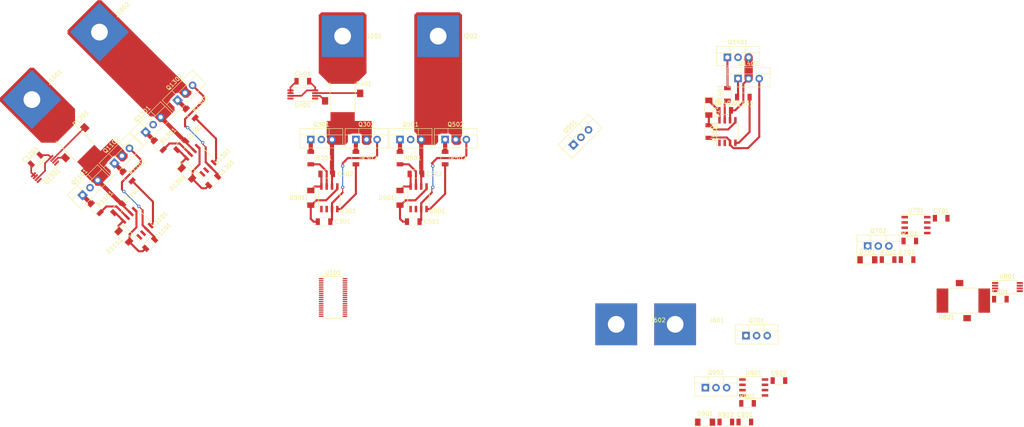
<source format=kicad_pcb>
(kicad_pcb (version 20171130) (host pcbnew "(5.1.2)-1")

  (general
    (thickness 1.6)
    (drawings 2)
    (tracks 253)
    (zones 0)
    (modules 72)
    (nets 92)
  )

  (page A4)
  (layers
    (0 F.Cu signal)
    (31 B.Cu signal)
    (32 B.Adhes user)
    (33 F.Adhes user)
    (34 B.Paste user)
    (35 F.Paste user)
    (36 B.SilkS user)
    (37 F.SilkS user)
    (38 B.Mask user)
    (39 F.Mask user)
    (40 Dwgs.User user)
    (41 Cmts.User user)
    (42 Eco1.User user)
    (43 Eco2.User user)
    (44 Edge.Cuts user)
    (45 Margin user)
    (46 B.CrtYd user)
    (47 F.CrtYd user)
    (48 B.Fab user)
    (49 F.Fab user)
  )

  (setup
    (last_trace_width 0.25)
    (user_trace_width 0.4)
    (user_trace_width 0.5)
    (user_trace_width 1)
    (user_trace_width 2)
    (trace_clearance 0.2)
    (zone_clearance 0.508)
    (zone_45_only no)
    (trace_min 0.2)
    (via_size 0.8)
    (via_drill 0.4)
    (via_min_size 0.6)
    (via_min_drill 0.3)
    (user_via 0.6 0.3)
    (user_via 1 0.5)
    (uvia_size 0.3)
    (uvia_drill 0.1)
    (uvias_allowed no)
    (uvia_min_size 0.2)
    (uvia_min_drill 0.1)
    (edge_width 0.15)
    (segment_width 0.2)
    (pcb_text_width 0.3)
    (pcb_text_size 1.5 1.5)
    (mod_edge_width 0.15)
    (mod_text_size 1 1)
    (mod_text_width 0.15)
    (pad_size 1.524 1.524)
    (pad_drill 0.762)
    (pad_to_mask_clearance 0.2)
    (solder_mask_min_width 0.25)
    (aux_axis_origin 0 0)
    (visible_elements 7FFFFF7F)
    (pcbplotparams
      (layerselection 0x010fc_ffffffff)
      (usegerberextensions false)
      (usegerberattributes false)
      (usegerberadvancedattributes false)
      (creategerberjobfile false)
      (excludeedgelayer true)
      (linewidth 0.100000)
      (plotframeref false)
      (viasonmask false)
      (mode 1)
      (useauxorigin false)
      (hpglpennumber 1)
      (hpglpenspeed 20)
      (hpglpendiameter 15.000000)
      (psnegative false)
      (psa4output false)
      (plotreference true)
      (plotvalue true)
      (plotinvisibletext false)
      (padsonsilk false)
      (subtractmaskfromsilk false)
      (outputformat 1)
      (mirror false)
      (drillshape 1)
      (scaleselection 1)
      (outputdirectory ""))
  )

  (net 0 "")
  (net 1 +15V)
  (net 2 "Net-(C302-Pad1)")
  (net 3 /Leg1/Sensor/IN)
  (net 4 +3V3)
  (net 5 /Leg2/Sensor/IN)
  (net 6 /Leg3/Sensor/IN)
  (net 7 "Net-(C902-Pad1)")
  (net 8 /Leg1/Sensor/OUT)
  (net 9 /Leg2/Sensor/OUT)
  (net 10 /Leg3/Sensor/OUT)
  (net 11 +VDC)
  (net 12 "Net-(Q301-Pad1)")
  (net 13 "Net-(Q302-Pad1)")
  (net 14 -VDC)
  (net 15 "Net-(Q901-Pad1)")
  (net 16 "Net-(Q902-Pad1)")
  (net 17 "Net-(R301-Pad1)")
  (net 18 "Net-(R302-Pad1)")
  (net 19 "Net-(R401-Pad2)")
  (net 20 "Net-(R401-Pad3)")
  (net 21 "Net-(R901-Pad1)")
  (net 22 "Net-(R902-Pad1)")
  (net 23 "Net-(U101-Pad1)")
  (net 24 "Net-(U101-Pad3)")
  (net 25 /Leg2/QH)
  (net 26 /Leg2/QL)
  (net 27 /Leg3/QH)
  (net 28 /Leg3/QL)
  (net 29 "Net-(U101-Pad11)")
  (net 30 "Net-(U101-Pad13)")
  (net 31 "Net-(U101-Pad14)")
  (net 32 "Net-(U101-Pad15)")
  (net 33 "Net-(U101-Pad16)")
  (net 34 "Net-(U101-Pad17)")
  (net 35 "Net-(U101-Pad18)")
  (net 36 /Leg3/Current)
  (net 37 /Leg2/Current)
  (net 38 /Leg1/Current)
  (net 39 "Net-(U101-Pad24)")
  (net 40 "Net-(U101-Pad25)")
  (net 41 "Net-(U101-Pad26)")
  (net 42 "Net-(U101-Pad27)")
  (net 43 "Net-(U101-Pad28)")
  (net 44 "Net-(U101-Pad29)")
  (net 45 "Net-(U101-Pad30)")
  (net 46 "Net-(U101-Pad31)")
  (net 47 "Net-(U101-Pad32)")
  (net 48 "Net-(U101-Pad33)")
  (net 49 "Net-(U101-Pad34)")
  (net 50 "Net-(U101-Pad35)")
  (net 51 /Leg1/QL)
  (net 52 /Leg1/QH)
  (net 53 "Net-(U101-Pad38)")
  (net 54 "Net-(U401-Pad1)")
  (net 55 "Net-(C502-Pad1)")
  (net 56 /Leg1/Power-/OUT)
  (net 57 "Net-(C702-Pad1)")
  (net 58 /Leg2/Power-/OUT)
  (net 59 "Net-(C1102-Pad1)")
  (net 60 /Leg3/Power-/OUT)
  (net 61 "Net-(C1302-Pad1)")
  (net 62 "Net-(Q501-Pad1)")
  (net 63 "Net-(Q502-Pad1)")
  (net 64 "Net-(Q701-Pad1)")
  (net 65 "Net-(Q702-Pad1)")
  (net 66 "Net-(Q1101-Pad1)")
  (net 67 "Net-(Q1102-Pad1)")
  (net 68 "Net-(Q1301-Pad1)")
  (net 69 "Net-(Q1302-Pad1)")
  (net 70 "Net-(R501-Pad1)")
  (net 71 "Net-(R502-Pad1)")
  (net 72 "Net-(R701-Pad1)")
  (net 73 "Net-(R702-Pad1)")
  (net 74 "Net-(R801-Pad3)")
  (net 75 "Net-(R801-Pad2)")
  (net 76 "Net-(R1101-Pad1)")
  (net 77 "Net-(R1102-Pad1)")
  (net 78 "Net-(R1201-Pad2)")
  (net 79 "Net-(R1201-Pad3)")
  (net 80 "Net-(R1301-Pad1)")
  (net 81 "Net-(R1302-Pad1)")
  (net 82 "Net-(U801-Pad1)")
  (net 83 "Net-(U1201-Pad1)")
  (net 84 /Power_extra/OUT)
  (net 85 "Net-(C1402-Pad1)")
  (net 86 "Net-(Q1401-Pad1)")
  (net 87 "Net-(Q1402-Pad1)")
  (net 88 "Net-(R1401-Pad1)")
  (net 89 "Net-(R1402-Pad1)")
  (net 90 /Power_extra/QH)
  (net 91 /Power_extra/Ql)

  (net_class Default "This is the default net class."
    (clearance 0.2)
    (trace_width 0.25)
    (via_dia 0.8)
    (via_drill 0.4)
    (uvia_dia 0.3)
    (uvia_drill 0.1)
    (add_net +15V)
    (add_net +3V3)
    (add_net +VDC)
    (add_net -VDC)
    (add_net /Leg1/Current)
    (add_net /Leg1/Power-/OUT)
    (add_net /Leg1/QH)
    (add_net /Leg1/QL)
    (add_net /Leg1/Sensor/IN)
    (add_net /Leg1/Sensor/OUT)
    (add_net /Leg2/Current)
    (add_net /Leg2/Power-/OUT)
    (add_net /Leg2/QH)
    (add_net /Leg2/QL)
    (add_net /Leg2/Sensor/IN)
    (add_net /Leg2/Sensor/OUT)
    (add_net /Leg3/Current)
    (add_net /Leg3/Power-/OUT)
    (add_net /Leg3/QH)
    (add_net /Leg3/QL)
    (add_net /Leg3/Sensor/IN)
    (add_net /Leg3/Sensor/OUT)
    (add_net /Power_extra/OUT)
    (add_net /Power_extra/QH)
    (add_net /Power_extra/Ql)
    (add_net "Net-(C1102-Pad1)")
    (add_net "Net-(C1302-Pad1)")
    (add_net "Net-(C1402-Pad1)")
    (add_net "Net-(C302-Pad1)")
    (add_net "Net-(C502-Pad1)")
    (add_net "Net-(C702-Pad1)")
    (add_net "Net-(C902-Pad1)")
    (add_net "Net-(Q1101-Pad1)")
    (add_net "Net-(Q1102-Pad1)")
    (add_net "Net-(Q1301-Pad1)")
    (add_net "Net-(Q1302-Pad1)")
    (add_net "Net-(Q1401-Pad1)")
    (add_net "Net-(Q1402-Pad1)")
    (add_net "Net-(Q301-Pad1)")
    (add_net "Net-(Q302-Pad1)")
    (add_net "Net-(Q501-Pad1)")
    (add_net "Net-(Q502-Pad1)")
    (add_net "Net-(Q701-Pad1)")
    (add_net "Net-(Q702-Pad1)")
    (add_net "Net-(Q901-Pad1)")
    (add_net "Net-(Q902-Pad1)")
    (add_net "Net-(R1101-Pad1)")
    (add_net "Net-(R1102-Pad1)")
    (add_net "Net-(R1201-Pad2)")
    (add_net "Net-(R1201-Pad3)")
    (add_net "Net-(R1301-Pad1)")
    (add_net "Net-(R1302-Pad1)")
    (add_net "Net-(R1401-Pad1)")
    (add_net "Net-(R1402-Pad1)")
    (add_net "Net-(R301-Pad1)")
    (add_net "Net-(R302-Pad1)")
    (add_net "Net-(R401-Pad2)")
    (add_net "Net-(R401-Pad3)")
    (add_net "Net-(R501-Pad1)")
    (add_net "Net-(R502-Pad1)")
    (add_net "Net-(R701-Pad1)")
    (add_net "Net-(R702-Pad1)")
    (add_net "Net-(R801-Pad2)")
    (add_net "Net-(R801-Pad3)")
    (add_net "Net-(R901-Pad1)")
    (add_net "Net-(R902-Pad1)")
    (add_net "Net-(U101-Pad1)")
    (add_net "Net-(U101-Pad11)")
    (add_net "Net-(U101-Pad13)")
    (add_net "Net-(U101-Pad14)")
    (add_net "Net-(U101-Pad15)")
    (add_net "Net-(U101-Pad16)")
    (add_net "Net-(U101-Pad17)")
    (add_net "Net-(U101-Pad18)")
    (add_net "Net-(U101-Pad24)")
    (add_net "Net-(U101-Pad25)")
    (add_net "Net-(U101-Pad26)")
    (add_net "Net-(U101-Pad27)")
    (add_net "Net-(U101-Pad28)")
    (add_net "Net-(U101-Pad29)")
    (add_net "Net-(U101-Pad3)")
    (add_net "Net-(U101-Pad30)")
    (add_net "Net-(U101-Pad31)")
    (add_net "Net-(U101-Pad32)")
    (add_net "Net-(U101-Pad33)")
    (add_net "Net-(U101-Pad34)")
    (add_net "Net-(U101-Pad35)")
    (add_net "Net-(U101-Pad38)")
    (add_net "Net-(U1201-Pad1)")
    (add_net "Net-(U401-Pad1)")
    (add_net "Net-(U801-Pad1)")
  )

  (module Package_SO:SO8 (layer F.Cu) (tedit 5B768FC1) (tstamp 5C575B99)
    (at 185.42 51.435 90)
    (descr "8-Lead Plastic Small Outline (SN) - Narrow, 3.90 mm Body [SOIC] (see Microchip Packaging Specification 00000049BS.pdf)")
    (tags "SOIC 1.27")
    (path /5C575278/5B768171)
    (attr smd)
    (fp_text reference U1401 (at 0 -3.5 90) (layer F.SilkS)
      (effects (font (size 1 1) (thickness 0.15)))
    )
    (fp_text value IR2181 (at 0 3.5 90) (layer F.Fab) hide
      (effects (font (size 1 1) (thickness 0.15)))
    )
    (fp_line (start -2.075 -2.525) (end -3.475 -2.525) (layer F.SilkS) (width 0.15))
    (fp_line (start -2.075 2.575) (end 2.075 2.575) (layer F.SilkS) (width 0.15))
    (fp_line (start -2.075 -2.575) (end 2.075 -2.575) (layer F.SilkS) (width 0.15))
    (fp_line (start -2.075 2.575) (end -2.075 2.43) (layer F.SilkS) (width 0.15))
    (fp_line (start 2.075 2.575) (end 2.075 2.43) (layer F.SilkS) (width 0.15))
    (fp_line (start 2.075 -2.575) (end 2.075 -2.43) (layer F.SilkS) (width 0.15))
    (fp_line (start -2.075 -2.575) (end -2.075 -2.525) (layer F.SilkS) (width 0.15))
    (fp_line (start -3.73 2.7) (end 3.73 2.7) (layer F.CrtYd) (width 0.05))
    (fp_line (start -3.73 -2.7) (end 3.73 -2.7) (layer F.CrtYd) (width 0.05))
    (fp_line (start 3.73 -2.7) (end 3.73 2.7) (layer F.CrtYd) (width 0.05))
    (fp_line (start -3.73 -2.7) (end -3.73 2.7) (layer F.CrtYd) (width 0.05))
    (fp_line (start -1.95 -1.45) (end -0.95 -2.45) (layer F.Fab) (width 0.1))
    (fp_line (start -1.95 2.45) (end -1.95 -1.45) (layer F.Fab) (width 0.1))
    (fp_line (start 1.95 2.45) (end -1.95 2.45) (layer F.Fab) (width 0.1))
    (fp_line (start 1.95 -2.45) (end 1.95 2.45) (layer F.Fab) (width 0.1))
    (fp_line (start -0.95 -2.45) (end 1.95 -2.45) (layer F.Fab) (width 0.1))
    (fp_text user %R (at 0 0 90) (layer F.Fab)
      (effects (font (size 1 1) (thickness 0.15)))
    )
    (pad 8 smd rect (at 2.7 -1.905 90) (size 1.55 0.6) (layers F.Cu F.Paste F.Mask)
      (net 85 "Net-(C1402-Pad1)"))
    (pad 7 smd rect (at 2.7 -0.635 90) (size 1.55 0.6) (layers F.Cu F.Paste F.Mask)
      (net 88 "Net-(R1401-Pad1)"))
    (pad 6 smd rect (at 2.7 0.635 90) (size 1.55 0.6) (layers F.Cu F.Paste F.Mask)
      (net 84 /Power_extra/OUT))
    (pad 5 smd rect (at 2.7 1.905 90) (size 1.55 0.6) (layers F.Cu F.Paste F.Mask)
      (net 1 +15V))
    (pad 4 smd rect (at -2.7 1.905 90) (size 1.55 0.6) (layers F.Cu F.Paste F.Mask)
      (net 89 "Net-(R1402-Pad1)"))
    (pad 3 smd rect (at -2.7 0.635 90) (size 1.55 0.6) (layers F.Cu F.Paste F.Mask)
      (net 14 -VDC))
    (pad 2 smd rect (at -2.7 -0.635 90) (size 1.55 0.6) (layers F.Cu F.Paste F.Mask)
      (net 91 /Power_extra/Ql))
    (pad 1 smd rect (at -2.7 -1.905 90) (size 1.55 0.6) (layers F.Cu F.Paste F.Mask)
      (net 90 /Power_extra/QH))
    (model ${KISYS3DMOD}/Package_SO.3dshapes/SOIC-8_3.9x4.9mm_P1.27mm.wrl
      (at (xyz 0 0 0))
      (scale (xyz 1 1 1))
      (rotate (xyz 0 0 0))
    )
  )

  (module Passives:R1206M (layer F.Cu) (tedit 5A956603) (tstamp 5C575914)
    (at 189.23 43.18 180)
    (descr "Capacitor SMD 1206, reflow soldering, AVX (see smccp.pdf)")
    (tags "capacitor 1206")
    (path /5C575278/5B7682C5)
    (attr smd)
    (fp_text reference R1402 (at 0 -1.75 180) (layer F.SilkS)
      (effects (font (size 1 1) (thickness 0.15)))
    )
    (fp_text value 22R (at 0 2 180) (layer F.Fab) hide
      (effects (font (size 1 1) (thickness 0.15)))
    )
    (fp_line (start 2.25 1.05) (end -2.25 1.05) (layer F.CrtYd) (width 0.05))
    (fp_line (start 2.25 1.05) (end 2.25 -1.05) (layer F.CrtYd) (width 0.05))
    (fp_line (start -2.25 -1.05) (end -2.25 1.05) (layer F.CrtYd) (width 0.05))
    (fp_line (start -2.25 -1.05) (end 2.25 -1.05) (layer F.CrtYd) (width 0.05))
    (fp_line (start -1 1.02) (end 1 1.02) (layer F.SilkS) (width 0.12))
    (fp_line (start 1 -1.02) (end -1 -1.02) (layer F.SilkS) (width 0.12))
    (fp_line (start -1.6 -0.8) (end 1.6 -0.8) (layer F.Fab) (width 0.1))
    (fp_line (start 1.6 -0.8) (end 1.6 0.8) (layer F.Fab) (width 0.1))
    (fp_line (start 1.6 0.8) (end -1.6 0.8) (layer F.Fab) (width 0.1))
    (fp_line (start -1.6 0.8) (end -1.6 -0.8) (layer F.Fab) (width 0.1))
    (fp_text user %R (at 0 0 180) (layer F.Fab)
      (effects (font (size 0.5 0.5) (thickness 0.07)))
    )
    (pad 2 smd rect (at 1.5 0 180) (size 1 1.6) (layers F.Cu F.Paste F.Mask)
      (net 87 "Net-(Q1402-Pad1)"))
    (pad 1 smd rect (at -1.5 0 180) (size 1 1.6) (layers F.Cu F.Paste F.Mask)
      (net 89 "Net-(R1402-Pad1)"))
    (model ${KISYS3DMOD}/Resistor_SMD.3dshapes/R_1206_3216Metric.wrl
      (at (xyz 0 0 0))
      (scale (xyz 1 1 1))
      (rotate (xyz 0 0 0))
    )
  )

  (module Passives:R1206M (layer F.Cu) (tedit 5A956603) (tstamp 5C575903)
    (at 185.42 42.545 90)
    (descr "Capacitor SMD 1206, reflow soldering, AVX (see smccp.pdf)")
    (tags "capacitor 1206")
    (path /5C575278/5B768234)
    (attr smd)
    (fp_text reference R1401 (at 0 -1.75 90) (layer F.SilkS)
      (effects (font (size 1 1) (thickness 0.15)))
    )
    (fp_text value 22R (at 0 2 90) (layer F.Fab) hide
      (effects (font (size 1 1) (thickness 0.15)))
    )
    (fp_line (start 2.25 1.05) (end -2.25 1.05) (layer F.CrtYd) (width 0.05))
    (fp_line (start 2.25 1.05) (end 2.25 -1.05) (layer F.CrtYd) (width 0.05))
    (fp_line (start -2.25 -1.05) (end -2.25 1.05) (layer F.CrtYd) (width 0.05))
    (fp_line (start -2.25 -1.05) (end 2.25 -1.05) (layer F.CrtYd) (width 0.05))
    (fp_line (start -1 1.02) (end 1 1.02) (layer F.SilkS) (width 0.12))
    (fp_line (start 1 -1.02) (end -1 -1.02) (layer F.SilkS) (width 0.12))
    (fp_line (start -1.6 -0.8) (end 1.6 -0.8) (layer F.Fab) (width 0.1))
    (fp_line (start 1.6 -0.8) (end 1.6 0.8) (layer F.Fab) (width 0.1))
    (fp_line (start 1.6 0.8) (end -1.6 0.8) (layer F.Fab) (width 0.1))
    (fp_line (start -1.6 0.8) (end -1.6 -0.8) (layer F.Fab) (width 0.1))
    (fp_text user %R (at 0 0 90) (layer F.Fab)
      (effects (font (size 0.5 0.5) (thickness 0.07)))
    )
    (pad 2 smd rect (at 1.5 0 90) (size 1 1.6) (layers F.Cu F.Paste F.Mask)
      (net 86 "Net-(Q1401-Pad1)"))
    (pad 1 smd rect (at -1.5 0 90) (size 1 1.6) (layers F.Cu F.Paste F.Mask)
      (net 88 "Net-(R1401-Pad1)"))
    (model ${KISYS3DMOD}/Resistor_SMD.3dshapes/R_1206_3216Metric.wrl
      (at (xyz 0 0 0))
      (scale (xyz 1 1 1))
      (rotate (xyz 0 0 0))
    )
  )

  (module Discretes:TO-220 (layer F.Cu) (tedit 59E9DD4A) (tstamp 5C5756AC)
    (at 187.96 38.735)
    (descr "TO-220-3, Vertical, RM 2.54mm")
    (tags "TO-220-3 Vertical RM 2.54mm")
    (path /5C575278/5B768110)
    (fp_text reference Q1402 (at 2.54 -3.62) (layer F.SilkS)
      (effects (font (size 1 1) (thickness 0.15)))
    )
    (fp_text value CSD19531KCS (at 2.54 3.92) (layer F.Fab) hide
      (effects (font (size 1 1) (thickness 0.15)))
    )
    (fp_line (start 7.79 -2.75) (end -2.71 -2.75) (layer F.CrtYd) (width 0.05))
    (fp_line (start 7.79 2.16) (end 7.79 -2.75) (layer F.CrtYd) (width 0.05))
    (fp_line (start -2.71 2.16) (end 7.79 2.16) (layer F.CrtYd) (width 0.05))
    (fp_line (start -2.71 -2.75) (end -2.71 2.16) (layer F.CrtYd) (width 0.05))
    (fp_line (start 4.391 -2.62) (end 4.391 -1.11) (layer F.SilkS) (width 0.12))
    (fp_line (start 0.69 -2.62) (end 0.69 -1.11) (layer F.SilkS) (width 0.12))
    (fp_line (start -2.58 -1.11) (end 7.66 -1.11) (layer F.SilkS) (width 0.12))
    (fp_line (start 7.66 -2.62) (end 7.66 2.021) (layer F.SilkS) (width 0.12))
    (fp_line (start -2.58 -2.62) (end -2.58 2.021) (layer F.SilkS) (width 0.12))
    (fp_line (start -2.58 2.021) (end 7.66 2.021) (layer F.SilkS) (width 0.12))
    (fp_line (start -2.58 -2.62) (end 7.66 -2.62) (layer F.SilkS) (width 0.12))
    (fp_line (start 4.39 -2.5) (end 4.39 -1.23) (layer F.Fab) (width 0.1))
    (fp_line (start 0.69 -2.5) (end 0.69 -1.23) (layer F.Fab) (width 0.1))
    (fp_line (start -2.46 -1.23) (end 7.54 -1.23) (layer F.Fab) (width 0.1))
    (fp_line (start 7.54 -2.5) (end -2.46 -2.5) (layer F.Fab) (width 0.1))
    (fp_line (start 7.54 1.9) (end 7.54 -2.5) (layer F.Fab) (width 0.1))
    (fp_line (start -2.46 1.9) (end 7.54 1.9) (layer F.Fab) (width 0.1))
    (fp_line (start -2.46 -2.5) (end -2.46 1.9) (layer F.Fab) (width 0.1))
    (fp_text user %R (at 2.54 -3.62) (layer F.Fab)
      (effects (font (size 1 1) (thickness 0.15)))
    )
    (pad 3 thru_hole oval (at 5.08 0) (size 1.8 1.8) (drill 1) (layers *.Cu *.Mask)
      (net 14 -VDC))
    (pad 2 thru_hole oval (at 2.54 0) (size 1.8 1.8) (drill 1) (layers *.Cu *.Mask)
      (net 84 /Power_extra/OUT))
    (pad 1 thru_hole rect (at 0 0) (size 1.8 1.8) (drill 1) (layers *.Cu *.Mask)
      (net 87 "Net-(Q1402-Pad1)"))
    (model ${KISYS3DMOD}/Package_TO_SOT_THT.3dshapes/TO-220-3_Vertical.wrl
      (at (xyz 0 0 0))
      (scale (xyz 1 1 1))
      (rotate (xyz 0 0 0))
    )
  )

  (module Discretes:TO-220 (layer F.Cu) (tedit 59E9DD4A) (tstamp 5C575692)
    (at 185.42 33.655)
    (descr "TO-220-3, Vertical, RM 2.54mm")
    (tags "TO-220-3 Vertical RM 2.54mm")
    (path /5C575278/5B768070)
    (fp_text reference Q1401 (at 2.54 -3.62) (layer F.SilkS)
      (effects (font (size 1 1) (thickness 0.15)))
    )
    (fp_text value CSD19531KCS (at 2.54 3.92) (layer F.Fab) hide
      (effects (font (size 1 1) (thickness 0.15)))
    )
    (fp_line (start 7.79 -2.75) (end -2.71 -2.75) (layer F.CrtYd) (width 0.05))
    (fp_line (start 7.79 2.16) (end 7.79 -2.75) (layer F.CrtYd) (width 0.05))
    (fp_line (start -2.71 2.16) (end 7.79 2.16) (layer F.CrtYd) (width 0.05))
    (fp_line (start -2.71 -2.75) (end -2.71 2.16) (layer F.CrtYd) (width 0.05))
    (fp_line (start 4.391 -2.62) (end 4.391 -1.11) (layer F.SilkS) (width 0.12))
    (fp_line (start 0.69 -2.62) (end 0.69 -1.11) (layer F.SilkS) (width 0.12))
    (fp_line (start -2.58 -1.11) (end 7.66 -1.11) (layer F.SilkS) (width 0.12))
    (fp_line (start 7.66 -2.62) (end 7.66 2.021) (layer F.SilkS) (width 0.12))
    (fp_line (start -2.58 -2.62) (end -2.58 2.021) (layer F.SilkS) (width 0.12))
    (fp_line (start -2.58 2.021) (end 7.66 2.021) (layer F.SilkS) (width 0.12))
    (fp_line (start -2.58 -2.62) (end 7.66 -2.62) (layer F.SilkS) (width 0.12))
    (fp_line (start 4.39 -2.5) (end 4.39 -1.23) (layer F.Fab) (width 0.1))
    (fp_line (start 0.69 -2.5) (end 0.69 -1.23) (layer F.Fab) (width 0.1))
    (fp_line (start -2.46 -1.23) (end 7.54 -1.23) (layer F.Fab) (width 0.1))
    (fp_line (start 7.54 -2.5) (end -2.46 -2.5) (layer F.Fab) (width 0.1))
    (fp_line (start 7.54 1.9) (end 7.54 -2.5) (layer F.Fab) (width 0.1))
    (fp_line (start -2.46 1.9) (end 7.54 1.9) (layer F.Fab) (width 0.1))
    (fp_line (start -2.46 -2.5) (end -2.46 1.9) (layer F.Fab) (width 0.1))
    (fp_text user %R (at 2.54 -3.62) (layer F.Fab)
      (effects (font (size 1 1) (thickness 0.15)))
    )
    (pad 3 thru_hole oval (at 5.08 0) (size 1.8 1.8) (drill 1) (layers *.Cu *.Mask)
      (net 84 /Power_extra/OUT))
    (pad 2 thru_hole oval (at 2.54 0) (size 1.8 1.8) (drill 1) (layers *.Cu *.Mask)
      (net 11 +VDC))
    (pad 1 thru_hole rect (at 0 0) (size 1.8 1.8) (drill 1) (layers *.Cu *.Mask)
      (net 86 "Net-(Q1401-Pad1)"))
    (model ${KISYS3DMOD}/Package_TO_SOT_THT.3dshapes/TO-220-3_Vertical.wrl
      (at (xyz 0 0 0))
      (scale (xyz 1 1 1))
      (rotate (xyz 0 0 0))
    )
  )

  (module Discretes:D_MiniMELF (layer F.Cu) (tedit 59F95434) (tstamp 5C5753CC)
    (at 180.975 45.72 270)
    (descr "Diode Mini-MELF")
    (tags "Diode Mini-MELF")
    (path /5C575278/5B76A6F5)
    (attr smd)
    (fp_text reference D1401 (at 0 -2 270) (layer F.SilkS)
      (effects (font (size 1 1) (thickness 0.15)))
    )
    (fp_text value LL4148 (at 0 1.75 270) (layer F.Fab) hide
      (effects (font (size 1 1) (thickness 0.15)))
    )
    (fp_line (start -2.65 1.1) (end -2.65 -1.1) (layer F.CrtYd) (width 0.05))
    (fp_line (start 2.65 1.1) (end -2.65 1.1) (layer F.CrtYd) (width 0.05))
    (fp_line (start 2.65 -1.1) (end 2.65 1.1) (layer F.CrtYd) (width 0.05))
    (fp_line (start -2.65 -1.1) (end 2.65 -1.1) (layer F.CrtYd) (width 0.05))
    (fp_line (start -0.75 0) (end -0.35 0) (layer F.Fab) (width 0.1))
    (fp_line (start -0.35 0) (end -0.35 -0.55) (layer F.Fab) (width 0.1))
    (fp_line (start -0.35 0) (end -0.35 0.55) (layer F.Fab) (width 0.1))
    (fp_line (start -0.35 0) (end 0.25 -0.4) (layer F.Fab) (width 0.1))
    (fp_line (start 0.25 -0.4) (end 0.25 0.4) (layer F.Fab) (width 0.1))
    (fp_line (start 0.25 0.4) (end -0.35 0) (layer F.Fab) (width 0.1))
    (fp_line (start 0.25 0) (end 0.75 0) (layer F.Fab) (width 0.1))
    (fp_line (start -1.65 -0.8) (end 1.65 -0.8) (layer F.Fab) (width 0.1))
    (fp_line (start -1.65 0.8) (end -1.65 -0.8) (layer F.Fab) (width 0.1))
    (fp_line (start 1.65 0.8) (end -1.65 0.8) (layer F.Fab) (width 0.1))
    (fp_line (start 1.65 -0.8) (end 1.65 0.8) (layer F.Fab) (width 0.1))
    (fp_line (start -2.55 1) (end 1.75 1) (layer F.SilkS) (width 0.12))
    (fp_line (start -2.55 -1) (end -2.55 1) (layer F.SilkS) (width 0.12))
    (fp_line (start 1.75 -1) (end -2.55 -1) (layer F.SilkS) (width 0.12))
    (fp_text user %R (at 0 -2 270) (layer F.Fab)
      (effects (font (size 1 1) (thickness 0.15)))
    )
    (pad 2 smd rect (at 1.75 0 270) (size 1.3 1.7) (layers F.Cu F.Paste F.Mask)
      (net 1 +15V))
    (pad 1 smd rect (at -1.75 0 270) (size 1.3 1.7) (layers F.Cu F.Paste F.Mask)
      (net 85 "Net-(C1402-Pad1)"))
    (model ${KISYS3DMOD}/Diode_SMD.3dshapes/D_MiniMELF.wrl
      (at (xyz 0 0 0))
      (scale (xyz 1 1 1))
      (rotate (xyz 0 0 0))
    )
  )

  (module Passives:C1206M (layer F.Cu) (tedit 5A956631) (tstamp 5C576045)
    (at 184.785 46.355)
    (descr "Capacitor SMD 1206, reflow soldering, AVX (see smccp.pdf)")
    (tags "capacitor 1206")
    (path /5C575278/5B7686C7)
    (attr smd)
    (fp_text reference C1402 (at 0 -1.75) (layer F.SilkS)
      (effects (font (size 1 1) (thickness 0.15)))
    )
    (fp_text value 100n (at 0 2) (layer F.Fab) hide
      (effects (font (size 1 1) (thickness 0.15)))
    )
    (fp_line (start 2.25 1.05) (end -2.25 1.05) (layer F.CrtYd) (width 0.05))
    (fp_line (start 2.25 1.05) (end 2.25 -1.05) (layer F.CrtYd) (width 0.05))
    (fp_line (start -2.25 -1.05) (end -2.25 1.05) (layer F.CrtYd) (width 0.05))
    (fp_line (start -2.25 -1.05) (end 2.25 -1.05) (layer F.CrtYd) (width 0.05))
    (fp_line (start -1 1.02) (end 1 1.02) (layer F.SilkS) (width 0.12))
    (fp_line (start 1 -1.02) (end -1 -1.02) (layer F.SilkS) (width 0.12))
    (fp_line (start -1.6 -0.8) (end 1.6 -0.8) (layer F.Fab) (width 0.1))
    (fp_line (start 1.6 -0.8) (end 1.6 0.8) (layer F.Fab) (width 0.1))
    (fp_line (start 1.6 0.8) (end -1.6 0.8) (layer F.Fab) (width 0.1))
    (fp_line (start -1.6 0.8) (end -1.6 -0.8) (layer F.Fab) (width 0.1))
    (fp_text user %R (at 0 0) (layer F.Fab)
      (effects (font (size 0.5 0.5) (thickness 0.07)))
    )
    (pad 2 smd rect (at 1.5 0) (size 1 1.6) (layers F.Cu F.Paste F.Mask)
      (net 84 /Power_extra/OUT))
    (pad 1 smd rect (at -1.5 0) (size 1 1.6) (layers F.Cu F.Paste F.Mask)
      (net 85 "Net-(C1402-Pad1)"))
    (model ${KISYS3DMOD}/Capacitor_SMD.3dshapes/C_1206_3216Metric.wrl
      (at (xyz 0 0 0))
      (scale (xyz 1 1 1))
      (rotate (xyz 0 0 0))
    )
  )

  (module Passives:C1206M (layer F.Cu) (tedit 5A956631) (tstamp 5C575282)
    (at 180.975 51.435 270)
    (descr "Capacitor SMD 1206, reflow soldering, AVX (see smccp.pdf)")
    (tags "capacitor 1206")
    (path /5C575278/5B7685DA)
    (attr smd)
    (fp_text reference C1401 (at 0 -1.75 270) (layer F.SilkS)
      (effects (font (size 1 1) (thickness 0.15)))
    )
    (fp_text value 100n (at 0 2 270) (layer F.Fab) hide
      (effects (font (size 1 1) (thickness 0.15)))
    )
    (fp_line (start 2.25 1.05) (end -2.25 1.05) (layer F.CrtYd) (width 0.05))
    (fp_line (start 2.25 1.05) (end 2.25 -1.05) (layer F.CrtYd) (width 0.05))
    (fp_line (start -2.25 -1.05) (end -2.25 1.05) (layer F.CrtYd) (width 0.05))
    (fp_line (start -2.25 -1.05) (end 2.25 -1.05) (layer F.CrtYd) (width 0.05))
    (fp_line (start -1 1.02) (end 1 1.02) (layer F.SilkS) (width 0.12))
    (fp_line (start 1 -1.02) (end -1 -1.02) (layer F.SilkS) (width 0.12))
    (fp_line (start -1.6 -0.8) (end 1.6 -0.8) (layer F.Fab) (width 0.1))
    (fp_line (start 1.6 -0.8) (end 1.6 0.8) (layer F.Fab) (width 0.1))
    (fp_line (start 1.6 0.8) (end -1.6 0.8) (layer F.Fab) (width 0.1))
    (fp_line (start -1.6 0.8) (end -1.6 -0.8) (layer F.Fab) (width 0.1))
    (fp_text user %R (at 0 0 270) (layer F.Fab)
      (effects (font (size 0.5 0.5) (thickness 0.07)))
    )
    (pad 2 smd rect (at 1.5 0 270) (size 1 1.6) (layers F.Cu F.Paste F.Mask)
      (net 14 -VDC))
    (pad 1 smd rect (at -1.5 0 270) (size 1 1.6) (layers F.Cu F.Paste F.Mask)
      (net 1 +15V))
    (model ${KISYS3DMOD}/Capacitor_SMD.3dshapes/C_1206_3216Metric.wrl
      (at (xyz 0 0 0))
      (scale (xyz 1 1 1))
      (rotate (xyz 0 0 0))
    )
  )

  (module Passives:C1206M (layer F.Cu) (tedit 5A956631) (tstamp 5B77579B)
    (at 88.9 73.025)
    (descr "Capacitor SMD 1206, reflow soldering, AVX (see smccp.pdf)")
    (tags "capacitor 1206")
    (path /5B767FE4/5B767FF2/5B7685DA)
    (attr smd)
    (fp_text reference C301 (at 4.445 0) (layer F.SilkS)
      (effects (font (size 1 1) (thickness 0.15)))
    )
    (fp_text value 100n (at 0 2) (layer F.Fab) hide
      (effects (font (size 1 1) (thickness 0.15)))
    )
    (fp_line (start 2.25 1.05) (end -2.25 1.05) (layer F.CrtYd) (width 0.05))
    (fp_line (start 2.25 1.05) (end 2.25 -1.05) (layer F.CrtYd) (width 0.05))
    (fp_line (start -2.25 -1.05) (end -2.25 1.05) (layer F.CrtYd) (width 0.05))
    (fp_line (start -2.25 -1.05) (end 2.25 -1.05) (layer F.CrtYd) (width 0.05))
    (fp_line (start -1 1.02) (end 1 1.02) (layer F.SilkS) (width 0.12))
    (fp_line (start 1 -1.02) (end -1 -1.02) (layer F.SilkS) (width 0.12))
    (fp_line (start -1.6 -0.8) (end 1.6 -0.8) (layer F.Fab) (width 0.1))
    (fp_line (start 1.6 -0.8) (end 1.6 0.8) (layer F.Fab) (width 0.1))
    (fp_line (start 1.6 0.8) (end -1.6 0.8) (layer F.Fab) (width 0.1))
    (fp_line (start -1.6 0.8) (end -1.6 -0.8) (layer F.Fab) (width 0.1))
    (fp_text user %R (at 0 0) (layer F.Fab)
      (effects (font (size 0.5 0.5) (thickness 0.07)))
    )
    (pad 2 smd rect (at 1.5 0) (size 1 1.6) (layers F.Cu F.Paste F.Mask)
      (net 14 -VDC))
    (pad 1 smd rect (at -1.5 0) (size 1 1.6) (layers F.Cu F.Paste F.Mask)
      (net 1 +15V))
    (model ${KISYS3DMOD}/Capacitor_SMD.3dshapes/C_1206_3216Metric.wrl
      (at (xyz 0 0 0))
      (scale (xyz 1 1 1))
      (rotate (xyz 0 0 0))
    )
  )

  (module Passives:C1206M (layer F.Cu) (tedit 5A956631) (tstamp 5B773F7E)
    (at 89.535 61.595)
    (descr "Capacitor SMD 1206, reflow soldering, AVX (see smccp.pdf)")
    (tags "capacitor 1206")
    (path /5B767FE4/5B767FF2/5B7686C7)
    (attr smd)
    (fp_text reference C302 (at 4.445 0) (layer F.SilkS)
      (effects (font (size 1 1) (thickness 0.15)))
    )
    (fp_text value 100n (at 0 2) (layer F.Fab) hide
      (effects (font (size 1 1) (thickness 0.15)))
    )
    (fp_text user %R (at 0 0) (layer F.Fab)
      (effects (font (size 0.5 0.5) (thickness 0.07)))
    )
    (fp_line (start -1.6 0.8) (end -1.6 -0.8) (layer F.Fab) (width 0.1))
    (fp_line (start 1.6 0.8) (end -1.6 0.8) (layer F.Fab) (width 0.1))
    (fp_line (start 1.6 -0.8) (end 1.6 0.8) (layer F.Fab) (width 0.1))
    (fp_line (start -1.6 -0.8) (end 1.6 -0.8) (layer F.Fab) (width 0.1))
    (fp_line (start 1 -1.02) (end -1 -1.02) (layer F.SilkS) (width 0.12))
    (fp_line (start -1 1.02) (end 1 1.02) (layer F.SilkS) (width 0.12))
    (fp_line (start -2.25 -1.05) (end 2.25 -1.05) (layer F.CrtYd) (width 0.05))
    (fp_line (start -2.25 -1.05) (end -2.25 1.05) (layer F.CrtYd) (width 0.05))
    (fp_line (start 2.25 1.05) (end 2.25 -1.05) (layer F.CrtYd) (width 0.05))
    (fp_line (start 2.25 1.05) (end -2.25 1.05) (layer F.CrtYd) (width 0.05))
    (pad 1 smd rect (at -1.5 0) (size 1 1.6) (layers F.Cu F.Paste F.Mask)
      (net 2 "Net-(C302-Pad1)"))
    (pad 2 smd rect (at 1.5 0) (size 1 1.6) (layers F.Cu F.Paste F.Mask)
      (net 3 /Leg1/Sensor/IN))
    (model ${KISYS3DMOD}/Capacitor_SMD.3dshapes/C_1206_3216Metric.wrl
      (at (xyz 0 0 0))
      (scale (xyz 1 1 1))
      (rotate (xyz 0 0 0))
    )
  )

  (module Passives:C1206M (layer F.Cu) (tedit 5A956631) (tstamp 5B773F8F)
    (at 83.82 39.37)
    (descr "Capacitor SMD 1206, reflow soldering, AVX (see smccp.pdf)")
    (tags "capacitor 1206")
    (path /5B767FE4/5B767FF5/5B76C4AF)
    (attr smd)
    (fp_text reference C401 (at 0 -1.75) (layer F.SilkS)
      (effects (font (size 1 1) (thickness 0.15)))
    )
    (fp_text value C1206 (at 0 2) (layer F.Fab) hide
      (effects (font (size 1 1) (thickness 0.15)))
    )
    (fp_text user %R (at 0 0) (layer F.Fab)
      (effects (font (size 0.5 0.5) (thickness 0.07)))
    )
    (fp_line (start -1.6 0.8) (end -1.6 -0.8) (layer F.Fab) (width 0.1))
    (fp_line (start 1.6 0.8) (end -1.6 0.8) (layer F.Fab) (width 0.1))
    (fp_line (start 1.6 -0.8) (end 1.6 0.8) (layer F.Fab) (width 0.1))
    (fp_line (start -1.6 -0.8) (end 1.6 -0.8) (layer F.Fab) (width 0.1))
    (fp_line (start 1 -1.02) (end -1 -1.02) (layer F.SilkS) (width 0.12))
    (fp_line (start -1 1.02) (end 1 1.02) (layer F.SilkS) (width 0.12))
    (fp_line (start -2.25 -1.05) (end 2.25 -1.05) (layer F.CrtYd) (width 0.05))
    (fp_line (start -2.25 -1.05) (end -2.25 1.05) (layer F.CrtYd) (width 0.05))
    (fp_line (start 2.25 1.05) (end 2.25 -1.05) (layer F.CrtYd) (width 0.05))
    (fp_line (start 2.25 1.05) (end -2.25 1.05) (layer F.CrtYd) (width 0.05))
    (pad 1 smd rect (at -1.5 0) (size 1 1.6) (layers F.Cu F.Paste F.Mask)
      (net 4 +3V3))
    (pad 2 smd rect (at 1.5 0) (size 1 1.6) (layers F.Cu F.Paste F.Mask)
      (net 14 -VDC))
    (model ${KISYS3DMOD}/Capacitor_SMD.3dshapes/C_1206_3216Metric.wrl
      (at (xyz 0 0 0))
      (scale (xyz 1 1 1))
      (rotate (xyz 0 0 0))
    )
  )

  (module Passives:C1206M (layer F.Cu) (tedit 5A956631) (tstamp 5B773FA0)
    (at 110.25 73.025)
    (descr "Capacitor SMD 1206, reflow soldering, AVX (see smccp.pdf)")
    (tags "capacitor 1206")
    (path /5B767FE4/5B772791/5B7685DA)
    (attr smd)
    (fp_text reference C501 (at 4.445 0) (layer F.SilkS)
      (effects (font (size 1 1) (thickness 0.15)))
    )
    (fp_text value 100n (at 0 2) (layer F.Fab) hide
      (effects (font (size 1 1) (thickness 0.15)))
    )
    (fp_line (start 2.25 1.05) (end -2.25 1.05) (layer F.CrtYd) (width 0.05))
    (fp_line (start 2.25 1.05) (end 2.25 -1.05) (layer F.CrtYd) (width 0.05))
    (fp_line (start -2.25 -1.05) (end -2.25 1.05) (layer F.CrtYd) (width 0.05))
    (fp_line (start -2.25 -1.05) (end 2.25 -1.05) (layer F.CrtYd) (width 0.05))
    (fp_line (start -1 1.02) (end 1 1.02) (layer F.SilkS) (width 0.12))
    (fp_line (start 1 -1.02) (end -1 -1.02) (layer F.SilkS) (width 0.12))
    (fp_line (start -1.6 -0.8) (end 1.6 -0.8) (layer F.Fab) (width 0.1))
    (fp_line (start 1.6 -0.8) (end 1.6 0.8) (layer F.Fab) (width 0.1))
    (fp_line (start 1.6 0.8) (end -1.6 0.8) (layer F.Fab) (width 0.1))
    (fp_line (start -1.6 0.8) (end -1.6 -0.8) (layer F.Fab) (width 0.1))
    (fp_text user %R (at 0 0) (layer F.Fab)
      (effects (font (size 0.5 0.5) (thickness 0.07)))
    )
    (pad 2 smd rect (at 1.5 0) (size 1 1.6) (layers F.Cu F.Paste F.Mask)
      (net 14 -VDC))
    (pad 1 smd rect (at -1.5 0) (size 1 1.6) (layers F.Cu F.Paste F.Mask)
      (net 1 +15V))
    (model ${KISYS3DMOD}/Capacitor_SMD.3dshapes/C_1206_3216Metric.wrl
      (at (xyz 0 0 0))
      (scale (xyz 1 1 1))
      (rotate (xyz 0 0 0))
    )
  )

  (module Passives:C1206M (layer F.Cu) (tedit 5A956631) (tstamp 5B773FB1)
    (at 110.885 61.595)
    (descr "Capacitor SMD 1206, reflow soldering, AVX (see smccp.pdf)")
    (tags "capacitor 1206")
    (path /5B767FE4/5B772791/5B7686C7)
    (attr smd)
    (fp_text reference C502 (at 4.445 0) (layer F.SilkS)
      (effects (font (size 1 1) (thickness 0.15)))
    )
    (fp_text value 100n (at 0 2) (layer F.Fab) hide
      (effects (font (size 1 1) (thickness 0.15)))
    )
    (fp_text user %R (at 0 0) (layer F.Fab)
      (effects (font (size 0.5 0.5) (thickness 0.07)))
    )
    (fp_line (start -1.6 0.8) (end -1.6 -0.8) (layer F.Fab) (width 0.1))
    (fp_line (start 1.6 0.8) (end -1.6 0.8) (layer F.Fab) (width 0.1))
    (fp_line (start 1.6 -0.8) (end 1.6 0.8) (layer F.Fab) (width 0.1))
    (fp_line (start -1.6 -0.8) (end 1.6 -0.8) (layer F.Fab) (width 0.1))
    (fp_line (start 1 -1.02) (end -1 -1.02) (layer F.SilkS) (width 0.12))
    (fp_line (start -1 1.02) (end 1 1.02) (layer F.SilkS) (width 0.12))
    (fp_line (start -2.25 -1.05) (end 2.25 -1.05) (layer F.CrtYd) (width 0.05))
    (fp_line (start -2.25 -1.05) (end -2.25 1.05) (layer F.CrtYd) (width 0.05))
    (fp_line (start 2.25 1.05) (end 2.25 -1.05) (layer F.CrtYd) (width 0.05))
    (fp_line (start 2.25 1.05) (end -2.25 1.05) (layer F.CrtYd) (width 0.05))
    (pad 1 smd rect (at -1.5 0) (size 1 1.6) (layers F.Cu F.Paste F.Mask)
      (net 55 "Net-(C502-Pad1)"))
    (pad 2 smd rect (at 1.5 0) (size 1 1.6) (layers F.Cu F.Paste F.Mask)
      (net 56 /Leg1/Power-/OUT))
    (model ${KISYS3DMOD}/Capacitor_SMD.3dshapes/C_1206_3216Metric.wrl
      (at (xyz 0 0 0))
      (scale (xyz 1 1 1))
      (rotate (xyz 0 0 0))
    )
  )

  (module Passives:C1206M (layer F.Cu) (tedit 5A956631) (tstamp 5B773FC2)
    (at 236.580001 72.200001)
    (descr "Capacitor SMD 1206, reflow soldering, AVX (see smccp.pdf)")
    (tags "capacitor 1206")
    (path /5B76D023/5B767FF2/5B7685DA)
    (attr smd)
    (fp_text reference C701 (at 0 -1.75) (layer F.SilkS)
      (effects (font (size 1 1) (thickness 0.15)))
    )
    (fp_text value 100n (at 0 2) (layer F.Fab) hide
      (effects (font (size 1 1) (thickness 0.15)))
    )
    (fp_text user %R (at 0 0) (layer F.Fab)
      (effects (font (size 0.5 0.5) (thickness 0.07)))
    )
    (fp_line (start -1.6 0.8) (end -1.6 -0.8) (layer F.Fab) (width 0.1))
    (fp_line (start 1.6 0.8) (end -1.6 0.8) (layer F.Fab) (width 0.1))
    (fp_line (start 1.6 -0.8) (end 1.6 0.8) (layer F.Fab) (width 0.1))
    (fp_line (start -1.6 -0.8) (end 1.6 -0.8) (layer F.Fab) (width 0.1))
    (fp_line (start 1 -1.02) (end -1 -1.02) (layer F.SilkS) (width 0.12))
    (fp_line (start -1 1.02) (end 1 1.02) (layer F.SilkS) (width 0.12))
    (fp_line (start -2.25 -1.05) (end 2.25 -1.05) (layer F.CrtYd) (width 0.05))
    (fp_line (start -2.25 -1.05) (end -2.25 1.05) (layer F.CrtYd) (width 0.05))
    (fp_line (start 2.25 1.05) (end 2.25 -1.05) (layer F.CrtYd) (width 0.05))
    (fp_line (start 2.25 1.05) (end -2.25 1.05) (layer F.CrtYd) (width 0.05))
    (pad 1 smd rect (at -1.5 0) (size 1 1.6) (layers F.Cu F.Paste F.Mask)
      (net 1 +15V))
    (pad 2 smd rect (at 1.5 0) (size 1 1.6) (layers F.Cu F.Paste F.Mask)
      (net 14 -VDC))
    (model ${KISYS3DMOD}/Capacitor_SMD.3dshapes/C_1206_3216Metric.wrl
      (at (xyz 0 0 0))
      (scale (xyz 1 1 1))
      (rotate (xyz 0 0 0))
    )
  )

  (module Passives:C1206M (layer F.Cu) (tedit 5A956631) (tstamp 5B773FD3)
    (at 228.420001 82.120001)
    (descr "Capacitor SMD 1206, reflow soldering, AVX (see smccp.pdf)")
    (tags "capacitor 1206")
    (path /5B76D023/5B767FF2/5B7686C7)
    (attr smd)
    (fp_text reference C702 (at 0 -1.75) (layer F.SilkS)
      (effects (font (size 1 1) (thickness 0.15)))
    )
    (fp_text value 100n (at 0 2) (layer F.Fab) hide
      (effects (font (size 1 1) (thickness 0.15)))
    )
    (fp_line (start 2.25 1.05) (end -2.25 1.05) (layer F.CrtYd) (width 0.05))
    (fp_line (start 2.25 1.05) (end 2.25 -1.05) (layer F.CrtYd) (width 0.05))
    (fp_line (start -2.25 -1.05) (end -2.25 1.05) (layer F.CrtYd) (width 0.05))
    (fp_line (start -2.25 -1.05) (end 2.25 -1.05) (layer F.CrtYd) (width 0.05))
    (fp_line (start -1 1.02) (end 1 1.02) (layer F.SilkS) (width 0.12))
    (fp_line (start 1 -1.02) (end -1 -1.02) (layer F.SilkS) (width 0.12))
    (fp_line (start -1.6 -0.8) (end 1.6 -0.8) (layer F.Fab) (width 0.1))
    (fp_line (start 1.6 -0.8) (end 1.6 0.8) (layer F.Fab) (width 0.1))
    (fp_line (start 1.6 0.8) (end -1.6 0.8) (layer F.Fab) (width 0.1))
    (fp_line (start -1.6 0.8) (end -1.6 -0.8) (layer F.Fab) (width 0.1))
    (fp_text user %R (at 0 0) (layer F.Fab)
      (effects (font (size 0.5 0.5) (thickness 0.07)))
    )
    (pad 2 smd rect (at 1.5 0) (size 1 1.6) (layers F.Cu F.Paste F.Mask)
      (net 5 /Leg2/Sensor/IN))
    (pad 1 smd rect (at -1.5 0) (size 1 1.6) (layers F.Cu F.Paste F.Mask)
      (net 57 "Net-(C702-Pad1)"))
    (model ${KISYS3DMOD}/Capacitor_SMD.3dshapes/C_1206_3216Metric.wrl
      (at (xyz 0 0 0))
      (scale (xyz 1 1 1))
      (rotate (xyz 0 0 0))
    )
  )

  (module Passives:C1206M (layer F.Cu) (tedit 5A956631) (tstamp 5B773FE4)
    (at 250.730001 91.590001)
    (descr "Capacitor SMD 1206, reflow soldering, AVX (see smccp.pdf)")
    (tags "capacitor 1206")
    (path /5B76D023/5B767FF5/5B76C4AF)
    (attr smd)
    (fp_text reference C801 (at 0 -1.75) (layer F.SilkS)
      (effects (font (size 1 1) (thickness 0.15)))
    )
    (fp_text value C1206 (at 0 2) (layer F.Fab) hide
      (effects (font (size 1 1) (thickness 0.15)))
    )
    (fp_text user %R (at 0 0) (layer F.Fab)
      (effects (font (size 0.5 0.5) (thickness 0.07)))
    )
    (fp_line (start -1.6 0.8) (end -1.6 -0.8) (layer F.Fab) (width 0.1))
    (fp_line (start 1.6 0.8) (end -1.6 0.8) (layer F.Fab) (width 0.1))
    (fp_line (start 1.6 -0.8) (end 1.6 0.8) (layer F.Fab) (width 0.1))
    (fp_line (start -1.6 -0.8) (end 1.6 -0.8) (layer F.Fab) (width 0.1))
    (fp_line (start 1 -1.02) (end -1 -1.02) (layer F.SilkS) (width 0.12))
    (fp_line (start -1 1.02) (end 1 1.02) (layer F.SilkS) (width 0.12))
    (fp_line (start -2.25 -1.05) (end 2.25 -1.05) (layer F.CrtYd) (width 0.05))
    (fp_line (start -2.25 -1.05) (end -2.25 1.05) (layer F.CrtYd) (width 0.05))
    (fp_line (start 2.25 1.05) (end 2.25 -1.05) (layer F.CrtYd) (width 0.05))
    (fp_line (start 2.25 1.05) (end -2.25 1.05) (layer F.CrtYd) (width 0.05))
    (pad 1 smd rect (at -1.5 0) (size 1 1.6) (layers F.Cu F.Paste F.Mask)
      (net 4 +3V3))
    (pad 2 smd rect (at 1.5 0) (size 1 1.6) (layers F.Cu F.Paste F.Mask)
      (net 14 -VDC))
    (model ${KISYS3DMOD}/Capacitor_SMD.3dshapes/C_1206_3216Metric.wrl
      (at (xyz 0 0 0))
      (scale (xyz 1 1 1))
      (rotate (xyz 0 0 0))
    )
  )

  (module Passives:C1206M (layer F.Cu) (tedit 5A956631) (tstamp 5B773FF5)
    (at 189.590001 121.020001)
    (descr "Capacitor SMD 1206, reflow soldering, AVX (see smccp.pdf)")
    (tags "capacitor 1206")
    (path /5B76D023/5B772791/5B7685DA)
    (attr smd)
    (fp_text reference C901 (at 0 -1.75) (layer F.SilkS)
      (effects (font (size 1 1) (thickness 0.15)))
    )
    (fp_text value 100n (at 0 2) (layer F.Fab) hide
      (effects (font (size 1 1) (thickness 0.15)))
    )
    (fp_line (start 2.25 1.05) (end -2.25 1.05) (layer F.CrtYd) (width 0.05))
    (fp_line (start 2.25 1.05) (end 2.25 -1.05) (layer F.CrtYd) (width 0.05))
    (fp_line (start -2.25 -1.05) (end -2.25 1.05) (layer F.CrtYd) (width 0.05))
    (fp_line (start -2.25 -1.05) (end 2.25 -1.05) (layer F.CrtYd) (width 0.05))
    (fp_line (start -1 1.02) (end 1 1.02) (layer F.SilkS) (width 0.12))
    (fp_line (start 1 -1.02) (end -1 -1.02) (layer F.SilkS) (width 0.12))
    (fp_line (start -1.6 -0.8) (end 1.6 -0.8) (layer F.Fab) (width 0.1))
    (fp_line (start 1.6 -0.8) (end 1.6 0.8) (layer F.Fab) (width 0.1))
    (fp_line (start 1.6 0.8) (end -1.6 0.8) (layer F.Fab) (width 0.1))
    (fp_line (start -1.6 0.8) (end -1.6 -0.8) (layer F.Fab) (width 0.1))
    (fp_text user %R (at 0 0) (layer F.Fab)
      (effects (font (size 0.5 0.5) (thickness 0.07)))
    )
    (pad 2 smd rect (at 1.5 0) (size 1 1.6) (layers F.Cu F.Paste F.Mask)
      (net 14 -VDC))
    (pad 1 smd rect (at -1.5 0) (size 1 1.6) (layers F.Cu F.Paste F.Mask)
      (net 1 +15V))
    (model ${KISYS3DMOD}/Capacitor_SMD.3dshapes/C_1206_3216Metric.wrl
      (at (xyz 0 0 0))
      (scale (xyz 1 1 1))
      (rotate (xyz 0 0 0))
    )
  )

  (module Passives:C1206M (layer F.Cu) (tedit 5A956631) (tstamp 5B774006)
    (at 197.750001 111.100001)
    (descr "Capacitor SMD 1206, reflow soldering, AVX (see smccp.pdf)")
    (tags "capacitor 1206")
    (path /5B76D023/5B772791/5B7686C7)
    (attr smd)
    (fp_text reference C902 (at 0 -1.75) (layer F.SilkS)
      (effects (font (size 1 1) (thickness 0.15)))
    )
    (fp_text value 100n (at 0 2) (layer F.Fab) hide
      (effects (font (size 1 1) (thickness 0.15)))
    )
    (fp_text user %R (at 0 0) (layer F.Fab)
      (effects (font (size 0.5 0.5) (thickness 0.07)))
    )
    (fp_line (start -1.6 0.8) (end -1.6 -0.8) (layer F.Fab) (width 0.1))
    (fp_line (start 1.6 0.8) (end -1.6 0.8) (layer F.Fab) (width 0.1))
    (fp_line (start 1.6 -0.8) (end 1.6 0.8) (layer F.Fab) (width 0.1))
    (fp_line (start -1.6 -0.8) (end 1.6 -0.8) (layer F.Fab) (width 0.1))
    (fp_line (start 1 -1.02) (end -1 -1.02) (layer F.SilkS) (width 0.12))
    (fp_line (start -1 1.02) (end 1 1.02) (layer F.SilkS) (width 0.12))
    (fp_line (start -2.25 -1.05) (end 2.25 -1.05) (layer F.CrtYd) (width 0.05))
    (fp_line (start -2.25 -1.05) (end -2.25 1.05) (layer F.CrtYd) (width 0.05))
    (fp_line (start 2.25 1.05) (end 2.25 -1.05) (layer F.CrtYd) (width 0.05))
    (fp_line (start 2.25 1.05) (end -2.25 1.05) (layer F.CrtYd) (width 0.05))
    (pad 1 smd rect (at -1.5 0) (size 1 1.6) (layers F.Cu F.Paste F.Mask)
      (net 7 "Net-(C902-Pad1)"))
    (pad 2 smd rect (at 1.5 0) (size 1 1.6) (layers F.Cu F.Paste F.Mask)
      (net 58 /Leg2/Power-/OUT))
    (model ${KISYS3DMOD}/Capacitor_SMD.3dshapes/C_1206_3216Metric.wrl
      (at (xyz 0 0 0))
      (scale (xyz 1 1 1))
      (rotate (xyz 0 0 0))
    )
  )

  (module Passives:C1206M (layer F.Cu) (tedit 5A956631) (tstamp 5B774017)
    (at 47.279461 78.349332 45)
    (descr "Capacitor SMD 1206, reflow soldering, AVX (see smccp.pdf)")
    (tags "capacitor 1206")
    (path /5B76D031/5B767FF2/5B7685DA)
    (attr smd)
    (fp_text reference C1101 (at 4.444999 0 45) (layer F.SilkS)
      (effects (font (size 1 1) (thickness 0.15)))
    )
    (fp_text value 100n (at -0.000001 2 45) (layer F.Fab) hide
      (effects (font (size 1 1) (thickness 0.15)))
    )
    (fp_text user %R (at 0 0 45) (layer F.Fab)
      (effects (font (size 0.5 0.5) (thickness 0.07)))
    )
    (fp_line (start -1.6 0.8) (end -1.6 -0.8) (layer F.Fab) (width 0.1))
    (fp_line (start 1.6 0.8) (end -1.6 0.8) (layer F.Fab) (width 0.1))
    (fp_line (start 1.6 -0.8) (end 1.6 0.8) (layer F.Fab) (width 0.1))
    (fp_line (start -1.6 -0.8) (end 1.6 -0.8) (layer F.Fab) (width 0.1))
    (fp_line (start 1 -1.02) (end -1 -1.02) (layer F.SilkS) (width 0.12))
    (fp_line (start -1 1.02) (end 1 1.02) (layer F.SilkS) (width 0.12))
    (fp_line (start -2.25 -1.05) (end 2.25 -1.05) (layer F.CrtYd) (width 0.05))
    (fp_line (start -2.25 -1.05) (end -2.25 1.05) (layer F.CrtYd) (width 0.05))
    (fp_line (start 2.25 1.05) (end 2.25 -1.05) (layer F.CrtYd) (width 0.05))
    (fp_line (start 2.25 1.05) (end -2.25 1.05) (layer F.CrtYd) (width 0.05))
    (pad 1 smd rect (at -1.5 0 45) (size 1 1.6) (layers F.Cu F.Paste F.Mask)
      (net 1 +15V))
    (pad 2 smd rect (at 1.5 0 45) (size 1 1.6) (layers F.Cu F.Paste F.Mask)
      (net 14 -VDC))
    (model ${KISYS3DMOD}/Capacitor_SMD.3dshapes/C_1206_3216Metric.wrl
      (at (xyz 0 0 0))
      (scale (xyz 1 1 1))
      (rotate (xyz 0 0 0))
    )
  )

  (module Passives:C1206M (layer F.Cu) (tedit 5A956631) (tstamp 5B774028)
    (at 39.646243 69.818089 45)
    (descr "Capacitor SMD 1206, reflow soldering, AVX (see smccp.pdf)")
    (tags "capacitor 1206")
    (path /5B76D031/5B767FF2/5B7686C7)
    (attr smd)
    (fp_text reference C1102 (at 4.444999 0 45) (layer F.SilkS)
      (effects (font (size 1 1) (thickness 0.15)))
    )
    (fp_text value 100n (at -0.000001 2 45) (layer F.Fab) hide
      (effects (font (size 1 1) (thickness 0.15)))
    )
    (fp_line (start 2.25 1.05) (end -2.25 1.05) (layer F.CrtYd) (width 0.05))
    (fp_line (start 2.25 1.05) (end 2.25 -1.05) (layer F.CrtYd) (width 0.05))
    (fp_line (start -2.25 -1.05) (end -2.25 1.05) (layer F.CrtYd) (width 0.05))
    (fp_line (start -2.25 -1.05) (end 2.25 -1.05) (layer F.CrtYd) (width 0.05))
    (fp_line (start -1 1.02) (end 1 1.02) (layer F.SilkS) (width 0.12))
    (fp_line (start 1 -1.02) (end -1 -1.02) (layer F.SilkS) (width 0.12))
    (fp_line (start -1.6 -0.8) (end 1.6 -0.8) (layer F.Fab) (width 0.1))
    (fp_line (start 1.6 -0.8) (end 1.6 0.8) (layer F.Fab) (width 0.1))
    (fp_line (start 1.6 0.8) (end -1.6 0.8) (layer F.Fab) (width 0.1))
    (fp_line (start -1.6 0.8) (end -1.6 -0.8) (layer F.Fab) (width 0.1))
    (fp_text user %R (at 0 0 45) (layer F.Fab)
      (effects (font (size 0.5 0.5) (thickness 0.07)))
    )
    (pad 2 smd rect (at 1.5 0 45) (size 1 1.6) (layers F.Cu F.Paste F.Mask)
      (net 6 /Leg3/Sensor/IN))
    (pad 1 smd rect (at -1.5 0 45) (size 1 1.6) (layers F.Cu F.Paste F.Mask)
      (net 59 "Net-(C1102-Pad1)"))
    (model ${KISYS3DMOD}/Capacitor_SMD.3dshapes/C_1206_3216Metric.wrl
      (at (xyz 0 0 0))
      (scale (xyz 1 1 1))
      (rotate (xyz 0 0 0))
    )
  )

  (module Passives:C1206M (layer F.Cu) (tedit 5A956631) (tstamp 5B774039)
    (at 19.889679 58.143756 45)
    (descr "Capacitor SMD 1206, reflow soldering, AVX (see smccp.pdf)")
    (tags "capacitor 1206")
    (path /5B76D031/5B767FF5/5B76C4AF)
    (attr smd)
    (fp_text reference C1201 (at 0 -1.75 45) (layer F.SilkS)
      (effects (font (size 1 1) (thickness 0.15)))
    )
    (fp_text value C1206 (at 0 2.000001 45) (layer F.Fab) hide
      (effects (font (size 1 1) (thickness 0.15)))
    )
    (fp_line (start 2.25 1.05) (end -2.25 1.05) (layer F.CrtYd) (width 0.05))
    (fp_line (start 2.25 1.05) (end 2.25 -1.05) (layer F.CrtYd) (width 0.05))
    (fp_line (start -2.25 -1.05) (end -2.25 1.05) (layer F.CrtYd) (width 0.05))
    (fp_line (start -2.25 -1.05) (end 2.25 -1.05) (layer F.CrtYd) (width 0.05))
    (fp_line (start -1 1.02) (end 1 1.02) (layer F.SilkS) (width 0.12))
    (fp_line (start 1 -1.02) (end -1 -1.02) (layer F.SilkS) (width 0.12))
    (fp_line (start -1.6 -0.8) (end 1.6 -0.8) (layer F.Fab) (width 0.1))
    (fp_line (start 1.6 -0.8) (end 1.6 0.8) (layer F.Fab) (width 0.1))
    (fp_line (start 1.6 0.8) (end -1.6 0.8) (layer F.Fab) (width 0.1))
    (fp_line (start -1.6 0.8) (end -1.6 -0.8) (layer F.Fab) (width 0.1))
    (fp_text user %R (at 0 0 45) (layer F.Fab)
      (effects (font (size 0.5 0.5) (thickness 0.07)))
    )
    (pad 2 smd rect (at 1.5 0 45) (size 1 1.6) (layers F.Cu F.Paste F.Mask)
      (net 14 -VDC))
    (pad 1 smd rect (at -1.5 0 45) (size 1 1.6) (layers F.Cu F.Paste F.Mask)
      (net 4 +3V3))
    (model ${KISYS3DMOD}/Capacitor_SMD.3dshapes/C_1206_3216Metric.wrl
      (at (xyz 0 0 0))
      (scale (xyz 1 1 1))
      (rotate (xyz 0 0 0))
    )
  )

  (module Passives:C1206M (layer F.Cu) (tedit 5A956631) (tstamp 5B77404A)
    (at 62.37619 63.252603 45)
    (descr "Capacitor SMD 1206, reflow soldering, AVX (see smccp.pdf)")
    (tags "capacitor 1206")
    (path /5B76D031/5B772791/5B7685DA)
    (attr smd)
    (fp_text reference C1301 (at 4.445001 0 45) (layer F.SilkS)
      (effects (font (size 1 1) (thickness 0.15)))
    )
    (fp_text value 100n (at 0.000001 2 45) (layer F.Fab) hide
      (effects (font (size 1 1) (thickness 0.15)))
    )
    (fp_text user %R (at 0 0 45) (layer F.Fab)
      (effects (font (size 0.5 0.5) (thickness 0.07)))
    )
    (fp_line (start -1.6 0.8) (end -1.6 -0.8) (layer F.Fab) (width 0.1))
    (fp_line (start 1.6 0.8) (end -1.6 0.8) (layer F.Fab) (width 0.1))
    (fp_line (start 1.6 -0.8) (end 1.6 0.8) (layer F.Fab) (width 0.1))
    (fp_line (start -1.6 -0.8) (end 1.6 -0.8) (layer F.Fab) (width 0.1))
    (fp_line (start 1 -1.02) (end -1 -1.02) (layer F.SilkS) (width 0.12))
    (fp_line (start -1 1.02) (end 1 1.02) (layer F.SilkS) (width 0.12))
    (fp_line (start -2.25 -1.05) (end 2.25 -1.05) (layer F.CrtYd) (width 0.05))
    (fp_line (start -2.25 -1.05) (end -2.25 1.05) (layer F.CrtYd) (width 0.05))
    (fp_line (start 2.25 1.05) (end 2.25 -1.05) (layer F.CrtYd) (width 0.05))
    (fp_line (start 2.25 1.05) (end -2.25 1.05) (layer F.CrtYd) (width 0.05))
    (pad 1 smd rect (at -1.5 0 45) (size 1 1.6) (layers F.Cu F.Paste F.Mask)
      (net 1 +15V))
    (pad 2 smd rect (at 1.5 0 45) (size 1 1.6) (layers F.Cu F.Paste F.Mask)
      (net 14 -VDC))
    (model ${KISYS3DMOD}/Capacitor_SMD.3dshapes/C_1206_3216Metric.wrl
      (at (xyz 0 0 0))
      (scale (xyz 1 1 1))
      (rotate (xyz 0 0 0))
    )
  )

  (module Passives:C1206M (layer F.Cu) (tedit 5A956631) (tstamp 5B77405B)
    (at 54.742973 54.721359 45)
    (descr "Capacitor SMD 1206, reflow soldering, AVX (see smccp.pdf)")
    (tags "capacitor 1206")
    (path /5B76D031/5B772791/5B7686C7)
    (attr smd)
    (fp_text reference C1302 (at 4.444999 0 45) (layer F.SilkS)
      (effects (font (size 1 1) (thickness 0.15)))
    )
    (fp_text value 100n (at -0.000001 2 45) (layer F.Fab) hide
      (effects (font (size 1 1) (thickness 0.15)))
    )
    (fp_line (start 2.25 1.05) (end -2.25 1.05) (layer F.CrtYd) (width 0.05))
    (fp_line (start 2.25 1.05) (end 2.25 -1.05) (layer F.CrtYd) (width 0.05))
    (fp_line (start -2.25 -1.05) (end -2.25 1.05) (layer F.CrtYd) (width 0.05))
    (fp_line (start -2.25 -1.05) (end 2.25 -1.05) (layer F.CrtYd) (width 0.05))
    (fp_line (start -1 1.02) (end 1 1.02) (layer F.SilkS) (width 0.12))
    (fp_line (start 1 -1.02) (end -1 -1.02) (layer F.SilkS) (width 0.12))
    (fp_line (start -1.6 -0.8) (end 1.6 -0.8) (layer F.Fab) (width 0.1))
    (fp_line (start 1.6 -0.8) (end 1.6 0.8) (layer F.Fab) (width 0.1))
    (fp_line (start 1.6 0.8) (end -1.6 0.8) (layer F.Fab) (width 0.1))
    (fp_line (start -1.6 0.8) (end -1.6 -0.8) (layer F.Fab) (width 0.1))
    (fp_text user %R (at 0 0 45) (layer F.Fab)
      (effects (font (size 0.5 0.5) (thickness 0.07)))
    )
    (pad 2 smd rect (at 1.5 0 45) (size 1 1.6) (layers F.Cu F.Paste F.Mask)
      (net 60 /Leg3/Power-/OUT))
    (pad 1 smd rect (at -1.5 0 45) (size 1 1.6) (layers F.Cu F.Paste F.Mask)
      (net 61 "Net-(C1302-Pad1)"))
    (model ${KISYS3DMOD}/Capacitor_SMD.3dshapes/C_1206_3216Metric.wrl
      (at (xyz 0 0 0))
      (scale (xyz 1 1 1))
      (rotate (xyz 0 0 0))
    )
  )

  (module Discretes:D_MiniMELF (layer F.Cu) (tedit 59F95434) (tstamp 5B774074)
    (at 85.725 67.31 270)
    (descr "Diode Mini-MELF")
    (tags "Diode Mini-MELF")
    (path /5B767FE4/5B767FF2/5B76A6F5)
    (attr smd)
    (fp_text reference D301 (at 0 3.175) (layer F.SilkS)
      (effects (font (size 1 1) (thickness 0.15)))
    )
    (fp_text value LL4148 (at 0 1.75 270) (layer F.Fab) hide
      (effects (font (size 1 1) (thickness 0.15)))
    )
    (fp_line (start -2.65 1.1) (end -2.65 -1.1) (layer F.CrtYd) (width 0.05))
    (fp_line (start 2.65 1.1) (end -2.65 1.1) (layer F.CrtYd) (width 0.05))
    (fp_line (start 2.65 -1.1) (end 2.65 1.1) (layer F.CrtYd) (width 0.05))
    (fp_line (start -2.65 -1.1) (end 2.65 -1.1) (layer F.CrtYd) (width 0.05))
    (fp_line (start -0.75 0) (end -0.35 0) (layer F.Fab) (width 0.1))
    (fp_line (start -0.35 0) (end -0.35 -0.55) (layer F.Fab) (width 0.1))
    (fp_line (start -0.35 0) (end -0.35 0.55) (layer F.Fab) (width 0.1))
    (fp_line (start -0.35 0) (end 0.25 -0.4) (layer F.Fab) (width 0.1))
    (fp_line (start 0.25 -0.4) (end 0.25 0.4) (layer F.Fab) (width 0.1))
    (fp_line (start 0.25 0.4) (end -0.35 0) (layer F.Fab) (width 0.1))
    (fp_line (start 0.25 0) (end 0.75 0) (layer F.Fab) (width 0.1))
    (fp_line (start -1.65 -0.8) (end 1.65 -0.8) (layer F.Fab) (width 0.1))
    (fp_line (start -1.65 0.8) (end -1.65 -0.8) (layer F.Fab) (width 0.1))
    (fp_line (start 1.65 0.8) (end -1.65 0.8) (layer F.Fab) (width 0.1))
    (fp_line (start 1.65 -0.8) (end 1.65 0.8) (layer F.Fab) (width 0.1))
    (fp_line (start -2.55 1) (end 1.75 1) (layer F.SilkS) (width 0.12))
    (fp_line (start -2.55 -1) (end -2.55 1) (layer F.SilkS) (width 0.12))
    (fp_line (start 1.75 -1) (end -2.55 -1) (layer F.SilkS) (width 0.12))
    (fp_text user %R (at 0 3.175) (layer F.Fab)
      (effects (font (size 1 1) (thickness 0.15)))
    )
    (pad 2 smd rect (at 1.75 0 270) (size 1.3 1.7) (layers F.Cu F.Paste F.Mask)
      (net 1 +15V))
    (pad 1 smd rect (at -1.75 0 270) (size 1.3 1.7) (layers F.Cu F.Paste F.Mask)
      (net 2 "Net-(C302-Pad1)"))
    (model ${KISYS3DMOD}/Diode_SMD.3dshapes/D_MiniMELF.wrl
      (at (xyz 0 0 0))
      (scale (xyz 1 1 1))
      (rotate (xyz 0 0 0))
    )
  )

  (module Discretes:D_MiniMELF (layer F.Cu) (tedit 59F95434) (tstamp 5B77408D)
    (at 107.075 67.31 270)
    (descr "Diode Mini-MELF")
    (tags "Diode Mini-MELF")
    (path /5B767FE4/5B772791/5B76A6F5)
    (attr smd)
    (fp_text reference D501 (at 0 3.175) (layer F.SilkS)
      (effects (font (size 1 1) (thickness 0.15)))
    )
    (fp_text value LL4148 (at 0 1.75 270) (layer F.Fab) hide
      (effects (font (size 1 1) (thickness 0.15)))
    )
    (fp_text user %R (at 0 3.175) (layer F.Fab)
      (effects (font (size 1 1) (thickness 0.15)))
    )
    (fp_line (start 1.75 -1) (end -2.55 -1) (layer F.SilkS) (width 0.12))
    (fp_line (start -2.55 -1) (end -2.55 1) (layer F.SilkS) (width 0.12))
    (fp_line (start -2.55 1) (end 1.75 1) (layer F.SilkS) (width 0.12))
    (fp_line (start 1.65 -0.8) (end 1.65 0.8) (layer F.Fab) (width 0.1))
    (fp_line (start 1.65 0.8) (end -1.65 0.8) (layer F.Fab) (width 0.1))
    (fp_line (start -1.65 0.8) (end -1.65 -0.8) (layer F.Fab) (width 0.1))
    (fp_line (start -1.65 -0.8) (end 1.65 -0.8) (layer F.Fab) (width 0.1))
    (fp_line (start 0.25 0) (end 0.75 0) (layer F.Fab) (width 0.1))
    (fp_line (start 0.25 0.4) (end -0.35 0) (layer F.Fab) (width 0.1))
    (fp_line (start 0.25 -0.4) (end 0.25 0.4) (layer F.Fab) (width 0.1))
    (fp_line (start -0.35 0) (end 0.25 -0.4) (layer F.Fab) (width 0.1))
    (fp_line (start -0.35 0) (end -0.35 0.55) (layer F.Fab) (width 0.1))
    (fp_line (start -0.35 0) (end -0.35 -0.55) (layer F.Fab) (width 0.1))
    (fp_line (start -0.75 0) (end -0.35 0) (layer F.Fab) (width 0.1))
    (fp_line (start -2.65 -1.1) (end 2.65 -1.1) (layer F.CrtYd) (width 0.05))
    (fp_line (start 2.65 -1.1) (end 2.65 1.1) (layer F.CrtYd) (width 0.05))
    (fp_line (start 2.65 1.1) (end -2.65 1.1) (layer F.CrtYd) (width 0.05))
    (fp_line (start -2.65 1.1) (end -2.65 -1.1) (layer F.CrtYd) (width 0.05))
    (pad 1 smd rect (at -1.75 0 270) (size 1.3 1.7) (layers F.Cu F.Paste F.Mask)
      (net 55 "Net-(C502-Pad1)"))
    (pad 2 smd rect (at 1.75 0 270) (size 1.3 1.7) (layers F.Cu F.Paste F.Mask)
      (net 1 +15V))
    (model ${KISYS3DMOD}/Diode_SMD.3dshapes/D_MiniMELF.wrl
      (at (xyz 0 0 0))
      (scale (xyz 1 1 1))
      (rotate (xyz 0 0 0))
    )
  )

  (module Discretes:D_MiniMELF (layer F.Cu) (tedit 59F95434) (tstamp 5B7740A6)
    (at 218.920001 82.165001)
    (descr "Diode Mini-MELF")
    (tags "Diode Mini-MELF")
    (path /5B76D023/5B767FF2/5B76A6F5)
    (attr smd)
    (fp_text reference D701 (at 0 -2) (layer F.SilkS)
      (effects (font (size 1 1) (thickness 0.15)))
    )
    (fp_text value LL4148 (at 0 1.75) (layer F.Fab) hide
      (effects (font (size 1 1) (thickness 0.15)))
    )
    (fp_line (start -2.65 1.1) (end -2.65 -1.1) (layer F.CrtYd) (width 0.05))
    (fp_line (start 2.65 1.1) (end -2.65 1.1) (layer F.CrtYd) (width 0.05))
    (fp_line (start 2.65 -1.1) (end 2.65 1.1) (layer F.CrtYd) (width 0.05))
    (fp_line (start -2.65 -1.1) (end 2.65 -1.1) (layer F.CrtYd) (width 0.05))
    (fp_line (start -0.75 0) (end -0.35 0) (layer F.Fab) (width 0.1))
    (fp_line (start -0.35 0) (end -0.35 -0.55) (layer F.Fab) (width 0.1))
    (fp_line (start -0.35 0) (end -0.35 0.55) (layer F.Fab) (width 0.1))
    (fp_line (start -0.35 0) (end 0.25 -0.4) (layer F.Fab) (width 0.1))
    (fp_line (start 0.25 -0.4) (end 0.25 0.4) (layer F.Fab) (width 0.1))
    (fp_line (start 0.25 0.4) (end -0.35 0) (layer F.Fab) (width 0.1))
    (fp_line (start 0.25 0) (end 0.75 0) (layer F.Fab) (width 0.1))
    (fp_line (start -1.65 -0.8) (end 1.65 -0.8) (layer F.Fab) (width 0.1))
    (fp_line (start -1.65 0.8) (end -1.65 -0.8) (layer F.Fab) (width 0.1))
    (fp_line (start 1.65 0.8) (end -1.65 0.8) (layer F.Fab) (width 0.1))
    (fp_line (start 1.65 -0.8) (end 1.65 0.8) (layer F.Fab) (width 0.1))
    (fp_line (start -2.55 1) (end 1.75 1) (layer F.SilkS) (width 0.12))
    (fp_line (start -2.55 -1) (end -2.55 1) (layer F.SilkS) (width 0.12))
    (fp_line (start 1.75 -1) (end -2.55 -1) (layer F.SilkS) (width 0.12))
    (fp_text user %R (at 0 -2) (layer F.Fab)
      (effects (font (size 1 1) (thickness 0.15)))
    )
    (pad 2 smd rect (at 1.75 0) (size 1.3 1.7) (layers F.Cu F.Paste F.Mask)
      (net 1 +15V))
    (pad 1 smd rect (at -1.75 0) (size 1.3 1.7) (layers F.Cu F.Paste F.Mask)
      (net 57 "Net-(C702-Pad1)"))
    (model ${KISYS3DMOD}/Diode_SMD.3dshapes/D_MiniMELF.wrl
      (at (xyz 0 0 0))
      (scale (xyz 1 1 1))
      (rotate (xyz 0 0 0))
    )
  )

  (module Discretes:D_MiniMELF (layer F.Cu) (tedit 59F95434) (tstamp 5B7740BF)
    (at 180.090001 121.065001)
    (descr "Diode Mini-MELF")
    (tags "Diode Mini-MELF")
    (path /5B76D023/5B772791/5B76A6F5)
    (attr smd)
    (fp_text reference D901 (at 0 -2) (layer F.SilkS)
      (effects (font (size 1 1) (thickness 0.15)))
    )
    (fp_text value LL4148 (at 0 1.75) (layer F.Fab) hide
      (effects (font (size 1 1) (thickness 0.15)))
    )
    (fp_text user %R (at 0 -2) (layer F.Fab)
      (effects (font (size 1 1) (thickness 0.15)))
    )
    (fp_line (start 1.75 -1) (end -2.55 -1) (layer F.SilkS) (width 0.12))
    (fp_line (start -2.55 -1) (end -2.55 1) (layer F.SilkS) (width 0.12))
    (fp_line (start -2.55 1) (end 1.75 1) (layer F.SilkS) (width 0.12))
    (fp_line (start 1.65 -0.8) (end 1.65 0.8) (layer F.Fab) (width 0.1))
    (fp_line (start 1.65 0.8) (end -1.65 0.8) (layer F.Fab) (width 0.1))
    (fp_line (start -1.65 0.8) (end -1.65 -0.8) (layer F.Fab) (width 0.1))
    (fp_line (start -1.65 -0.8) (end 1.65 -0.8) (layer F.Fab) (width 0.1))
    (fp_line (start 0.25 0) (end 0.75 0) (layer F.Fab) (width 0.1))
    (fp_line (start 0.25 0.4) (end -0.35 0) (layer F.Fab) (width 0.1))
    (fp_line (start 0.25 -0.4) (end 0.25 0.4) (layer F.Fab) (width 0.1))
    (fp_line (start -0.35 0) (end 0.25 -0.4) (layer F.Fab) (width 0.1))
    (fp_line (start -0.35 0) (end -0.35 0.55) (layer F.Fab) (width 0.1))
    (fp_line (start -0.35 0) (end -0.35 -0.55) (layer F.Fab) (width 0.1))
    (fp_line (start -0.75 0) (end -0.35 0) (layer F.Fab) (width 0.1))
    (fp_line (start -2.65 -1.1) (end 2.65 -1.1) (layer F.CrtYd) (width 0.05))
    (fp_line (start 2.65 -1.1) (end 2.65 1.1) (layer F.CrtYd) (width 0.05))
    (fp_line (start 2.65 1.1) (end -2.65 1.1) (layer F.CrtYd) (width 0.05))
    (fp_line (start -2.65 1.1) (end -2.65 -1.1) (layer F.CrtYd) (width 0.05))
    (pad 1 smd rect (at -1.75 0) (size 1.3 1.7) (layers F.Cu F.Paste F.Mask)
      (net 7 "Net-(C902-Pad1)"))
    (pad 2 smd rect (at 1.75 0) (size 1.3 1.7) (layers F.Cu F.Paste F.Mask)
      (net 1 +15V))
    (model ${KISYS3DMOD}/Diode_SMD.3dshapes/D_MiniMELF.wrl
      (at (xyz 0 0 0))
      (scale (xyz 1 1 1))
      (rotate (xyz 0 0 0))
    )
  )

  (module Discretes:D_MiniMELF (layer F.Cu) (tedit 59F95434) (tstamp 5B7740D8)
    (at 40.993281 76.553281 315)
    (descr "Diode Mini-MELF")
    (tags "Diode Mini-MELF")
    (path /5B76D031/5B767FF2/5B76A6F5)
    (attr smd)
    (fp_text reference D1101 (at 0 3.175 45) (layer F.SilkS)
      (effects (font (size 1 1) (thickness 0.15)))
    )
    (fp_text value LL4148 (at 0 1.75 315) (layer F.Fab) hide
      (effects (font (size 1 1) (thickness 0.15)))
    )
    (fp_line (start -2.65 1.1) (end -2.65 -1.1) (layer F.CrtYd) (width 0.05))
    (fp_line (start 2.65 1.1) (end -2.65 1.1) (layer F.CrtYd) (width 0.05))
    (fp_line (start 2.65 -1.1) (end 2.65 1.1) (layer F.CrtYd) (width 0.05))
    (fp_line (start -2.65 -1.1) (end 2.65 -1.1) (layer F.CrtYd) (width 0.05))
    (fp_line (start -0.75 0) (end -0.35 0) (layer F.Fab) (width 0.1))
    (fp_line (start -0.35 0) (end -0.35 -0.55) (layer F.Fab) (width 0.1))
    (fp_line (start -0.35 0) (end -0.35 0.55) (layer F.Fab) (width 0.1))
    (fp_line (start -0.35 0) (end 0.25 -0.4) (layer F.Fab) (width 0.1))
    (fp_line (start 0.25 -0.4) (end 0.25 0.4) (layer F.Fab) (width 0.1))
    (fp_line (start 0.25 0.4) (end -0.35 0) (layer F.Fab) (width 0.1))
    (fp_line (start 0.25 0) (end 0.75 0) (layer F.Fab) (width 0.1))
    (fp_line (start -1.65 -0.8) (end 1.65 -0.8) (layer F.Fab) (width 0.1))
    (fp_line (start -1.65 0.8) (end -1.65 -0.8) (layer F.Fab) (width 0.1))
    (fp_line (start 1.65 0.8) (end -1.65 0.8) (layer F.Fab) (width 0.1))
    (fp_line (start 1.65 -0.8) (end 1.65 0.8) (layer F.Fab) (width 0.1))
    (fp_line (start -2.55 1) (end 1.75 1) (layer F.SilkS) (width 0.12))
    (fp_line (start -2.55 -1) (end -2.55 1) (layer F.SilkS) (width 0.12))
    (fp_line (start 1.75 -1) (end -2.55 -1) (layer F.SilkS) (width 0.12))
    (fp_text user %R (at 0 3.175 45) (layer F.Fab)
      (effects (font (size 1 1) (thickness 0.15)))
    )
    (pad 2 smd rect (at 1.75 0 315) (size 1.3 1.7) (layers F.Cu F.Paste F.Mask)
      (net 1 +15V))
    (pad 1 smd rect (at -1.75 0 315) (size 1.3 1.7) (layers F.Cu F.Paste F.Mask)
      (net 59 "Net-(C1102-Pad1)"))
    (model ${KISYS3DMOD}/Diode_SMD.3dshapes/D_MiniMELF.wrl
      (at (xyz 0 0 0))
      (scale (xyz 1 1 1))
      (rotate (xyz 0 0 0))
    )
  )

  (module Discretes:D_MiniMELF (layer F.Cu) (tedit 59F95434) (tstamp 5B7740F1)
    (at 56.090011 61.456551 315)
    (descr "Diode Mini-MELF")
    (tags "Diode Mini-MELF")
    (path /5B76D031/5B772791/5B76A6F5)
    (attr smd)
    (fp_text reference D1301 (at 0 3.175 45) (layer F.SilkS)
      (effects (font (size 1 1) (thickness 0.15)))
    )
    (fp_text value LL4148 (at 0 1.75 315) (layer F.Fab) hide
      (effects (font (size 1 1) (thickness 0.15)))
    )
    (fp_text user %R (at 0 3.175 45) (layer F.Fab)
      (effects (font (size 1 1) (thickness 0.15)))
    )
    (fp_line (start 1.75 -1) (end -2.55 -1) (layer F.SilkS) (width 0.12))
    (fp_line (start -2.55 -1) (end -2.55 1) (layer F.SilkS) (width 0.12))
    (fp_line (start -2.55 1) (end 1.75 1) (layer F.SilkS) (width 0.12))
    (fp_line (start 1.65 -0.8) (end 1.65 0.8) (layer F.Fab) (width 0.1))
    (fp_line (start 1.65 0.8) (end -1.65 0.8) (layer F.Fab) (width 0.1))
    (fp_line (start -1.65 0.8) (end -1.65 -0.8) (layer F.Fab) (width 0.1))
    (fp_line (start -1.65 -0.8) (end 1.65 -0.8) (layer F.Fab) (width 0.1))
    (fp_line (start 0.25 0) (end 0.75 0) (layer F.Fab) (width 0.1))
    (fp_line (start 0.25 0.4) (end -0.35 0) (layer F.Fab) (width 0.1))
    (fp_line (start 0.25 -0.4) (end 0.25 0.4) (layer F.Fab) (width 0.1))
    (fp_line (start -0.35 0) (end 0.25 -0.4) (layer F.Fab) (width 0.1))
    (fp_line (start -0.35 0) (end -0.35 0.55) (layer F.Fab) (width 0.1))
    (fp_line (start -0.35 0) (end -0.35 -0.55) (layer F.Fab) (width 0.1))
    (fp_line (start -0.75 0) (end -0.35 0) (layer F.Fab) (width 0.1))
    (fp_line (start -2.65 -1.1) (end 2.65 -1.1) (layer F.CrtYd) (width 0.05))
    (fp_line (start 2.65 -1.1) (end 2.65 1.1) (layer F.CrtYd) (width 0.05))
    (fp_line (start 2.65 1.1) (end -2.65 1.1) (layer F.CrtYd) (width 0.05))
    (fp_line (start -2.65 1.1) (end -2.65 -1.1) (layer F.CrtYd) (width 0.05))
    (pad 1 smd rect (at -1.75 0 315) (size 1.3 1.7) (layers F.Cu F.Paste F.Mask)
      (net 61 "Net-(C1302-Pad1)"))
    (pad 2 smd rect (at 1.75 0 315) (size 1.3 1.7) (layers F.Cu F.Paste F.Mask)
      (net 1 +15V))
    (model ${KISYS3DMOD}/Diode_SMD.3dshapes/D_MiniMELF.wrl
      (at (xyz 0 0 0))
      (scale (xyz 1 1 1))
      (rotate (xyz 0 0 0))
    )
  )

  (module Connector:Pusa_4mm (layer F.Cu) (tedit 5A141F73) (tstamp 5B7740F9)
    (at 93.345 28.575)
    (path /5B767FE4/5B772913)
    (fp_text reference J201 (at 7.62 0) (layer F.SilkS)
      (effects (font (size 1 1) (thickness 0.15)))
    )
    (fp_text value Pusa_4mm (at 12 1) (layer F.Fab) hide
      (effects (font (size 1 1) (thickness 0.15)))
    )
    (fp_circle (center 0 0) (end 7 0) (layer F.CrtYd) (width 0.1))
    (fp_circle (center 0 0) (end 7 0) (layer F.Fab) (width 0.1))
    (fp_circle (center 0 0) (end 2 0) (layer F.Fab) (width 0.1))
    (pad 1 thru_hole rect (at 0 0) (size 10 10) (drill 4) (layers *.Cu *.Mask)
      (net 8 /Leg1/Sensor/OUT))
    (model ${KISYS3DMOD}/Connector.3dshapes/Pusa_4mm.wrl
      (at (xyz 0 0 0))
      (scale (xyz 1 1 1))
      (rotate (xyz 0 0 0))
    )
  )

  (module Connector:Pusa_4mm (layer F.Cu) (tedit 5A141F73) (tstamp 5B774101)
    (at 116.205 28.575)
    (path /5B767FE4/5B77299E)
    (fp_text reference J202 (at 7.62 0) (layer F.SilkS)
      (effects (font (size 1 1) (thickness 0.15)))
    )
    (fp_text value Pusa_4mm (at 12 1) (layer F.Fab) hide
      (effects (font (size 1 1) (thickness 0.15)))
    )
    (fp_circle (center 0 0) (end 2 0) (layer F.Fab) (width 0.1))
    (fp_circle (center 0 0) (end 7 0) (layer F.Fab) (width 0.1))
    (fp_circle (center 0 0) (end 7 0) (layer F.CrtYd) (width 0.1))
    (pad 1 thru_hole rect (at 0 0) (size 10 10) (drill 4) (layers *.Cu *.Mask)
      (net 56 /Leg1/Power-/OUT))
    (model ${KISYS3DMOD}/Connector.3dshapes/Pusa_4mm.wrl
      (at (xyz 0 0 0))
      (scale (xyz 1 1 1))
      (rotate (xyz 0 0 0))
    )
  )

  (module Connector:Pusa_4mm (layer F.Cu) (tedit 5A141F73) (tstamp 5B774109)
    (at 172.915001 97.620001)
    (path /5B76D023/5B772913)
    (fp_text reference J601 (at 10 -1) (layer F.SilkS)
      (effects (font (size 1 1) (thickness 0.15)))
    )
    (fp_text value Pusa_4mm (at 12 1) (layer F.Fab) hide
      (effects (font (size 1 1) (thickness 0.15)))
    )
    (fp_circle (center 0 0) (end 7 0) (layer F.CrtYd) (width 0.1))
    (fp_circle (center 0 0) (end 7 0) (layer F.Fab) (width 0.1))
    (fp_circle (center 0 0) (end 2 0) (layer F.Fab) (width 0.1))
    (pad 1 thru_hole rect (at 0 0) (size 10 10) (drill 4) (layers *.Cu *.Mask)
      (net 9 /Leg2/Sensor/OUT))
    (model ${KISYS3DMOD}/Connector.3dshapes/Pusa_4mm.wrl
      (at (xyz 0 0 0))
      (scale (xyz 1 1 1))
      (rotate (xyz 0 0 0))
    )
  )

  (module Connector:Pusa_4mm (layer F.Cu) (tedit 5A141F73) (tstamp 5B774111)
    (at 158.815001 97.620001)
    (path /5B76D023/5B77299E)
    (fp_text reference J602 (at 10 -1) (layer F.SilkS)
      (effects (font (size 1 1) (thickness 0.15)))
    )
    (fp_text value Pusa_4mm (at 12 1) (layer F.Fab) hide
      (effects (font (size 1 1) (thickness 0.15)))
    )
    (fp_circle (center 0 0) (end 2 0) (layer F.Fab) (width 0.1))
    (fp_circle (center 0 0) (end 7 0) (layer F.Fab) (width 0.1))
    (fp_circle (center 0 0) (end 7 0) (layer F.CrtYd) (width 0.1))
    (pad 1 thru_hole rect (at 0 0) (size 10 10) (drill 4) (layers *.Cu *.Mask)
      (net 58 /Leg2/Power-/OUT))
    (model ${KISYS3DMOD}/Connector.3dshapes/Pusa_4mm.wrl
      (at (xyz 0 0 0))
      (scale (xyz 1 1 1))
      (rotate (xyz 0 0 0))
    )
  )

  (module Connector:Pusa_4mm (layer F.Cu) (tedit 5A141F73) (tstamp 5B774119)
    (at 18.991654 43.775346 45)
    (path /5B76D031/5B772913)
    (fp_text reference J1001 (at 7.619999 0 45) (layer F.SilkS)
      (effects (font (size 1 1) (thickness 0.15)))
    )
    (fp_text value Pusa_4mm (at 11.999999 1 45) (layer F.Fab) hide
      (effects (font (size 1 1) (thickness 0.15)))
    )
    (fp_circle (center 0 0) (end 7 0) (layer F.CrtYd) (width 0.1))
    (fp_circle (center 0 0) (end 7 0) (layer F.Fab) (width 0.1))
    (fp_circle (center 0 0) (end 2 0) (layer F.Fab) (width 0.1))
    (pad 1 thru_hole rect (at 0 0 45) (size 10 10) (drill 4) (layers *.Cu *.Mask)
      (net 10 /Leg3/Sensor/OUT))
    (model ${KISYS3DMOD}/Connector.3dshapes/Pusa_4mm.wrl
      (at (xyz 0 0 0))
      (scale (xyz 1 1 1))
      (rotate (xyz 0 0 0))
    )
  )

  (module Connector:Pusa_4mm (layer F.Cu) (tedit 5A141F73) (tstamp 5B774121)
    (at 35.156115 27.610885 45)
    (path /5B76D031/5B77299E)
    (fp_text reference J1002 (at 7.619999 0 45) (layer F.SilkS)
      (effects (font (size 1 1) (thickness 0.15)))
    )
    (fp_text value Pusa_4mm (at 11.999999 1 45) (layer F.Fab) hide
      (effects (font (size 1 1) (thickness 0.15)))
    )
    (fp_circle (center 0 0) (end 2 0) (layer F.Fab) (width 0.1))
    (fp_circle (center 0 0) (end 7 0) (layer F.Fab) (width 0.1))
    (fp_circle (center 0 0) (end 7 0) (layer F.CrtYd) (width 0.1))
    (pad 1 thru_hole rect (at 0 0 45) (size 10 10) (drill 4) (layers *.Cu *.Mask)
      (net 60 /Leg3/Power-/OUT))
    (model ${KISYS3DMOD}/Connector.3dshapes/Pusa_4mm.wrl
      (at (xyz 0 0 0))
      (scale (xyz 1 1 1))
      (rotate (xyz 0 0 0))
    )
  )

  (module Discretes:TO-220 (layer F.Cu) (tedit 59E9DD4A) (tstamp 5B77413B)
    (at 85.725 53.34)
    (descr "TO-220-3, Vertical, RM 2.54mm")
    (tags "TO-220-3 Vertical RM 2.54mm")
    (path /5B767FE4/5B767FF2/5B768070)
    (fp_text reference Q301 (at 2.54 -3.62) (layer F.SilkS)
      (effects (font (size 1 1) (thickness 0.15)))
    )
    (fp_text value CSD19531KCS (at 2.54 3.92) (layer F.Fab) hide
      (effects (font (size 1 1) (thickness 0.15)))
    )
    (fp_line (start 7.79 -2.75) (end -2.71 -2.75) (layer F.CrtYd) (width 0.05))
    (fp_line (start 7.79 2.16) (end 7.79 -2.75) (layer F.CrtYd) (width 0.05))
    (fp_line (start -2.71 2.16) (end 7.79 2.16) (layer F.CrtYd) (width 0.05))
    (fp_line (start -2.71 -2.75) (end -2.71 2.16) (layer F.CrtYd) (width 0.05))
    (fp_line (start 4.391 -2.62) (end 4.391 -1.11) (layer F.SilkS) (width 0.12))
    (fp_line (start 0.69 -2.62) (end 0.69 -1.11) (layer F.SilkS) (width 0.12))
    (fp_line (start -2.58 -1.11) (end 7.66 -1.11) (layer F.SilkS) (width 0.12))
    (fp_line (start 7.66 -2.62) (end 7.66 2.021) (layer F.SilkS) (width 0.12))
    (fp_line (start -2.58 -2.62) (end -2.58 2.021) (layer F.SilkS) (width 0.12))
    (fp_line (start -2.58 2.021) (end 7.66 2.021) (layer F.SilkS) (width 0.12))
    (fp_line (start -2.58 -2.62) (end 7.66 -2.62) (layer F.SilkS) (width 0.12))
    (fp_line (start 4.39 -2.5) (end 4.39 -1.23) (layer F.Fab) (width 0.1))
    (fp_line (start 0.69 -2.5) (end 0.69 -1.23) (layer F.Fab) (width 0.1))
    (fp_line (start -2.46 -1.23) (end 7.54 -1.23) (layer F.Fab) (width 0.1))
    (fp_line (start 7.54 -2.5) (end -2.46 -2.5) (layer F.Fab) (width 0.1))
    (fp_line (start 7.54 1.9) (end 7.54 -2.5) (layer F.Fab) (width 0.1))
    (fp_line (start -2.46 1.9) (end 7.54 1.9) (layer F.Fab) (width 0.1))
    (fp_line (start -2.46 -2.5) (end -2.46 1.9) (layer F.Fab) (width 0.1))
    (fp_text user %R (at 2.54 -3.62) (layer F.Fab)
      (effects (font (size 1 1) (thickness 0.15)))
    )
    (pad 3 thru_hole oval (at 5.08 0) (size 1.8 1.8) (drill 1) (layers *.Cu *.Mask)
      (net 3 /Leg1/Sensor/IN))
    (pad 2 thru_hole oval (at 2.54 0) (size 1.8 1.8) (drill 1) (layers *.Cu *.Mask)
      (net 11 +VDC))
    (pad 1 thru_hole rect (at 0 0) (size 1.8 1.8) (drill 1) (layers *.Cu *.Mask)
      (net 12 "Net-(Q301-Pad1)"))
    (model ${KISYS3DMOD}/Package_TO_SOT_THT.3dshapes/TO-220-3_Vertical.wrl
      (at (xyz 0 0 0))
      (scale (xyz 1 1 1))
      (rotate (xyz 0 0 0))
    )
  )

  (module Discretes:TO-220 (layer F.Cu) (tedit 59E9DD4A) (tstamp 5B774155)
    (at 96.52 53.34)
    (descr "TO-220-3, Vertical, RM 2.54mm")
    (tags "TO-220-3 Vertical RM 2.54mm")
    (path /5B767FE4/5B767FF2/5B768110)
    (fp_text reference Q302 (at 2.54 -3.62) (layer F.SilkS)
      (effects (font (size 1 1) (thickness 0.15)))
    )
    (fp_text value CSD19531KCS (at 2.54 3.92) (layer F.Fab) hide
      (effects (font (size 1 1) (thickness 0.15)))
    )
    (fp_text user %R (at 2.54 -3.62) (layer F.Fab)
      (effects (font (size 1 1) (thickness 0.15)))
    )
    (fp_line (start -2.46 -2.5) (end -2.46 1.9) (layer F.Fab) (width 0.1))
    (fp_line (start -2.46 1.9) (end 7.54 1.9) (layer F.Fab) (width 0.1))
    (fp_line (start 7.54 1.9) (end 7.54 -2.5) (layer F.Fab) (width 0.1))
    (fp_line (start 7.54 -2.5) (end -2.46 -2.5) (layer F.Fab) (width 0.1))
    (fp_line (start -2.46 -1.23) (end 7.54 -1.23) (layer F.Fab) (width 0.1))
    (fp_line (start 0.69 -2.5) (end 0.69 -1.23) (layer F.Fab) (width 0.1))
    (fp_line (start 4.39 -2.5) (end 4.39 -1.23) (layer F.Fab) (width 0.1))
    (fp_line (start -2.58 -2.62) (end 7.66 -2.62) (layer F.SilkS) (width 0.12))
    (fp_line (start -2.58 2.021) (end 7.66 2.021) (layer F.SilkS) (width 0.12))
    (fp_line (start -2.58 -2.62) (end -2.58 2.021) (layer F.SilkS) (width 0.12))
    (fp_line (start 7.66 -2.62) (end 7.66 2.021) (layer F.SilkS) (width 0.12))
    (fp_line (start -2.58 -1.11) (end 7.66 -1.11) (layer F.SilkS) (width 0.12))
    (fp_line (start 0.69 -2.62) (end 0.69 -1.11) (layer F.SilkS) (width 0.12))
    (fp_line (start 4.391 -2.62) (end 4.391 -1.11) (layer F.SilkS) (width 0.12))
    (fp_line (start -2.71 -2.75) (end -2.71 2.16) (layer F.CrtYd) (width 0.05))
    (fp_line (start -2.71 2.16) (end 7.79 2.16) (layer F.CrtYd) (width 0.05))
    (fp_line (start 7.79 2.16) (end 7.79 -2.75) (layer F.CrtYd) (width 0.05))
    (fp_line (start 7.79 -2.75) (end -2.71 -2.75) (layer F.CrtYd) (width 0.05))
    (pad 1 thru_hole rect (at 0 0) (size 1.8 1.8) (drill 1) (layers *.Cu *.Mask)
      (net 13 "Net-(Q302-Pad1)"))
    (pad 2 thru_hole oval (at 2.54 0) (size 1.8 1.8) (drill 1) (layers *.Cu *.Mask)
      (net 3 /Leg1/Sensor/IN))
    (pad 3 thru_hole oval (at 5.08 0) (size 1.8 1.8) (drill 1) (layers *.Cu *.Mask)
      (net 14 -VDC))
    (model ${KISYS3DMOD}/Package_TO_SOT_THT.3dshapes/TO-220-3_Vertical.wrl
      (at (xyz 0 0 0))
      (scale (xyz 1 1 1))
      (rotate (xyz 0 0 0))
    )
  )

  (module Discretes:TO-220 (layer F.Cu) (tedit 59E9DD4A) (tstamp 5C575D4E)
    (at 107.075 53.34)
    (descr "TO-220-3, Vertical, RM 2.54mm")
    (tags "TO-220-3 Vertical RM 2.54mm")
    (path /5B767FE4/5B772791/5B768070)
    (fp_text reference Q501 (at 2.54 -3.62) (layer F.SilkS)
      (effects (font (size 1 1) (thickness 0.15)))
    )
    (fp_text value CSD19531KCS (at 2.54 3.92) (layer F.Fab) hide
      (effects (font (size 1 1) (thickness 0.15)))
    )
    (fp_line (start 7.79 -2.75) (end -2.71 -2.75) (layer F.CrtYd) (width 0.05))
    (fp_line (start 7.79 2.16) (end 7.79 -2.75) (layer F.CrtYd) (width 0.05))
    (fp_line (start -2.71 2.16) (end 7.79 2.16) (layer F.CrtYd) (width 0.05))
    (fp_line (start -2.71 -2.75) (end -2.71 2.16) (layer F.CrtYd) (width 0.05))
    (fp_line (start 4.391 -2.62) (end 4.391 -1.11) (layer F.SilkS) (width 0.12))
    (fp_line (start 0.69 -2.62) (end 0.69 -1.11) (layer F.SilkS) (width 0.12))
    (fp_line (start -2.58 -1.11) (end 7.66 -1.11) (layer F.SilkS) (width 0.12))
    (fp_line (start 7.66 -2.62) (end 7.66 2.021) (layer F.SilkS) (width 0.12))
    (fp_line (start -2.58 -2.62) (end -2.58 2.021) (layer F.SilkS) (width 0.12))
    (fp_line (start -2.58 2.021) (end 7.66 2.021) (layer F.SilkS) (width 0.12))
    (fp_line (start -2.58 -2.62) (end 7.66 -2.62) (layer F.SilkS) (width 0.12))
    (fp_line (start 4.39 -2.5) (end 4.39 -1.23) (layer F.Fab) (width 0.1))
    (fp_line (start 0.69 -2.5) (end 0.69 -1.23) (layer F.Fab) (width 0.1))
    (fp_line (start -2.46 -1.23) (end 7.54 -1.23) (layer F.Fab) (width 0.1))
    (fp_line (start 7.54 -2.5) (end -2.46 -2.5) (layer F.Fab) (width 0.1))
    (fp_line (start 7.54 1.9) (end 7.54 -2.5) (layer F.Fab) (width 0.1))
    (fp_line (start -2.46 1.9) (end 7.54 1.9) (layer F.Fab) (width 0.1))
    (fp_line (start -2.46 -2.5) (end -2.46 1.9) (layer F.Fab) (width 0.1))
    (fp_text user %R (at 2.54 -3.62) (layer F.Fab)
      (effects (font (size 1 1) (thickness 0.15)))
    )
    (pad 3 thru_hole oval (at 5.08 0) (size 1.8 1.8) (drill 1) (layers *.Cu *.Mask)
      (net 56 /Leg1/Power-/OUT))
    (pad 2 thru_hole oval (at 2.54 0) (size 1.8 1.8) (drill 1) (layers *.Cu *.Mask)
      (net 11 +VDC))
    (pad 1 thru_hole rect (at 0 0) (size 1.8 1.8) (drill 1) (layers *.Cu *.Mask)
      (net 62 "Net-(Q501-Pad1)"))
    (model ${KISYS3DMOD}/Package_TO_SOT_THT.3dshapes/TO-220-3_Vertical.wrl
      (at (xyz 0 0 0))
      (scale (xyz 1 1 1))
      (rotate (xyz 0 0 0))
    )
  )

  (module Discretes:TO-220 (layer F.Cu) (tedit 59E9DD4A) (tstamp 5B774189)
    (at 117.87 53.34)
    (descr "TO-220-3, Vertical, RM 2.54mm")
    (tags "TO-220-3 Vertical RM 2.54mm")
    (path /5B767FE4/5B772791/5B768110)
    (fp_text reference Q502 (at 2.54 -3.62) (layer F.SilkS)
      (effects (font (size 1 1) (thickness 0.15)))
    )
    (fp_text value CSD19531KCS (at 2.54 3.92) (layer F.Fab) hide
      (effects (font (size 1 1) (thickness 0.15)))
    )
    (fp_text user %R (at 2.54 -3.62) (layer F.Fab)
      (effects (font (size 1 1) (thickness 0.15)))
    )
    (fp_line (start -2.46 -2.5) (end -2.46 1.9) (layer F.Fab) (width 0.1))
    (fp_line (start -2.46 1.9) (end 7.54 1.9) (layer F.Fab) (width 0.1))
    (fp_line (start 7.54 1.9) (end 7.54 -2.5) (layer F.Fab) (width 0.1))
    (fp_line (start 7.54 -2.5) (end -2.46 -2.5) (layer F.Fab) (width 0.1))
    (fp_line (start -2.46 -1.23) (end 7.54 -1.23) (layer F.Fab) (width 0.1))
    (fp_line (start 0.69 -2.5) (end 0.69 -1.23) (layer F.Fab) (width 0.1))
    (fp_line (start 4.39 -2.5) (end 4.39 -1.23) (layer F.Fab) (width 0.1))
    (fp_line (start -2.58 -2.62) (end 7.66 -2.62) (layer F.SilkS) (width 0.12))
    (fp_line (start -2.58 2.021) (end 7.66 2.021) (layer F.SilkS) (width 0.12))
    (fp_line (start -2.58 -2.62) (end -2.58 2.021) (layer F.SilkS) (width 0.12))
    (fp_line (start 7.66 -2.62) (end 7.66 2.021) (layer F.SilkS) (width 0.12))
    (fp_line (start -2.58 -1.11) (end 7.66 -1.11) (layer F.SilkS) (width 0.12))
    (fp_line (start 0.69 -2.62) (end 0.69 -1.11) (layer F.SilkS) (width 0.12))
    (fp_line (start 4.391 -2.62) (end 4.391 -1.11) (layer F.SilkS) (width 0.12))
    (fp_line (start -2.71 -2.75) (end -2.71 2.16) (layer F.CrtYd) (width 0.05))
    (fp_line (start -2.71 2.16) (end 7.79 2.16) (layer F.CrtYd) (width 0.05))
    (fp_line (start 7.79 2.16) (end 7.79 -2.75) (layer F.CrtYd) (width 0.05))
    (fp_line (start 7.79 -2.75) (end -2.71 -2.75) (layer F.CrtYd) (width 0.05))
    (pad 1 thru_hole rect (at 0 0) (size 1.8 1.8) (drill 1) (layers *.Cu *.Mask)
      (net 63 "Net-(Q502-Pad1)"))
    (pad 2 thru_hole oval (at 2.54 0) (size 1.8 1.8) (drill 1) (layers *.Cu *.Mask)
      (net 56 /Leg1/Power-/OUT))
    (pad 3 thru_hole oval (at 5.08 0) (size 1.8 1.8) (drill 1) (layers *.Cu *.Mask)
      (net 14 -VDC))
    (model ${KISYS3DMOD}/Package_TO_SOT_THT.3dshapes/TO-220-3_Vertical.wrl
      (at (xyz 0 0 0))
      (scale (xyz 1 1 1))
      (rotate (xyz 0 0 0))
    )
  )

  (module Discretes:TO-220 (layer F.Cu) (tedit 59E9DD4A) (tstamp 5B7741A3)
    (at 189.865 100.33)
    (descr "TO-220-3, Vertical, RM 2.54mm")
    (tags "TO-220-3 Vertical RM 2.54mm")
    (path /5B76D023/5B767FF2/5B768070)
    (fp_text reference Q701 (at 2.54 -3.62) (layer F.SilkS)
      (effects (font (size 1 1) (thickness 0.15)))
    )
    (fp_text value CSD19531KCS (at 2.54 3.92) (layer F.Fab) hide
      (effects (font (size 1 1) (thickness 0.15)))
    )
    (fp_text user %R (at 2.54 -3.62) (layer F.Fab)
      (effects (font (size 1 1) (thickness 0.15)))
    )
    (fp_line (start -2.46 -2.5) (end -2.46 1.9) (layer F.Fab) (width 0.1))
    (fp_line (start -2.46 1.9) (end 7.54 1.9) (layer F.Fab) (width 0.1))
    (fp_line (start 7.54 1.9) (end 7.54 -2.5) (layer F.Fab) (width 0.1))
    (fp_line (start 7.54 -2.5) (end -2.46 -2.5) (layer F.Fab) (width 0.1))
    (fp_line (start -2.46 -1.23) (end 7.54 -1.23) (layer F.Fab) (width 0.1))
    (fp_line (start 0.69 -2.5) (end 0.69 -1.23) (layer F.Fab) (width 0.1))
    (fp_line (start 4.39 -2.5) (end 4.39 -1.23) (layer F.Fab) (width 0.1))
    (fp_line (start -2.58 -2.62) (end 7.66 -2.62) (layer F.SilkS) (width 0.12))
    (fp_line (start -2.58 2.021) (end 7.66 2.021) (layer F.SilkS) (width 0.12))
    (fp_line (start -2.58 -2.62) (end -2.58 2.021) (layer F.SilkS) (width 0.12))
    (fp_line (start 7.66 -2.62) (end 7.66 2.021) (layer F.SilkS) (width 0.12))
    (fp_line (start -2.58 -1.11) (end 7.66 -1.11) (layer F.SilkS) (width 0.12))
    (fp_line (start 0.69 -2.62) (end 0.69 -1.11) (layer F.SilkS) (width 0.12))
    (fp_line (start 4.391 -2.62) (end 4.391 -1.11) (layer F.SilkS) (width 0.12))
    (fp_line (start -2.71 -2.75) (end -2.71 2.16) (layer F.CrtYd) (width 0.05))
    (fp_line (start -2.71 2.16) (end 7.79 2.16) (layer F.CrtYd) (width 0.05))
    (fp_line (start 7.79 2.16) (end 7.79 -2.75) (layer F.CrtYd) (width 0.05))
    (fp_line (start 7.79 -2.75) (end -2.71 -2.75) (layer F.CrtYd) (width 0.05))
    (pad 1 thru_hole rect (at 0 0) (size 1.8 1.8) (drill 1) (layers *.Cu *.Mask)
      (net 64 "Net-(Q701-Pad1)"))
    (pad 2 thru_hole oval (at 2.54 0) (size 1.8 1.8) (drill 1) (layers *.Cu *.Mask)
      (net 11 +VDC))
    (pad 3 thru_hole oval (at 5.08 0) (size 1.8 1.8) (drill 1) (layers *.Cu *.Mask)
      (net 5 /Leg2/Sensor/IN))
    (model ${KISYS3DMOD}/Package_TO_SOT_THT.3dshapes/TO-220-3_Vertical.wrl
      (at (xyz 0 0 0))
      (scale (xyz 1 1 1))
      (rotate (xyz 0 0 0))
    )
  )

  (module Discretes:TO-220 (layer F.Cu) (tedit 59E9DD4A) (tstamp 5B7741BD)
    (at 218.980001 78.855001)
    (descr "TO-220-3, Vertical, RM 2.54mm")
    (tags "TO-220-3 Vertical RM 2.54mm")
    (path /5B76D023/5B767FF2/5B768110)
    (fp_text reference Q702 (at 2.54 -3.62) (layer F.SilkS)
      (effects (font (size 1 1) (thickness 0.15)))
    )
    (fp_text value CSD19531KCS (at 2.54 3.92) (layer F.Fab) hide
      (effects (font (size 1 1) (thickness 0.15)))
    )
    (fp_line (start 7.79 -2.75) (end -2.71 -2.75) (layer F.CrtYd) (width 0.05))
    (fp_line (start 7.79 2.16) (end 7.79 -2.75) (layer F.CrtYd) (width 0.05))
    (fp_line (start -2.71 2.16) (end 7.79 2.16) (layer F.CrtYd) (width 0.05))
    (fp_line (start -2.71 -2.75) (end -2.71 2.16) (layer F.CrtYd) (width 0.05))
    (fp_line (start 4.391 -2.62) (end 4.391 -1.11) (layer F.SilkS) (width 0.12))
    (fp_line (start 0.69 -2.62) (end 0.69 -1.11) (layer F.SilkS) (width 0.12))
    (fp_line (start -2.58 -1.11) (end 7.66 -1.11) (layer F.SilkS) (width 0.12))
    (fp_line (start 7.66 -2.62) (end 7.66 2.021) (layer F.SilkS) (width 0.12))
    (fp_line (start -2.58 -2.62) (end -2.58 2.021) (layer F.SilkS) (width 0.12))
    (fp_line (start -2.58 2.021) (end 7.66 2.021) (layer F.SilkS) (width 0.12))
    (fp_line (start -2.58 -2.62) (end 7.66 -2.62) (layer F.SilkS) (width 0.12))
    (fp_line (start 4.39 -2.5) (end 4.39 -1.23) (layer F.Fab) (width 0.1))
    (fp_line (start 0.69 -2.5) (end 0.69 -1.23) (layer F.Fab) (width 0.1))
    (fp_line (start -2.46 -1.23) (end 7.54 -1.23) (layer F.Fab) (width 0.1))
    (fp_line (start 7.54 -2.5) (end -2.46 -2.5) (layer F.Fab) (width 0.1))
    (fp_line (start 7.54 1.9) (end 7.54 -2.5) (layer F.Fab) (width 0.1))
    (fp_line (start -2.46 1.9) (end 7.54 1.9) (layer F.Fab) (width 0.1))
    (fp_line (start -2.46 -2.5) (end -2.46 1.9) (layer F.Fab) (width 0.1))
    (fp_text user %R (at 2.54 -3.62) (layer F.Fab)
      (effects (font (size 1 1) (thickness 0.15)))
    )
    (pad 3 thru_hole oval (at 5.08 0) (size 1.8 1.8) (drill 1) (layers *.Cu *.Mask)
      (net 14 -VDC))
    (pad 2 thru_hole oval (at 2.54 0) (size 1.8 1.8) (drill 1) (layers *.Cu *.Mask)
      (net 5 /Leg2/Sensor/IN))
    (pad 1 thru_hole rect (at 0 0) (size 1.8 1.8) (drill 1) (layers *.Cu *.Mask)
      (net 65 "Net-(Q702-Pad1)"))
    (model ${KISYS3DMOD}/Package_TO_SOT_THT.3dshapes/TO-220-3_Vertical.wrl
      (at (xyz 0 0 0))
      (scale (xyz 1 1 1))
      (rotate (xyz 0 0 0))
    )
  )

  (module Discretes:TO-220 (layer F.Cu) (tedit 59E9DD4A) (tstamp 5B7741D7)
    (at 148.59 54.61 45)
    (descr "TO-220-3, Vertical, RM 2.54mm")
    (tags "TO-220-3 Vertical RM 2.54mm")
    (path /5B76D023/5B772791/5B768070)
    (fp_text reference Q901 (at 2.54 -3.62 45) (layer F.SilkS)
      (effects (font (size 1 1) (thickness 0.15)))
    )
    (fp_text value CSD19531KCS (at 2.54 3.92 45) (layer F.Fab) hide
      (effects (font (size 1 1) (thickness 0.15)))
    )
    (fp_text user %R (at 2.54 -3.62 45) (layer F.Fab)
      (effects (font (size 1 1) (thickness 0.15)))
    )
    (fp_line (start -2.46 -2.5) (end -2.46 1.9) (layer F.Fab) (width 0.1))
    (fp_line (start -2.46 1.9) (end 7.54 1.9) (layer F.Fab) (width 0.1))
    (fp_line (start 7.54 1.9) (end 7.54 -2.5) (layer F.Fab) (width 0.1))
    (fp_line (start 7.54 -2.5) (end -2.46 -2.5) (layer F.Fab) (width 0.1))
    (fp_line (start -2.46 -1.23) (end 7.54 -1.23) (layer F.Fab) (width 0.1))
    (fp_line (start 0.69 -2.5) (end 0.69 -1.23) (layer F.Fab) (width 0.1))
    (fp_line (start 4.39 -2.5) (end 4.39 -1.23) (layer F.Fab) (width 0.1))
    (fp_line (start -2.58 -2.62) (end 7.66 -2.62) (layer F.SilkS) (width 0.12))
    (fp_line (start -2.58 2.021) (end 7.66 2.021) (layer F.SilkS) (width 0.12))
    (fp_line (start -2.58 -2.62) (end -2.58 2.021) (layer F.SilkS) (width 0.12))
    (fp_line (start 7.66 -2.62) (end 7.66 2.021) (layer F.SilkS) (width 0.12))
    (fp_line (start -2.58 -1.11) (end 7.66 -1.11) (layer F.SilkS) (width 0.12))
    (fp_line (start 0.69 -2.62) (end 0.69 -1.11) (layer F.SilkS) (width 0.12))
    (fp_line (start 4.391 -2.62) (end 4.391 -1.11) (layer F.SilkS) (width 0.12))
    (fp_line (start -2.71 -2.75) (end -2.71 2.16) (layer F.CrtYd) (width 0.05))
    (fp_line (start -2.71 2.16) (end 7.79 2.16) (layer F.CrtYd) (width 0.05))
    (fp_line (start 7.79 2.16) (end 7.79 -2.75) (layer F.CrtYd) (width 0.05))
    (fp_line (start 7.79 -2.75) (end -2.71 -2.75) (layer F.CrtYd) (width 0.05))
    (pad 1 thru_hole rect (at 0 0 45) (size 1.8 1.8) (drill 1) (layers *.Cu *.Mask)
      (net 15 "Net-(Q901-Pad1)"))
    (pad 2 thru_hole oval (at 2.54 0 45) (size 1.8 1.8) (drill 1) (layers *.Cu *.Mask)
      (net 11 +VDC))
    (pad 3 thru_hole oval (at 5.08 0 45) (size 1.8 1.8) (drill 1) (layers *.Cu *.Mask)
      (net 58 /Leg2/Power-/OUT))
    (model ${KISYS3DMOD}/Package_TO_SOT_THT.3dshapes/TO-220-3_Vertical.wrl
      (at (xyz 0 0 0))
      (scale (xyz 1 1 1))
      (rotate (xyz 0 0 0))
    )
  )

  (module Discretes:TO-220 (layer F.Cu) (tedit 59E9DD4A) (tstamp 5B7741F1)
    (at 180.150001 112.795001)
    (descr "TO-220-3, Vertical, RM 2.54mm")
    (tags "TO-220-3 Vertical RM 2.54mm")
    (path /5B76D023/5B772791/5B768110)
    (fp_text reference Q902 (at 2.54 -3.62) (layer F.SilkS)
      (effects (font (size 1 1) (thickness 0.15)))
    )
    (fp_text value CSD19531KCS (at 2.54 3.92) (layer F.Fab) hide
      (effects (font (size 1 1) (thickness 0.15)))
    )
    (fp_text user %R (at 2.54 -3.62) (layer F.Fab)
      (effects (font (size 1 1) (thickness 0.15)))
    )
    (fp_line (start -2.46 -2.5) (end -2.46 1.9) (layer F.Fab) (width 0.1))
    (fp_line (start -2.46 1.9) (end 7.54 1.9) (layer F.Fab) (width 0.1))
    (fp_line (start 7.54 1.9) (end 7.54 -2.5) (layer F.Fab) (width 0.1))
    (fp_line (start 7.54 -2.5) (end -2.46 -2.5) (layer F.Fab) (width 0.1))
    (fp_line (start -2.46 -1.23) (end 7.54 -1.23) (layer F.Fab) (width 0.1))
    (fp_line (start 0.69 -2.5) (end 0.69 -1.23) (layer F.Fab) (width 0.1))
    (fp_line (start 4.39 -2.5) (end 4.39 -1.23) (layer F.Fab) (width 0.1))
    (fp_line (start -2.58 -2.62) (end 7.66 -2.62) (layer F.SilkS) (width 0.12))
    (fp_line (start -2.58 2.021) (end 7.66 2.021) (layer F.SilkS) (width 0.12))
    (fp_line (start -2.58 -2.62) (end -2.58 2.021) (layer F.SilkS) (width 0.12))
    (fp_line (start 7.66 -2.62) (end 7.66 2.021) (layer F.SilkS) (width 0.12))
    (fp_line (start -2.58 -1.11) (end 7.66 -1.11) (layer F.SilkS) (width 0.12))
    (fp_line (start 0.69 -2.62) (end 0.69 -1.11) (layer F.SilkS) (width 0.12))
    (fp_line (start 4.391 -2.62) (end 4.391 -1.11) (layer F.SilkS) (width 0.12))
    (fp_line (start -2.71 -2.75) (end -2.71 2.16) (layer F.CrtYd) (width 0.05))
    (fp_line (start -2.71 2.16) (end 7.79 2.16) (layer F.CrtYd) (width 0.05))
    (fp_line (start 7.79 2.16) (end 7.79 -2.75) (layer F.CrtYd) (width 0.05))
    (fp_line (start 7.79 -2.75) (end -2.71 -2.75) (layer F.CrtYd) (width 0.05))
    (pad 1 thru_hole rect (at 0 0) (size 1.8 1.8) (drill 1) (layers *.Cu *.Mask)
      (net 16 "Net-(Q902-Pad1)"))
    (pad 2 thru_hole oval (at 2.54 0) (size 1.8 1.8) (drill 1) (layers *.Cu *.Mask)
      (net 58 /Leg2/Power-/OUT))
    (pad 3 thru_hole oval (at 5.08 0) (size 1.8 1.8) (drill 1) (layers *.Cu *.Mask)
      (net 14 -VDC))
    (model ${KISYS3DMOD}/Package_TO_SOT_THT.3dshapes/TO-220-3_Vertical.wrl
      (at (xyz 0 0 0))
      (scale (xyz 1 1 1))
      (rotate (xyz 0 0 0))
    )
  )

  (module Discretes:TO-220 (layer F.Cu) (tedit 59E9DD4A) (tstamp 5B77420B)
    (at 31.115 66.675 45)
    (descr "TO-220-3, Vertical, RM 2.54mm")
    (tags "TO-220-3 Vertical RM 2.54mm")
    (path /5B76D031/5B767FF2/5B768070)
    (fp_text reference Q1101 (at 2.54 -3.620001 45) (layer F.SilkS)
      (effects (font (size 1 1) (thickness 0.15)))
    )
    (fp_text value CSD19531KCS (at 2.54 3.919999 45) (layer F.Fab) hide
      (effects (font (size 1 1) (thickness 0.15)))
    )
    (fp_line (start 7.79 -2.75) (end -2.71 -2.75) (layer F.CrtYd) (width 0.05))
    (fp_line (start 7.79 2.16) (end 7.79 -2.75) (layer F.CrtYd) (width 0.05))
    (fp_line (start -2.71 2.16) (end 7.79 2.16) (layer F.CrtYd) (width 0.05))
    (fp_line (start -2.71 -2.75) (end -2.71 2.16) (layer F.CrtYd) (width 0.05))
    (fp_line (start 4.391 -2.62) (end 4.391 -1.11) (layer F.SilkS) (width 0.12))
    (fp_line (start 0.69 -2.62) (end 0.69 -1.11) (layer F.SilkS) (width 0.12))
    (fp_line (start -2.58 -1.11) (end 7.66 -1.11) (layer F.SilkS) (width 0.12))
    (fp_line (start 7.66 -2.62) (end 7.66 2.021) (layer F.SilkS) (width 0.12))
    (fp_line (start -2.58 -2.62) (end -2.58 2.021) (layer F.SilkS) (width 0.12))
    (fp_line (start -2.58 2.021) (end 7.66 2.021) (layer F.SilkS) (width 0.12))
    (fp_line (start -2.58 -2.62) (end 7.66 -2.62) (layer F.SilkS) (width 0.12))
    (fp_line (start 4.39 -2.5) (end 4.39 -1.23) (layer F.Fab) (width 0.1))
    (fp_line (start 0.69 -2.5) (end 0.69 -1.23) (layer F.Fab) (width 0.1))
    (fp_line (start -2.46 -1.23) (end 7.54 -1.23) (layer F.Fab) (width 0.1))
    (fp_line (start 7.54 -2.5) (end -2.46 -2.5) (layer F.Fab) (width 0.1))
    (fp_line (start 7.54 1.9) (end 7.54 -2.5) (layer F.Fab) (width 0.1))
    (fp_line (start -2.46 1.9) (end 7.54 1.9) (layer F.Fab) (width 0.1))
    (fp_line (start -2.46 -2.5) (end -2.46 1.9) (layer F.Fab) (width 0.1))
    (fp_text user %R (at 2.54 -3.620001 45) (layer F.Fab)
      (effects (font (size 1 1) (thickness 0.15)))
    )
    (pad 3 thru_hole oval (at 5.08 0 45) (size 1.8 1.8) (drill 1) (layers *.Cu *.Mask)
      (net 6 /Leg3/Sensor/IN))
    (pad 2 thru_hole oval (at 2.54 0 45) (size 1.8 1.8) (drill 1) (layers *.Cu *.Mask)
      (net 11 +VDC))
    (pad 1 thru_hole rect (at 0 0 45) (size 1.8 1.8) (drill 1) (layers *.Cu *.Mask)
      (net 66 "Net-(Q1101-Pad1)"))
    (model ${KISYS3DMOD}/Package_TO_SOT_THT.3dshapes/TO-220-3_Vertical.wrl
      (at (xyz 0 0 0))
      (scale (xyz 1 1 1))
      (rotate (xyz 0 0 0))
    )
  )

  (module Discretes:TO-220 (layer F.Cu) (tedit 59E9DD4A) (tstamp 5B774225)
    (at 38.748217 59.041782 45)
    (descr "TO-220-3, Vertical, RM 2.54mm")
    (tags "TO-220-3 Vertical RM 2.54mm")
    (path /5B76D031/5B767FF2/5B768110)
    (fp_text reference Q1102 (at 2.54 -3.62 45) (layer F.SilkS)
      (effects (font (size 1 1) (thickness 0.15)))
    )
    (fp_text value CSD19531KCS (at 2.54 3.92 45) (layer F.Fab) hide
      (effects (font (size 1 1) (thickness 0.15)))
    )
    (fp_text user %R (at 2.54 -3.62 45) (layer F.Fab)
      (effects (font (size 1 1) (thickness 0.15)))
    )
    (fp_line (start -2.46 -2.5) (end -2.46 1.9) (layer F.Fab) (width 0.1))
    (fp_line (start -2.46 1.9) (end 7.54 1.9) (layer F.Fab) (width 0.1))
    (fp_line (start 7.54 1.9) (end 7.54 -2.5) (layer F.Fab) (width 0.1))
    (fp_line (start 7.54 -2.5) (end -2.46 -2.5) (layer F.Fab) (width 0.1))
    (fp_line (start -2.46 -1.23) (end 7.54 -1.23) (layer F.Fab) (width 0.1))
    (fp_line (start 0.69 -2.5) (end 0.69 -1.23) (layer F.Fab) (width 0.1))
    (fp_line (start 4.39 -2.5) (end 4.39 -1.23) (layer F.Fab) (width 0.1))
    (fp_line (start -2.58 -2.62) (end 7.66 -2.62) (layer F.SilkS) (width 0.12))
    (fp_line (start -2.58 2.021) (end 7.66 2.021) (layer F.SilkS) (width 0.12))
    (fp_line (start -2.58 -2.62) (end -2.58 2.021) (layer F.SilkS) (width 0.12))
    (fp_line (start 7.66 -2.62) (end 7.66 2.021) (layer F.SilkS) (width 0.12))
    (fp_line (start -2.58 -1.11) (end 7.66 -1.11) (layer F.SilkS) (width 0.12))
    (fp_line (start 0.69 -2.62) (end 0.69 -1.11) (layer F.SilkS) (width 0.12))
    (fp_line (start 4.391 -2.62) (end 4.391 -1.11) (layer F.SilkS) (width 0.12))
    (fp_line (start -2.71 -2.75) (end -2.71 2.16) (layer F.CrtYd) (width 0.05))
    (fp_line (start -2.71 2.16) (end 7.79 2.16) (layer F.CrtYd) (width 0.05))
    (fp_line (start 7.79 2.16) (end 7.79 -2.75) (layer F.CrtYd) (width 0.05))
    (fp_line (start 7.79 -2.75) (end -2.71 -2.75) (layer F.CrtYd) (width 0.05))
    (pad 1 thru_hole rect (at 0 0 45) (size 1.8 1.8) (drill 1) (layers *.Cu *.Mask)
      (net 67 "Net-(Q1102-Pad1)"))
    (pad 2 thru_hole oval (at 2.54 0 45) (size 1.8 1.8) (drill 1) (layers *.Cu *.Mask)
      (net 6 /Leg3/Sensor/IN))
    (pad 3 thru_hole oval (at 5.08 0 45) (size 1.8 1.8) (drill 1) (layers *.Cu *.Mask)
      (net 14 -VDC))
    (model ${KISYS3DMOD}/Package_TO_SOT_THT.3dshapes/TO-220-3_Vertical.wrl
      (at (xyz 0 0 0))
      (scale (xyz 1 1 1))
      (rotate (xyz 0 0 0))
    )
  )

  (module Discretes:TO-220 (layer F.Cu) (tedit 59E9DD4A) (tstamp 5B77423F)
    (at 46.211729 51.57827 45)
    (descr "TO-220-3, Vertical, RM 2.54mm")
    (tags "TO-220-3 Vertical RM 2.54mm")
    (path /5B76D031/5B772791/5B768070)
    (fp_text reference Q1301 (at 2.54 -3.62 45) (layer F.SilkS)
      (effects (font (size 1 1) (thickness 0.15)))
    )
    (fp_text value CSD19531KCS (at 2.54 3.92 45) (layer F.Fab) hide
      (effects (font (size 1 1) (thickness 0.15)))
    )
    (fp_line (start 7.79 -2.75) (end -2.71 -2.75) (layer F.CrtYd) (width 0.05))
    (fp_line (start 7.79 2.16) (end 7.79 -2.75) (layer F.CrtYd) (width 0.05))
    (fp_line (start -2.71 2.16) (end 7.79 2.16) (layer F.CrtYd) (width 0.05))
    (fp_line (start -2.71 -2.75) (end -2.71 2.16) (layer F.CrtYd) (width 0.05))
    (fp_line (start 4.391 -2.62) (end 4.391 -1.11) (layer F.SilkS) (width 0.12))
    (fp_line (start 0.69 -2.62) (end 0.69 -1.11) (layer F.SilkS) (width 0.12))
    (fp_line (start -2.58 -1.11) (end 7.66 -1.11) (layer F.SilkS) (width 0.12))
    (fp_line (start 7.66 -2.62) (end 7.66 2.021) (layer F.SilkS) (width 0.12))
    (fp_line (start -2.58 -2.62) (end -2.58 2.021) (layer F.SilkS) (width 0.12))
    (fp_line (start -2.58 2.021) (end 7.66 2.021) (layer F.SilkS) (width 0.12))
    (fp_line (start -2.58 -2.62) (end 7.66 -2.62) (layer F.SilkS) (width 0.12))
    (fp_line (start 4.39 -2.5) (end 4.39 -1.23) (layer F.Fab) (width 0.1))
    (fp_line (start 0.69 -2.5) (end 0.69 -1.23) (layer F.Fab) (width 0.1))
    (fp_line (start -2.46 -1.23) (end 7.54 -1.23) (layer F.Fab) (width 0.1))
    (fp_line (start 7.54 -2.5) (end -2.46 -2.5) (layer F.Fab) (width 0.1))
    (fp_line (start 7.54 1.9) (end 7.54 -2.5) (layer F.Fab) (width 0.1))
    (fp_line (start -2.46 1.9) (end 7.54 1.9) (layer F.Fab) (width 0.1))
    (fp_line (start -2.46 -2.5) (end -2.46 1.9) (layer F.Fab) (width 0.1))
    (fp_text user %R (at 2.54 -3.62 45) (layer F.Fab)
      (effects (font (size 1 1) (thickness 0.15)))
    )
    (pad 3 thru_hole oval (at 5.08 0 45) (size 1.8 1.8) (drill 1) (layers *.Cu *.Mask)
      (net 60 /Leg3/Power-/OUT))
    (pad 2 thru_hole oval (at 2.54 0 45) (size 1.8 1.8) (drill 1) (layers *.Cu *.Mask)
      (net 11 +VDC))
    (pad 1 thru_hole rect (at 0 0 45) (size 1.8 1.8) (drill 1) (layers *.Cu *.Mask)
      (net 68 "Net-(Q1301-Pad1)"))
    (model ${KISYS3DMOD}/Package_TO_SOT_THT.3dshapes/TO-220-3_Vertical.wrl
      (at (xyz 0 0 0))
      (scale (xyz 1 1 1))
      (rotate (xyz 0 0 0))
    )
  )

  (module Discretes:TO-220 (layer F.Cu) (tedit 59E9DD4A) (tstamp 5B774259)
    (at 53.844947 43.945052 45)
    (descr "TO-220-3, Vertical, RM 2.54mm")
    (tags "TO-220-3 Vertical RM 2.54mm")
    (path /5B76D031/5B772791/5B768110)
    (fp_text reference Q1302 (at 2.54 -3.62 45) (layer F.SilkS)
      (effects (font (size 1 1) (thickness 0.15)))
    )
    (fp_text value CSD19531KCS (at 2.54 3.92 45) (layer F.Fab) hide
      (effects (font (size 1 1) (thickness 0.15)))
    )
    (fp_line (start 7.79 -2.75) (end -2.71 -2.75) (layer F.CrtYd) (width 0.05))
    (fp_line (start 7.79 2.16) (end 7.79 -2.75) (layer F.CrtYd) (width 0.05))
    (fp_line (start -2.71 2.16) (end 7.79 2.16) (layer F.CrtYd) (width 0.05))
    (fp_line (start -2.71 -2.75) (end -2.71 2.16) (layer F.CrtYd) (width 0.05))
    (fp_line (start 4.391 -2.62) (end 4.391 -1.11) (layer F.SilkS) (width 0.12))
    (fp_line (start 0.69 -2.62) (end 0.69 -1.11) (layer F.SilkS) (width 0.12))
    (fp_line (start -2.58 -1.11) (end 7.66 -1.11) (layer F.SilkS) (width 0.12))
    (fp_line (start 7.66 -2.62) (end 7.66 2.021) (layer F.SilkS) (width 0.12))
    (fp_line (start -2.58 -2.62) (end -2.58 2.021) (layer F.SilkS) (width 0.12))
    (fp_line (start -2.58 2.021) (end 7.66 2.021) (layer F.SilkS) (width 0.12))
    (fp_line (start -2.58 -2.62) (end 7.66 -2.62) (layer F.SilkS) (width 0.12))
    (fp_line (start 4.39 -2.5) (end 4.39 -1.23) (layer F.Fab) (width 0.1))
    (fp_line (start 0.69 -2.5) (end 0.69 -1.23) (layer F.Fab) (width 0.1))
    (fp_line (start -2.46 -1.23) (end 7.54 -1.23) (layer F.Fab) (width 0.1))
    (fp_line (start 7.54 -2.5) (end -2.46 -2.5) (layer F.Fab) (width 0.1))
    (fp_line (start 7.54 1.9) (end 7.54 -2.5) (layer F.Fab) (width 0.1))
    (fp_line (start -2.46 1.9) (end 7.54 1.9) (layer F.Fab) (width 0.1))
    (fp_line (start -2.46 -2.5) (end -2.46 1.9) (layer F.Fab) (width 0.1))
    (fp_text user %R (at 2.54 -3.62 45) (layer F.Fab)
      (effects (font (size 1 1) (thickness 0.15)))
    )
    (pad 3 thru_hole oval (at 5.08 0 45) (size 1.8 1.8) (drill 1) (layers *.Cu *.Mask)
      (net 14 -VDC))
    (pad 2 thru_hole oval (at 2.54 0 45) (size 1.8 1.8) (drill 1) (layers *.Cu *.Mask)
      (net 60 /Leg3/Power-/OUT))
    (pad 1 thru_hole rect (at 0 0 45) (size 1.8 1.8) (drill 1) (layers *.Cu *.Mask)
      (net 69 "Net-(Q1302-Pad1)"))
    (model ${KISYS3DMOD}/Package_TO_SOT_THT.3dshapes/TO-220-3_Vertical.wrl
      (at (xyz 0 0 0))
      (scale (xyz 1 1 1))
      (rotate (xyz 0 0 0))
    )
  )

  (module Passives:R1206M (layer F.Cu) (tedit 5A956603) (tstamp 5B77426A)
    (at 85.725 57.785 90)
    (descr "Capacitor SMD 1206, reflow soldering, AVX (see smccp.pdf)")
    (tags "capacitor 1206")
    (path /5B767FE4/5B767FF2/5B768234)
    (attr smd)
    (fp_text reference R301 (at 0 3.175 180) (layer F.SilkS)
      (effects (font (size 1 1) (thickness 0.15)))
    )
    (fp_text value 22R (at 0 2 90) (layer F.Fab) hide
      (effects (font (size 1 1) (thickness 0.15)))
    )
    (fp_text user %R (at 0 0 90) (layer F.Fab)
      (effects (font (size 0.5 0.5) (thickness 0.07)))
    )
    (fp_line (start -1.6 0.8) (end -1.6 -0.8) (layer F.Fab) (width 0.1))
    (fp_line (start 1.6 0.8) (end -1.6 0.8) (layer F.Fab) (width 0.1))
    (fp_line (start 1.6 -0.8) (end 1.6 0.8) (layer F.Fab) (width 0.1))
    (fp_line (start -1.6 -0.8) (end 1.6 -0.8) (layer F.Fab) (width 0.1))
    (fp_line (start 1 -1.02) (end -1 -1.02) (layer F.SilkS) (width 0.12))
    (fp_line (start -1 1.02) (end 1 1.02) (layer F.SilkS) (width 0.12))
    (fp_line (start -2.25 -1.05) (end 2.25 -1.05) (layer F.CrtYd) (width 0.05))
    (fp_line (start -2.25 -1.05) (end -2.25 1.05) (layer F.CrtYd) (width 0.05))
    (fp_line (start 2.25 1.05) (end 2.25 -1.05) (layer F.CrtYd) (width 0.05))
    (fp_line (start 2.25 1.05) (end -2.25 1.05) (layer F.CrtYd) (width 0.05))
    (pad 1 smd rect (at -1.5 0 90) (size 1 1.6) (layers F.Cu F.Paste F.Mask)
      (net 17 "Net-(R301-Pad1)"))
    (pad 2 smd rect (at 1.5 0 90) (size 1 1.6) (layers F.Cu F.Paste F.Mask)
      (net 12 "Net-(Q301-Pad1)"))
    (model ${KISYS3DMOD}/Resistor_SMD.3dshapes/R_1206_3216Metric.wrl
      (at (xyz 0 0 0))
      (scale (xyz 1 1 1))
      (rotate (xyz 0 0 0))
    )
  )

  (module Passives:R1206M (layer F.Cu) (tedit 5A956603) (tstamp 5B77427B)
    (at 96.52 57.785 90)
    (descr "Capacitor SMD 1206, reflow soldering, AVX (see smccp.pdf)")
    (tags "capacitor 1206")
    (path /5B767FE4/5B767FF2/5B7682C5)
    (attr smd)
    (fp_text reference R302 (at 0 3.175 180) (layer F.SilkS)
      (effects (font (size 1 1) (thickness 0.15)))
    )
    (fp_text value 22R (at 0 2 90) (layer F.Fab) hide
      (effects (font (size 1 1) (thickness 0.15)))
    )
    (fp_line (start 2.25 1.05) (end -2.25 1.05) (layer F.CrtYd) (width 0.05))
    (fp_line (start 2.25 1.05) (end 2.25 -1.05) (layer F.CrtYd) (width 0.05))
    (fp_line (start -2.25 -1.05) (end -2.25 1.05) (layer F.CrtYd) (width 0.05))
    (fp_line (start -2.25 -1.05) (end 2.25 -1.05) (layer F.CrtYd) (width 0.05))
    (fp_line (start -1 1.02) (end 1 1.02) (layer F.SilkS) (width 0.12))
    (fp_line (start 1 -1.02) (end -1 -1.02) (layer F.SilkS) (width 0.12))
    (fp_line (start -1.6 -0.8) (end 1.6 -0.8) (layer F.Fab) (width 0.1))
    (fp_line (start 1.6 -0.8) (end 1.6 0.8) (layer F.Fab) (width 0.1))
    (fp_line (start 1.6 0.8) (end -1.6 0.8) (layer F.Fab) (width 0.1))
    (fp_line (start -1.6 0.8) (end -1.6 -0.8) (layer F.Fab) (width 0.1))
    (fp_text user %R (at 0 0 90) (layer F.Fab)
      (effects (font (size 0.5 0.5) (thickness 0.07)))
    )
    (pad 2 smd rect (at 1.5 0 90) (size 1 1.6) (layers F.Cu F.Paste F.Mask)
      (net 13 "Net-(Q302-Pad1)"))
    (pad 1 smd rect (at -1.5 0 90) (size 1 1.6) (layers F.Cu F.Paste F.Mask)
      (net 18 "Net-(R302-Pad1)"))
    (model ${KISYS3DMOD}/Resistor_SMD.3dshapes/R_1206_3216Metric.wrl
      (at (xyz 0 0 0))
      (scale (xyz 1 1 1))
      (rotate (xyz 0 0 0))
    )
  )

  (module Passives:RM (layer F.Cu) (tedit 5B768871) (tstamp 5B7753CB)
    (at 93.345 43.18 270)
    (path /5B767FE4/5B767FF5/5B76BD36)
    (attr smd)
    (fp_text reference R401 (at -3.175 -5.08) (layer F.SilkS)
      (effects (font (size 1 1) (thickness 0.15)))
    )
    (fp_text value R_Shunt (at 0 -1.5 270) (layer F.Fab) hide
      (effects (font (size 1 1) (thickness 0.15)))
    )
    (fp_line (start -1.5 -4.5) (end -1.5 -3) (layer F.Fab) (width 0.15))
    (fp_line (start -1.5 -3) (end -0.5 -3) (layer F.Fab) (width 0.15))
    (fp_line (start -0.5 -3) (end -0.5 -4.5) (layer F.Fab) (width 0.15))
    (fp_line (start -0.5 -4.5) (end -1.5 -4.5) (layer F.Fab) (width 0.15))
    (fp_line (start 0.5 3) (end 0.5 4.5) (layer F.Fab) (width 0.15))
    (fp_line (start 0.5 4.5) (end 1.5 4.5) (layer F.Fab) (width 0.15))
    (fp_line (start 1.5 4.5) (end 1.5 3) (layer F.Fab) (width 0.15))
    (fp_line (start 1.5 3) (end 0.5 3) (layer F.Fab) (width 0.15))
    (fp_line (start 0 -3) (end -5 -3) (layer F.Fab) (width 0.15))
    (fp_line (start -5 -3) (end -5 3) (layer F.Fab) (width 0.15))
    (fp_line (start -5 3) (end 5 3) (layer F.Fab) (width 0.15))
    (fp_line (start 5 3) (end 5 -3) (layer F.Fab) (width 0.15))
    (fp_line (start 5 -3) (end 0 -3) (layer F.Fab) (width 0.15))
    (fp_line (start -5 -3) (end -5.5 -3) (layer F.Fab) (width 0.15))
    (fp_line (start -5.5 -3) (end -5.5 3) (layer F.Fab) (width 0.15))
    (fp_line (start -5.5 3) (end -5 3) (layer F.Fab) (width 0.15))
    (fp_line (start 5 -3) (end 5.5 -3) (layer F.Fab) (width 0.15))
    (fp_line (start 5.5 -3) (end 5.5 3) (layer F.Fab) (width 0.15))
    (fp_line (start 5.5 3) (end 5 3) (layer F.Fab) (width 0.15))
    (fp_line (start -6.5 -5) (end -6.5 5) (layer F.CrtYd) (width 0.15))
    (fp_line (start -6.5 5) (end 6.5 5) (layer F.CrtYd) (width 0.15))
    (fp_line (start 6.5 5) (end 6.5 -5) (layer F.CrtYd) (width 0.15))
    (fp_line (start 6.5 -5) (end -6.5 -5) (layer F.CrtYd) (width 0.15))
    (fp_line (start -3.5 -3) (end 3.5 -3) (layer F.SilkS) (width 0.15))
    (fp_line (start 3.5 3) (end -3.5 3) (layer F.SilkS) (width 0.15))
    (fp_text user %R (at 0 0.5) (layer F.Fab)
      (effects (font (size 1 1) (thickness 0.15)))
    )
    (pad 1 smd rect (at -5 0 270) (size 2.8 5.8) (layers F.Cu F.Paste F.Mask)
      (net 8 /Leg1/Sensor/OUT))
    (pad 4 smd rect (at 5 0 270) (size 2.8 5.8) (layers F.Cu F.Paste F.Mask)
      (net 3 /Leg1/Sensor/IN))
    (pad 2 smd rect (at -0.9 -4.2 270) (size 1.8 1.5) (layers F.Cu F.Paste F.Mask)
      (net 19 "Net-(R401-Pad2)"))
    (pad 3 smd rect (at 0.9 4.2 270) (size 1.8 1.5) (layers F.Cu F.Paste F.Mask)
      (net 20 "Net-(R401-Pad3)"))
  )

  (module Passives:R1206M (layer F.Cu) (tedit 5A956603) (tstamp 5B7742AE)
    (at 107.075 57.785 90)
    (descr "Capacitor SMD 1206, reflow soldering, AVX (see smccp.pdf)")
    (tags "capacitor 1206")
    (path /5B767FE4/5B772791/5B768234)
    (attr smd)
    (fp_text reference R501 (at 0 3.175 180) (layer F.SilkS)
      (effects (font (size 1 1) (thickness 0.15)))
    )
    (fp_text value 22R (at 0 2 90) (layer F.Fab) hide
      (effects (font (size 1 1) (thickness 0.15)))
    )
    (fp_text user %R (at 0 0 90) (layer F.Fab)
      (effects (font (size 0.5 0.5) (thickness 0.07)))
    )
    (fp_line (start -1.6 0.8) (end -1.6 -0.8) (layer F.Fab) (width 0.1))
    (fp_line (start 1.6 0.8) (end -1.6 0.8) (layer F.Fab) (width 0.1))
    (fp_line (start 1.6 -0.8) (end 1.6 0.8) (layer F.Fab) (width 0.1))
    (fp_line (start -1.6 -0.8) (end 1.6 -0.8) (layer F.Fab) (width 0.1))
    (fp_line (start 1 -1.02) (end -1 -1.02) (layer F.SilkS) (width 0.12))
    (fp_line (start -1 1.02) (end 1 1.02) (layer F.SilkS) (width 0.12))
    (fp_line (start -2.25 -1.05) (end 2.25 -1.05) (layer F.CrtYd) (width 0.05))
    (fp_line (start -2.25 -1.05) (end -2.25 1.05) (layer F.CrtYd) (width 0.05))
    (fp_line (start 2.25 1.05) (end 2.25 -1.05) (layer F.CrtYd) (width 0.05))
    (fp_line (start 2.25 1.05) (end -2.25 1.05) (layer F.CrtYd) (width 0.05))
    (pad 1 smd rect (at -1.5 0 90) (size 1 1.6) (layers F.Cu F.Paste F.Mask)
      (net 70 "Net-(R501-Pad1)"))
    (pad 2 smd rect (at 1.5 0 90) (size 1 1.6) (layers F.Cu F.Paste F.Mask)
      (net 62 "Net-(Q501-Pad1)"))
    (model ${KISYS3DMOD}/Resistor_SMD.3dshapes/R_1206_3216Metric.wrl
      (at (xyz 0 0 0))
      (scale (xyz 1 1 1))
      (rotate (xyz 0 0 0))
    )
  )

  (module Passives:R1206M (layer F.Cu) (tedit 5A956603) (tstamp 5B7742BF)
    (at 117.87 57.785 90)
    (descr "Capacitor SMD 1206, reflow soldering, AVX (see smccp.pdf)")
    (tags "capacitor 1206")
    (path /5B767FE4/5B772791/5B7682C5)
    (attr smd)
    (fp_text reference R502 (at 0 3.175 180) (layer F.SilkS)
      (effects (font (size 1 1) (thickness 0.15)))
    )
    (fp_text value 22R (at 0 2 90) (layer F.Fab) hide
      (effects (font (size 1 1) (thickness 0.15)))
    )
    (fp_line (start 2.25 1.05) (end -2.25 1.05) (layer F.CrtYd) (width 0.05))
    (fp_line (start 2.25 1.05) (end 2.25 -1.05) (layer F.CrtYd) (width 0.05))
    (fp_line (start -2.25 -1.05) (end -2.25 1.05) (layer F.CrtYd) (width 0.05))
    (fp_line (start -2.25 -1.05) (end 2.25 -1.05) (layer F.CrtYd) (width 0.05))
    (fp_line (start -1 1.02) (end 1 1.02) (layer F.SilkS) (width 0.12))
    (fp_line (start 1 -1.02) (end -1 -1.02) (layer F.SilkS) (width 0.12))
    (fp_line (start -1.6 -0.8) (end 1.6 -0.8) (layer F.Fab) (width 0.1))
    (fp_line (start 1.6 -0.8) (end 1.6 0.8) (layer F.Fab) (width 0.1))
    (fp_line (start 1.6 0.8) (end -1.6 0.8) (layer F.Fab) (width 0.1))
    (fp_line (start -1.6 0.8) (end -1.6 -0.8) (layer F.Fab) (width 0.1))
    (fp_text user %R (at 0 0 90) (layer F.Fab)
      (effects (font (size 0.5 0.5) (thickness 0.07)))
    )
    (pad 2 smd rect (at 1.5 0 90) (size 1 1.6) (layers F.Cu F.Paste F.Mask)
      (net 63 "Net-(Q502-Pad1)"))
    (pad 1 smd rect (at -1.5 0 90) (size 1 1.6) (layers F.Cu F.Paste F.Mask)
      (net 71 "Net-(R502-Pad1)"))
    (model ${KISYS3DMOD}/Resistor_SMD.3dshapes/R_1206_3216Metric.wrl
      (at (xyz 0 0 0))
      (scale (xyz 1 1 1))
      (rotate (xyz 0 0 0))
    )
  )

  (module Passives:R1206M (layer F.Cu) (tedit 5A956603) (tstamp 5B7742D0)
    (at 229.070001 77.650001)
    (descr "Capacitor SMD 1206, reflow soldering, AVX (see smccp.pdf)")
    (tags "capacitor 1206")
    (path /5B76D023/5B767FF2/5B768234)
    (attr smd)
    (fp_text reference R701 (at 0 -1.75) (layer F.SilkS)
      (effects (font (size 1 1) (thickness 0.15)))
    )
    (fp_text value 22R (at 0 2) (layer F.Fab) hide
      (effects (font (size 1 1) (thickness 0.15)))
    )
    (fp_text user %R (at 0 0) (layer F.Fab)
      (effects (font (size 0.5 0.5) (thickness 0.07)))
    )
    (fp_line (start -1.6 0.8) (end -1.6 -0.8) (layer F.Fab) (width 0.1))
    (fp_line (start 1.6 0.8) (end -1.6 0.8) (layer F.Fab) (width 0.1))
    (fp_line (start 1.6 -0.8) (end 1.6 0.8) (layer F.Fab) (width 0.1))
    (fp_line (start -1.6 -0.8) (end 1.6 -0.8) (layer F.Fab) (width 0.1))
    (fp_line (start 1 -1.02) (end -1 -1.02) (layer F.SilkS) (width 0.12))
    (fp_line (start -1 1.02) (end 1 1.02) (layer F.SilkS) (width 0.12))
    (fp_line (start -2.25 -1.05) (end 2.25 -1.05) (layer F.CrtYd) (width 0.05))
    (fp_line (start -2.25 -1.05) (end -2.25 1.05) (layer F.CrtYd) (width 0.05))
    (fp_line (start 2.25 1.05) (end 2.25 -1.05) (layer F.CrtYd) (width 0.05))
    (fp_line (start 2.25 1.05) (end -2.25 1.05) (layer F.CrtYd) (width 0.05))
    (pad 1 smd rect (at -1.5 0) (size 1 1.6) (layers F.Cu F.Paste F.Mask)
      (net 72 "Net-(R701-Pad1)"))
    (pad 2 smd rect (at 1.5 0) (size 1 1.6) (layers F.Cu F.Paste F.Mask)
      (net 64 "Net-(Q701-Pad1)"))
    (model ${KISYS3DMOD}/Resistor_SMD.3dshapes/R_1206_3216Metric.wrl
      (at (xyz 0 0 0))
      (scale (xyz 1 1 1))
      (rotate (xyz 0 0 0))
    )
  )

  (module Passives:R1206M (layer F.Cu) (tedit 5A956603) (tstamp 5B7742E1)
    (at 223.870001 82.120001)
    (descr "Capacitor SMD 1206, reflow soldering, AVX (see smccp.pdf)")
    (tags "capacitor 1206")
    (path /5B76D023/5B767FF2/5B7682C5)
    (attr smd)
    (fp_text reference R702 (at 0 -1.75) (layer F.SilkS)
      (effects (font (size 1 1) (thickness 0.15)))
    )
    (fp_text value 22R (at 0 2) (layer F.Fab) hide
      (effects (font (size 1 1) (thickness 0.15)))
    )
    (fp_line (start 2.25 1.05) (end -2.25 1.05) (layer F.CrtYd) (width 0.05))
    (fp_line (start 2.25 1.05) (end 2.25 -1.05) (layer F.CrtYd) (width 0.05))
    (fp_line (start -2.25 -1.05) (end -2.25 1.05) (layer F.CrtYd) (width 0.05))
    (fp_line (start -2.25 -1.05) (end 2.25 -1.05) (layer F.CrtYd) (width 0.05))
    (fp_line (start -1 1.02) (end 1 1.02) (layer F.SilkS) (width 0.12))
    (fp_line (start 1 -1.02) (end -1 -1.02) (layer F.SilkS) (width 0.12))
    (fp_line (start -1.6 -0.8) (end 1.6 -0.8) (layer F.Fab) (width 0.1))
    (fp_line (start 1.6 -0.8) (end 1.6 0.8) (layer F.Fab) (width 0.1))
    (fp_line (start 1.6 0.8) (end -1.6 0.8) (layer F.Fab) (width 0.1))
    (fp_line (start -1.6 0.8) (end -1.6 -0.8) (layer F.Fab) (width 0.1))
    (fp_text user %R (at 0 0) (layer F.Fab)
      (effects (font (size 0.5 0.5) (thickness 0.07)))
    )
    (pad 2 smd rect (at 1.5 0) (size 1 1.6) (layers F.Cu F.Paste F.Mask)
      (net 65 "Net-(Q702-Pad1)"))
    (pad 1 smd rect (at -1.5 0) (size 1 1.6) (layers F.Cu F.Paste F.Mask)
      (net 73 "Net-(R702-Pad1)"))
    (model ${KISYS3DMOD}/Resistor_SMD.3dshapes/R_1206_3216Metric.wrl
      (at (xyz 0 0 0))
      (scale (xyz 1 1 1))
      (rotate (xyz 0 0 0))
    )
  )

  (module Passives:RM (layer F.Cu) (tedit 5B768871) (tstamp 5B774303)
    (at 241.880001 91.935001)
    (path /5B76D023/5B767FF5/5B76BD36)
    (attr smd)
    (fp_text reference R801 (at -4 4) (layer F.SilkS)
      (effects (font (size 1 1) (thickness 0.15)))
    )
    (fp_text value R_Shunt (at 0 -1.5) (layer F.Fab) hide
      (effects (font (size 1 1) (thickness 0.15)))
    )
    (fp_text user %R (at 0 0.5) (layer F.Fab)
      (effects (font (size 1 1) (thickness 0.15)))
    )
    (fp_line (start 3.5 3) (end -3.5 3) (layer F.SilkS) (width 0.15))
    (fp_line (start -3.5 -3) (end 3.5 -3) (layer F.SilkS) (width 0.15))
    (fp_line (start 6.5 -5) (end -6.5 -5) (layer F.CrtYd) (width 0.15))
    (fp_line (start 6.5 5) (end 6.5 -5) (layer F.CrtYd) (width 0.15))
    (fp_line (start -6.5 5) (end 6.5 5) (layer F.CrtYd) (width 0.15))
    (fp_line (start -6.5 -5) (end -6.5 5) (layer F.CrtYd) (width 0.15))
    (fp_line (start 5.5 3) (end 5 3) (layer F.Fab) (width 0.15))
    (fp_line (start 5.5 -3) (end 5.5 3) (layer F.Fab) (width 0.15))
    (fp_line (start 5 -3) (end 5.5 -3) (layer F.Fab) (width 0.15))
    (fp_line (start -5.5 3) (end -5 3) (layer F.Fab) (width 0.15))
    (fp_line (start -5.5 -3) (end -5.5 3) (layer F.Fab) (width 0.15))
    (fp_line (start -5 -3) (end -5.5 -3) (layer F.Fab) (width 0.15))
    (fp_line (start 5 -3) (end 0 -3) (layer F.Fab) (width 0.15))
    (fp_line (start 5 3) (end 5 -3) (layer F.Fab) (width 0.15))
    (fp_line (start -5 3) (end 5 3) (layer F.Fab) (width 0.15))
    (fp_line (start -5 -3) (end -5 3) (layer F.Fab) (width 0.15))
    (fp_line (start 0 -3) (end -5 -3) (layer F.Fab) (width 0.15))
    (fp_line (start 1.5 3) (end 0.5 3) (layer F.Fab) (width 0.15))
    (fp_line (start 1.5 4.5) (end 1.5 3) (layer F.Fab) (width 0.15))
    (fp_line (start 0.5 4.5) (end 1.5 4.5) (layer F.Fab) (width 0.15))
    (fp_line (start 0.5 3) (end 0.5 4.5) (layer F.Fab) (width 0.15))
    (fp_line (start -0.5 -4.5) (end -1.5 -4.5) (layer F.Fab) (width 0.15))
    (fp_line (start -0.5 -3) (end -0.5 -4.5) (layer F.Fab) (width 0.15))
    (fp_line (start -1.5 -3) (end -0.5 -3) (layer F.Fab) (width 0.15))
    (fp_line (start -1.5 -4.5) (end -1.5 -3) (layer F.Fab) (width 0.15))
    (pad 3 smd rect (at 0.9 4.2) (size 1.8 1.5) (layers F.Cu F.Paste F.Mask)
      (net 74 "Net-(R801-Pad3)"))
    (pad 2 smd rect (at -0.9 -4.2) (size 1.8 1.5) (layers F.Cu F.Paste F.Mask)
      (net 75 "Net-(R801-Pad2)"))
    (pad 4 smd rect (at 5 0) (size 2.8 5.8) (layers F.Cu F.Paste F.Mask)
      (net 5 /Leg2/Sensor/IN))
    (pad 1 smd rect (at -5 0) (size 2.8 5.8) (layers F.Cu F.Paste F.Mask)
      (net 9 /Leg2/Sensor/OUT))
  )

  (module Passives:R1206M (layer F.Cu) (tedit 5A956603) (tstamp 5B774314)
    (at 190.240001 116.550001)
    (descr "Capacitor SMD 1206, reflow soldering, AVX (see smccp.pdf)")
    (tags "capacitor 1206")
    (path /5B76D023/5B772791/5B768234)
    (attr smd)
    (fp_text reference R901 (at 0 -1.75) (layer F.SilkS)
      (effects (font (size 1 1) (thickness 0.15)))
    )
    (fp_text value 22R (at 0 2) (layer F.Fab) hide
      (effects (font (size 1 1) (thickness 0.15)))
    )
    (fp_line (start 2.25 1.05) (end -2.25 1.05) (layer F.CrtYd) (width 0.05))
    (fp_line (start 2.25 1.05) (end 2.25 -1.05) (layer F.CrtYd) (width 0.05))
    (fp_line (start -2.25 -1.05) (end -2.25 1.05) (layer F.CrtYd) (width 0.05))
    (fp_line (start -2.25 -1.05) (end 2.25 -1.05) (layer F.CrtYd) (width 0.05))
    (fp_line (start -1 1.02) (end 1 1.02) (layer F.SilkS) (width 0.12))
    (fp_line (start 1 -1.02) (end -1 -1.02) (layer F.SilkS) (width 0.12))
    (fp_line (start -1.6 -0.8) (end 1.6 -0.8) (layer F.Fab) (width 0.1))
    (fp_line (start 1.6 -0.8) (end 1.6 0.8) (layer F.Fab) (width 0.1))
    (fp_line (start 1.6 0.8) (end -1.6 0.8) (layer F.Fab) (width 0.1))
    (fp_line (start -1.6 0.8) (end -1.6 -0.8) (layer F.Fab) (width 0.1))
    (fp_text user %R (at 0 0) (layer F.Fab)
      (effects (font (size 0.5 0.5) (thickness 0.07)))
    )
    (pad 2 smd rect (at 1.5 0) (size 1 1.6) (layers F.Cu F.Paste F.Mask)
      (net 15 "Net-(Q901-Pad1)"))
    (pad 1 smd rect (at -1.5 0) (size 1 1.6) (layers F.Cu F.Paste F.Mask)
      (net 21 "Net-(R901-Pad1)"))
    (model ${KISYS3DMOD}/Resistor_SMD.3dshapes/R_1206_3216Metric.wrl
      (at (xyz 0 0 0))
      (scale (xyz 1 1 1))
      (rotate (xyz 0 0 0))
    )
  )

  (module Passives:R1206M (layer F.Cu) (tedit 5A956603) (tstamp 5B774325)
    (at 185.040001 121.020001)
    (descr "Capacitor SMD 1206, reflow soldering, AVX (see smccp.pdf)")
    (tags "capacitor 1206")
    (path /5B76D023/5B772791/5B7682C5)
    (attr smd)
    (fp_text reference R902 (at 0 -1.75) (layer F.SilkS)
      (effects (font (size 1 1) (thickness 0.15)))
    )
    (fp_text value 22R (at 0 2) (layer F.Fab) hide
      (effects (font (size 1 1) (thickness 0.15)))
    )
    (fp_text user %R (at 0 0) (layer F.Fab)
      (effects (font (size 0.5 0.5) (thickness 0.07)))
    )
    (fp_line (start -1.6 0.8) (end -1.6 -0.8) (layer F.Fab) (width 0.1))
    (fp_line (start 1.6 0.8) (end -1.6 0.8) (layer F.Fab) (width 0.1))
    (fp_line (start 1.6 -0.8) (end 1.6 0.8) (layer F.Fab) (width 0.1))
    (fp_line (start -1.6 -0.8) (end 1.6 -0.8) (layer F.Fab) (width 0.1))
    (fp_line (start 1 -1.02) (end -1 -1.02) (layer F.SilkS) (width 0.12))
    (fp_line (start -1 1.02) (end 1 1.02) (layer F.SilkS) (width 0.12))
    (fp_line (start -2.25 -1.05) (end 2.25 -1.05) (layer F.CrtYd) (width 0.05))
    (fp_line (start -2.25 -1.05) (end -2.25 1.05) (layer F.CrtYd) (width 0.05))
    (fp_line (start 2.25 1.05) (end 2.25 -1.05) (layer F.CrtYd) (width 0.05))
    (fp_line (start 2.25 1.05) (end -2.25 1.05) (layer F.CrtYd) (width 0.05))
    (pad 1 smd rect (at -1.5 0) (size 1 1.6) (layers F.Cu F.Paste F.Mask)
      (net 22 "Net-(R902-Pad1)"))
    (pad 2 smd rect (at 1.5 0) (size 1 1.6) (layers F.Cu F.Paste F.Mask)
      (net 16 "Net-(Q902-Pad1)"))
    (model ${KISYS3DMOD}/Resistor_SMD.3dshapes/R_1206_3216Metric.wrl
      (at (xyz 0 0 0))
      (scale (xyz 1 1 1))
      (rotate (xyz 0 0 0))
    )
  )

  (module Passives:R1206M (layer F.Cu) (tedit 5A956603) (tstamp 5B774336)
    (at 34.258089 69.818089 135)
    (descr "Capacitor SMD 1206, reflow soldering, AVX (see smccp.pdf)")
    (tags "capacitor 1206")
    (path /5B76D031/5B767FF2/5B768234)
    (attr smd)
    (fp_text reference R1101 (at 0 3.175 225) (layer F.SilkS)
      (effects (font (size 1 1) (thickness 0.15)))
    )
    (fp_text value 22R (at -0.000001 2 135) (layer F.Fab) hide
      (effects (font (size 1 1) (thickness 0.15)))
    )
    (fp_text user %R (at 0 0 135) (layer F.Fab)
      (effects (font (size 0.5 0.5) (thickness 0.07)))
    )
    (fp_line (start -1.6 0.8) (end -1.6 -0.8) (layer F.Fab) (width 0.1))
    (fp_line (start 1.6 0.8) (end -1.6 0.8) (layer F.Fab) (width 0.1))
    (fp_line (start 1.6 -0.8) (end 1.6 0.8) (layer F.Fab) (width 0.1))
    (fp_line (start -1.6 -0.8) (end 1.6 -0.8) (layer F.Fab) (width 0.1))
    (fp_line (start 1 -1.02) (end -1 -1.02) (layer F.SilkS) (width 0.12))
    (fp_line (start -1 1.02) (end 1 1.02) (layer F.SilkS) (width 0.12))
    (fp_line (start -2.25 -1.05) (end 2.25 -1.05) (layer F.CrtYd) (width 0.05))
    (fp_line (start -2.25 -1.05) (end -2.25 1.05) (layer F.CrtYd) (width 0.05))
    (fp_line (start 2.25 1.05) (end 2.25 -1.05) (layer F.CrtYd) (width 0.05))
    (fp_line (start 2.25 1.05) (end -2.25 1.05) (layer F.CrtYd) (width 0.05))
    (pad 1 smd rect (at -1.5 0 135) (size 1 1.6) (layers F.Cu F.Paste F.Mask)
      (net 76 "Net-(R1101-Pad1)"))
    (pad 2 smd rect (at 1.5 0 135) (size 1 1.6) (layers F.Cu F.Paste F.Mask)
      (net 66 "Net-(Q1101-Pad1)"))
    (model ${KISYS3DMOD}/Resistor_SMD.3dshapes/R_1206_3216Metric.wrl
      (at (xyz 0 0 0))
      (scale (xyz 1 1 1))
      (rotate (xyz 0 0 0))
    )
  )

  (module Passives:R1206M (layer F.Cu) (tedit 5A956603) (tstamp 5B774347)
    (at 41.891307 62.184871 135)
    (descr "Capacitor SMD 1206, reflow soldering, AVX (see smccp.pdf)")
    (tags "capacitor 1206")
    (path /5B76D031/5B767FF2/5B7682C5)
    (attr smd)
    (fp_text reference R1102 (at 0 3.175 225) (layer F.SilkS)
      (effects (font (size 1 1) (thickness 0.15)))
    )
    (fp_text value 22R (at 0 1.999999 135) (layer F.Fab) hide
      (effects (font (size 1 1) (thickness 0.15)))
    )
    (fp_line (start 2.25 1.05) (end -2.25 1.05) (layer F.CrtYd) (width 0.05))
    (fp_line (start 2.25 1.05) (end 2.25 -1.05) (layer F.CrtYd) (width 0.05))
    (fp_line (start -2.25 -1.05) (end -2.25 1.05) (layer F.CrtYd) (width 0.05))
    (fp_line (start -2.25 -1.05) (end 2.25 -1.05) (layer F.CrtYd) (width 0.05))
    (fp_line (start -1 1.02) (end 1 1.02) (layer F.SilkS) (width 0.12))
    (fp_line (start 1 -1.02) (end -1 -1.02) (layer F.SilkS) (width 0.12))
    (fp_line (start -1.6 -0.8) (end 1.6 -0.8) (layer F.Fab) (width 0.1))
    (fp_line (start 1.6 -0.8) (end 1.6 0.8) (layer F.Fab) (width 0.1))
    (fp_line (start 1.6 0.8) (end -1.6 0.8) (layer F.Fab) (width 0.1))
    (fp_line (start -1.6 0.8) (end -1.6 -0.8) (layer F.Fab) (width 0.1))
    (fp_text user %R (at 0 0 135) (layer F.Fab)
      (effects (font (size 0.5 0.5) (thickness 0.07)))
    )
    (pad 2 smd rect (at 1.5 0 135) (size 1 1.6) (layers F.Cu F.Paste F.Mask)
      (net 67 "Net-(Q1102-Pad1)"))
    (pad 1 smd rect (at -1.5 0 135) (size 1 1.6) (layers F.Cu F.Paste F.Mask)
      (net 77 "Net-(R1102-Pad1)"))
    (model ${KISYS3DMOD}/Resistor_SMD.3dshapes/R_1206_3216Metric.wrl
      (at (xyz 0 0 0))
      (scale (xyz 1 1 1))
      (rotate (xyz 0 0 0))
    )
  )

  (module Passives:RM (layer F.Cu) (tedit 5B768871) (tstamp 5B774369)
    (at 29.318948 54.102641 315)
    (path /5B76D031/5B767FF5/5B76BD36)
    (attr smd)
    (fp_text reference R1201 (at -3.175 -5.080001 45) (layer F.SilkS)
      (effects (font (size 1 1) (thickness 0.15)))
    )
    (fp_text value R_Shunt (at 0 -1.5 315) (layer F.Fab) hide
      (effects (font (size 1 1) (thickness 0.15)))
    )
    (fp_line (start -1.5 -4.5) (end -1.5 -3) (layer F.Fab) (width 0.15))
    (fp_line (start -1.5 -3) (end -0.5 -3) (layer F.Fab) (width 0.15))
    (fp_line (start -0.5 -3) (end -0.5 -4.5) (layer F.Fab) (width 0.15))
    (fp_line (start -0.5 -4.5) (end -1.5 -4.5) (layer F.Fab) (width 0.15))
    (fp_line (start 0.5 3) (end 0.5 4.5) (layer F.Fab) (width 0.15))
    (fp_line (start 0.5 4.5) (end 1.5 4.5) (layer F.Fab) (width 0.15))
    (fp_line (start 1.5 4.5) (end 1.5 3) (layer F.Fab) (width 0.15))
    (fp_line (start 1.5 3) (end 0.5 3) (layer F.Fab) (width 0.15))
    (fp_line (start 0 -3) (end -5 -3) (layer F.Fab) (width 0.15))
    (fp_line (start -5 -3) (end -5 3) (layer F.Fab) (width 0.15))
    (fp_line (start -5 3) (end 5 3) (layer F.Fab) (width 0.15))
    (fp_line (start 5 3) (end 5 -3) (layer F.Fab) (width 0.15))
    (fp_line (start 5 -3) (end 0 -3) (layer F.Fab) (width 0.15))
    (fp_line (start -5 -3) (end -5.5 -3) (layer F.Fab) (width 0.15))
    (fp_line (start -5.5 -3) (end -5.5 3) (layer F.Fab) (width 0.15))
    (fp_line (start -5.5 3) (end -5 3) (layer F.Fab) (width 0.15))
    (fp_line (start 5 -3) (end 5.5 -3) (layer F.Fab) (width 0.15))
    (fp_line (start 5.5 -3) (end 5.5 3) (layer F.Fab) (width 0.15))
    (fp_line (start 5.5 3) (end 5 3) (layer F.Fab) (width 0.15))
    (fp_line (start -6.5 -5) (end -6.5 5) (layer F.CrtYd) (width 0.15))
    (fp_line (start -6.5 5) (end 6.5 5) (layer F.CrtYd) (width 0.15))
    (fp_line (start 6.5 5) (end 6.5 -5) (layer F.CrtYd) (width 0.15))
    (fp_line (start 6.5 -5) (end -6.5 -5) (layer F.CrtYd) (width 0.15))
    (fp_line (start -3.5 -3) (end 3.5 -3) (layer F.SilkS) (width 0.15))
    (fp_line (start 3.5 3) (end -3.5 3) (layer F.SilkS) (width 0.15))
    (fp_text user %R (at 0 0.499999 45) (layer F.Fab)
      (effects (font (size 1 1) (thickness 0.15)))
    )
    (pad 1 smd rect (at -5 0 315) (size 2.8 5.8) (layers F.Cu F.Paste F.Mask)
      (net 10 /Leg3/Sensor/OUT))
    (pad 4 smd rect (at 5 0 315) (size 2.8 5.8) (layers F.Cu F.Paste F.Mask)
      (net 6 /Leg3/Sensor/IN))
    (pad 2 smd rect (at -0.9 -4.2 315) (size 1.8 1.5) (layers F.Cu F.Paste F.Mask)
      (net 78 "Net-(R1201-Pad2)"))
    (pad 3 smd rect (at 0.9 4.2 315) (size 1.8 1.5) (layers F.Cu F.Paste F.Mask)
      (net 79 "Net-(R1201-Pad3)"))
  )

  (module Passives:R1206M (layer F.Cu) (tedit 5A956603) (tstamp 5B77437A)
    (at 49.354819 54.721359 135)
    (descr "Capacitor SMD 1206, reflow soldering, AVX (see smccp.pdf)")
    (tags "capacitor 1206")
    (path /5B76D031/5B772791/5B768234)
    (attr smd)
    (fp_text reference R1301 (at 0 3.175 225) (layer F.SilkS)
      (effects (font (size 1 1) (thickness 0.15)))
    )
    (fp_text value 22R (at 0 1.999999 135) (layer F.Fab) hide
      (effects (font (size 1 1) (thickness 0.15)))
    )
    (fp_line (start 2.25 1.05) (end -2.25 1.05) (layer F.CrtYd) (width 0.05))
    (fp_line (start 2.25 1.05) (end 2.25 -1.05) (layer F.CrtYd) (width 0.05))
    (fp_line (start -2.25 -1.05) (end -2.25 1.05) (layer F.CrtYd) (width 0.05))
    (fp_line (start -2.25 -1.05) (end 2.25 -1.05) (layer F.CrtYd) (width 0.05))
    (fp_line (start -1 1.02) (end 1 1.02) (layer F.SilkS) (width 0.12))
    (fp_line (start 1 -1.02) (end -1 -1.02) (layer F.SilkS) (width 0.12))
    (fp_line (start -1.6 -0.8) (end 1.6 -0.8) (layer F.Fab) (width 0.1))
    (fp_line (start 1.6 -0.8) (end 1.6 0.8) (layer F.Fab) (width 0.1))
    (fp_line (start 1.6 0.8) (end -1.6 0.8) (layer F.Fab) (width 0.1))
    (fp_line (start -1.6 0.8) (end -1.6 -0.8) (layer F.Fab) (width 0.1))
    (fp_text user %R (at 0 0 135) (layer F.Fab)
      (effects (font (size 0.5 0.5) (thickness 0.07)))
    )
    (pad 2 smd rect (at 1.5 0 135) (size 1 1.6) (layers F.Cu F.Paste F.Mask)
      (net 68 "Net-(Q1301-Pad1)"))
    (pad 1 smd rect (at -1.5 0 135) (size 1 1.6) (layers F.Cu F.Paste F.Mask)
      (net 80 "Net-(R1301-Pad1)"))
    (model ${KISYS3DMOD}/Resistor_SMD.3dshapes/R_1206_3216Metric.wrl
      (at (xyz 0 0 0))
      (scale (xyz 1 1 1))
      (rotate (xyz 0 0 0))
    )
  )

  (module Passives:R1206M (layer F.Cu) (tedit 5A956603) (tstamp 5B77438B)
    (at 56.988037 47.088142 135)
    (descr "Capacitor SMD 1206, reflow soldering, AVX (see smccp.pdf)")
    (tags "capacitor 1206")
    (path /5B76D031/5B772791/5B7682C5)
    (attr smd)
    (fp_text reference R1302 (at 0 3.175 225) (layer F.SilkS)
      (effects (font (size 1 1) (thickness 0.15)))
    )
    (fp_text value 22R (at 0.000001 2 135) (layer F.Fab) hide
      (effects (font (size 1 1) (thickness 0.15)))
    )
    (fp_text user %R (at 0 0 135) (layer F.Fab)
      (effects (font (size 0.5 0.5) (thickness 0.07)))
    )
    (fp_line (start -1.6 0.8) (end -1.6 -0.8) (layer F.Fab) (width 0.1))
    (fp_line (start 1.6 0.8) (end -1.6 0.8) (layer F.Fab) (width 0.1))
    (fp_line (start 1.6 -0.8) (end 1.6 0.8) (layer F.Fab) (width 0.1))
    (fp_line (start -1.6 -0.8) (end 1.6 -0.8) (layer F.Fab) (width 0.1))
    (fp_line (start 1 -1.02) (end -1 -1.02) (layer F.SilkS) (width 0.12))
    (fp_line (start -1 1.02) (end 1 1.02) (layer F.SilkS) (width 0.12))
    (fp_line (start -2.25 -1.05) (end 2.25 -1.05) (layer F.CrtYd) (width 0.05))
    (fp_line (start -2.25 -1.05) (end -2.25 1.05) (layer F.CrtYd) (width 0.05))
    (fp_line (start 2.25 1.05) (end 2.25 -1.05) (layer F.CrtYd) (width 0.05))
    (fp_line (start 2.25 1.05) (end -2.25 1.05) (layer F.CrtYd) (width 0.05))
    (pad 1 smd rect (at -1.5 0 135) (size 1 1.6) (layers F.Cu F.Paste F.Mask)
      (net 81 "Net-(R1302-Pad1)"))
    (pad 2 smd rect (at 1.5 0 135) (size 1 1.6) (layers F.Cu F.Paste F.Mask)
      (net 69 "Net-(Q1302-Pad1)"))
    (model ${KISYS3DMOD}/Resistor_SMD.3dshapes/R_1206_3216Metric.wrl
      (at (xyz 0 0 0))
      (scale (xyz 1 1 1))
      (rotate (xyz 0 0 0))
    )
  )

  (module Package_SO:TSSOP-38_4.4x9.7mm_P0.5mm (layer F.Cu) (tedit 5A02F25C) (tstamp 5B7743C4)
    (at 91.059 91.186)
    (descr "TSSOP38: plastic thin shrink small outline package; 38 leads; body width 4.4 mm (see NXP SSOP-TSSOP-VSO-REFLOW.pdf and sot510-1_po.pdf)")
    (tags "SSOP 0.5")
    (path /5B767F29)
    (attr smd)
    (fp_text reference U101 (at 0 -5.9) (layer F.SilkS)
      (effects (font (size 1 1) (thickness 0.15)))
    )
    (fp_text value TMS320F28027DA (at 0 5.9) (layer F.Fab)
      (effects (font (size 1 1) (thickness 0.15)))
    )
    (fp_line (start -1.2 -4.85) (end 2.2 -4.85) (layer F.Fab) (width 0.15))
    (fp_line (start 2.2 -4.85) (end 2.2 4.85) (layer F.Fab) (width 0.15))
    (fp_line (start 2.2 4.85) (end -2.2 4.85) (layer F.Fab) (width 0.15))
    (fp_line (start -2.2 4.85) (end -2.2 -3.85) (layer F.Fab) (width 0.15))
    (fp_line (start -2.2 -3.85) (end -1.2 -4.85) (layer F.Fab) (width 0.15))
    (fp_line (start -3.65 -5.15) (end -3.65 5.15) (layer F.CrtYd) (width 0.05))
    (fp_line (start 3.65 -5.15) (end 3.65 5.15) (layer F.CrtYd) (width 0.05))
    (fp_line (start -3.65 -5.15) (end 3.65 -5.15) (layer F.CrtYd) (width 0.05))
    (fp_line (start -3.65 5.15) (end 3.65 5.15) (layer F.CrtYd) (width 0.05))
    (fp_line (start 2.325 -4.975) (end 2.325 -4.8675) (layer F.SilkS) (width 0.15))
    (fp_line (start 2.325 4.975) (end 2.325 4.8675) (layer F.SilkS) (width 0.15))
    (fp_line (start -2.325 4.975) (end -2.325 4.8675) (layer F.SilkS) (width 0.15))
    (fp_line (start -3.4 -5.025) (end 2.325 -5.025) (layer F.SilkS) (width 0.15))
    (fp_line (start -2.325 4.975) (end 2.325 4.975) (layer F.SilkS) (width 0.15))
    (fp_text user %R (at 0 0) (layer F.Fab)
      (effects (font (size 0.8 0.8) (thickness 0.15)))
    )
    (pad 1 smd rect (at -2.85 -4.5) (size 1.1 0.285) (layers F.Cu F.Paste F.Mask)
      (net 23 "Net-(U101-Pad1)"))
    (pad 2 smd rect (at -2.85 -4) (size 1.1 0.285) (layers F.Cu F.Paste F.Mask)
      (net 14 -VDC))
    (pad 3 smd rect (at -2.85 -3.5) (size 1.1 0.285) (layers F.Cu F.Paste F.Mask)
      (net 24 "Net-(U101-Pad3)"))
    (pad 4 smd rect (at -2.85 -3) (size 1.1 0.285) (layers F.Cu F.Paste F.Mask)
      (net 4 +3V3))
    (pad 5 smd rect (at -2.85 -2.5) (size 1.1 0.285) (layers F.Cu F.Paste F.Mask)
      (net 25 /Leg2/QH))
    (pad 6 smd rect (at -2.85 -2) (size 1.1 0.285) (layers F.Cu F.Paste F.Mask)
      (net 26 /Leg2/QL))
    (pad 7 smd rect (at -2.85 -1.5) (size 1.1 0.285) (layers F.Cu F.Paste F.Mask)
      (net 27 /Leg3/QH))
    (pad 8 smd rect (at -2.85 -1) (size 1.1 0.285) (layers F.Cu F.Paste F.Mask)
      (net 28 /Leg3/QL))
    (pad 9 smd rect (at -2.85 -0.5) (size 1.1 0.285) (layers F.Cu F.Paste F.Mask)
      (net 90 /Power_extra/QH))
    (pad 10 smd rect (at -2.85 0) (size 1.1 0.285) (layers F.Cu F.Paste F.Mask)
      (net 91 /Power_extra/Ql))
    (pad 11 smd rect (at -2.85 0.5) (size 1.1 0.285) (layers F.Cu F.Paste F.Mask)
      (net 29 "Net-(U101-Pad11)"))
    (pad 12 smd rect (at -2.85 1) (size 1.1 0.285) (layers F.Cu F.Paste F.Mask)
      (net 14 -VDC))
    (pad 13 smd rect (at -2.85 1.5) (size 1.1 0.285) (layers F.Cu F.Paste F.Mask)
      (net 30 "Net-(U101-Pad13)"))
    (pad 14 smd rect (at -2.85 2) (size 1.1 0.285) (layers F.Cu F.Paste F.Mask)
      (net 31 "Net-(U101-Pad14)"))
    (pad 15 smd rect (at -2.85 2.5) (size 1.1 0.285) (layers F.Cu F.Paste F.Mask)
      (net 32 "Net-(U101-Pad15)"))
    (pad 16 smd rect (at -2.85 3) (size 1.1 0.285) (layers F.Cu F.Paste F.Mask)
      (net 33 "Net-(U101-Pad16)"))
    (pad 17 smd rect (at -2.85 3.5) (size 1.1 0.285) (layers F.Cu F.Paste F.Mask)
      (net 34 "Net-(U101-Pad17)"))
    (pad 18 smd rect (at -2.85 4) (size 1.1 0.285) (layers F.Cu F.Paste F.Mask)
      (net 35 "Net-(U101-Pad18)"))
    (pad 19 smd rect (at -2.85 4.5) (size 1.1 0.285) (layers F.Cu F.Paste F.Mask)
      (net 36 /Leg3/Current))
    (pad 20 smd rect (at 2.85 4.5) (size 1.1 0.285) (layers F.Cu F.Paste F.Mask)
      (net 37 /Leg2/Current))
    (pad 21 smd rect (at 2.85 4) (size 1.1 0.285) (layers F.Cu F.Paste F.Mask)
      (net 38 /Leg1/Current))
    (pad 22 smd rect (at 2.85 3.5) (size 1.1 0.285) (layers F.Cu F.Paste F.Mask)
      (net 4 +3V3))
    (pad 23 smd rect (at 2.85 3) (size 1.1 0.285) (layers F.Cu F.Paste F.Mask)
      (net 14 -VDC))
    (pad 24 smd rect (at 2.85 2.5) (size 1.1 0.285) (layers F.Cu F.Paste F.Mask)
      (net 39 "Net-(U101-Pad24)"))
    (pad 25 smd rect (at 2.85 2) (size 1.1 0.285) (layers F.Cu F.Paste F.Mask)
      (net 40 "Net-(U101-Pad25)"))
    (pad 26 smd rect (at 2.85 1.5) (size 1.1 0.285) (layers F.Cu F.Paste F.Mask)
      (net 41 "Net-(U101-Pad26)"))
    (pad 27 smd rect (at 2.85 1) (size 1.1 0.285) (layers F.Cu F.Paste F.Mask)
      (net 42 "Net-(U101-Pad27)"))
    (pad 28 smd rect (at 2.85 0.5) (size 1.1 0.285) (layers F.Cu F.Paste F.Mask)
      (net 43 "Net-(U101-Pad28)"))
    (pad 29 smd rect (at 2.85 0) (size 1.1 0.285) (layers F.Cu F.Paste F.Mask)
      (net 44 "Net-(U101-Pad29)"))
    (pad 30 smd rect (at 2.85 -0.5) (size 1.1 0.285) (layers F.Cu F.Paste F.Mask)
      (net 45 "Net-(U101-Pad30)"))
    (pad 31 smd rect (at 2.85 -1) (size 1.1 0.285) (layers F.Cu F.Paste F.Mask)
      (net 46 "Net-(U101-Pad31)"))
    (pad 32 smd rect (at 2.85 -1.5) (size 1.1 0.285) (layers F.Cu F.Paste F.Mask)
      (net 47 "Net-(U101-Pad32)"))
    (pad 33 smd rect (at 2.85 -2) (size 1.1 0.285) (layers F.Cu F.Paste F.Mask)
      (net 48 "Net-(U101-Pad33)"))
    (pad 34 smd rect (at 2.85 -2.5) (size 1.1 0.285) (layers F.Cu F.Paste F.Mask)
      (net 49 "Net-(U101-Pad34)"))
    (pad 35 smd rect (at 2.85 -3) (size 1.1 0.285) (layers F.Cu F.Paste F.Mask)
      (net 50 "Net-(U101-Pad35)"))
    (pad 36 smd rect (at 2.85 -3.5) (size 1.1 0.285) (layers F.Cu F.Paste F.Mask)
      (net 51 /Leg1/QL))
    (pad 37 smd rect (at 2.85 -4) (size 1.1 0.285) (layers F.Cu F.Paste F.Mask)
      (net 52 /Leg1/QH))
    (pad 38 smd rect (at 2.85 -4.5) (size 1.1 0.285) (layers F.Cu F.Paste F.Mask)
      (net 53 "Net-(U101-Pad38)"))
    (model ${KISYS3DMOD}/Package_SO.3dshapes/TSSOP-38_4.4x9.7mm_P0.5mm.wrl
      (at (xyz 0 0 0))
      (scale (xyz 1 1 1))
      (rotate (xyz 0 0 0))
    )
  )

  (module Package_SO:SO8 (layer F.Cu) (tedit 5B768FC1) (tstamp 5B7743E1)
    (at 90.17 67.31 90)
    (descr "8-Lead Plastic Small Outline (SN) - Narrow, 3.90 mm Body [SOIC] (see Microchip Packaging Specification 00000049BS.pdf)")
    (tags "SOIC 1.27")
    (path /5B767FE4/5B767FF2/5B768171)
    (attr smd)
    (fp_text reference U301 (at -3.175 4.445 180) (layer F.SilkS)
      (effects (font (size 1 1) (thickness 0.15)))
    )
    (fp_text value IR2181 (at 0 3.5 90) (layer F.Fab) hide
      (effects (font (size 1 1) (thickness 0.15)))
    )
    (fp_text user %R (at 0 0 180) (layer F.Fab)
      (effects (font (size 1 1) (thickness 0.15)))
    )
    (fp_line (start -0.95 -2.45) (end 1.95 -2.45) (layer F.Fab) (width 0.1))
    (fp_line (start 1.95 -2.45) (end 1.95 2.45) (layer F.Fab) (width 0.1))
    (fp_line (start 1.95 2.45) (end -1.95 2.45) (layer F.Fab) (width 0.1))
    (fp_line (start -1.95 2.45) (end -1.95 -1.45) (layer F.Fab) (width 0.1))
    (fp_line (start -1.95 -1.45) (end -0.95 -2.45) (layer F.Fab) (width 0.1))
    (fp_line (start -3.73 -2.7) (end -3.73 2.7) (layer F.CrtYd) (width 0.05))
    (fp_line (start 3.73 -2.7) (end 3.73 2.7) (layer F.CrtYd) (width 0.05))
    (fp_line (start -3.73 -2.7) (end 3.73 -2.7) (layer F.CrtYd) (width 0.05))
    (fp_line (start -3.73 2.7) (end 3.73 2.7) (layer F.CrtYd) (width 0.05))
    (fp_line (start -2.075 -2.575) (end -2.075 -2.525) (layer F.SilkS) (width 0.15))
    (fp_line (start 2.075 -2.575) (end 2.075 -2.43) (layer F.SilkS) (width 0.15))
    (fp_line (start 2.075 2.575) (end 2.075 2.43) (layer F.SilkS) (width 0.15))
    (fp_line (start -2.075 2.575) (end -2.075 2.43) (layer F.SilkS) (width 0.15))
    (fp_line (start -2.075 -2.575) (end 2.075 -2.575) (layer F.SilkS) (width 0.15))
    (fp_line (start -2.075 2.575) (end 2.075 2.575) (layer F.SilkS) (width 0.15))
    (fp_line (start -2.075 -2.525) (end -3.475 -2.525) (layer F.SilkS) (width 0.15))
    (pad 1 smd rect (at -2.7 -1.905 90) (size 1.55 0.6) (layers F.Cu F.Paste F.Mask)
      (net 52 /Leg1/QH))
    (pad 2 smd rect (at -2.7 -0.635 90) (size 1.55 0.6) (layers F.Cu F.Paste F.Mask)
      (net 51 /Leg1/QL))
    (pad 3 smd rect (at -2.7 0.635 90) (size 1.55 0.6) (layers F.Cu F.Paste F.Mask)
      (net 14 -VDC))
    (pad 4 smd rect (at -2.7 1.905 90) (size 1.55 0.6) (layers F.Cu F.Paste F.Mask)
      (net 18 "Net-(R302-Pad1)"))
    (pad 5 smd rect (at 2.7 1.905 90) (size 1.55 0.6) (layers F.Cu F.Paste F.Mask)
      (net 1 +15V))
    (pad 6 smd rect (at 2.7 0.635 90) (size 1.55 0.6) (layers F.Cu F.Paste F.Mask)
      (net 3 /Leg1/Sensor/IN))
    (pad 7 smd rect (at 2.7 -0.635 90) (size 1.55 0.6) (layers F.Cu F.Paste F.Mask)
      (net 17 "Net-(R301-Pad1)"))
    (pad 8 smd rect (at 2.7 -1.905 90) (size 1.55 0.6) (layers F.Cu F.Paste F.Mask)
      (net 2 "Net-(C302-Pad1)"))
    (model ${KISYS3DMOD}/Package_SO.3dshapes/SOIC-8_3.9x4.9mm_P1.27mm.wrl
      (at (xyz 0 0 0))
      (scale (xyz 1 1 1))
      (rotate (xyz 0 0 0))
    )
  )

  (module Package_SO:TSSOP-8_4.4x3mm_P0.65mm (layer F.Cu) (tedit 5B7723E5) (tstamp 5B7743FE)
    (at 83.82 42.545 180)
    (descr "8-Lead Plastic Thin Shrink Small Outline (ST)-4.4 mm Body [TSSOP] (see Microchip Packaging Specification 00000049BS.pdf)")
    (tags "SSOP 0.65")
    (path /5B767FE4/5B767FF5/5B76BDE6)
    (attr smd)
    (fp_text reference U401 (at 0 -2.55 180) (layer F.SilkS)
      (effects (font (size 1 1) (thickness 0.15)))
    )
    (fp_text value INA240 (at 0 2.55 180) (layer F.Fab) hide
      (effects (font (size 1 1) (thickness 0.15)))
    )
    (fp_text user %R (at 0 0 180) (layer F.Fab)
      (effects (font (size 0.7 0.7) (thickness 0.15)))
    )
    (fp_line (start -2.325 -1.525) (end -3.675 -1.525) (layer F.SilkS) (width 0.15))
    (fp_line (start -2.325 1.625) (end 2.325 1.625) (layer F.SilkS) (width 0.15))
    (fp_line (start -2.325 -1.625) (end 2.325 -1.625) (layer F.SilkS) (width 0.15))
    (fp_line (start -2.325 1.625) (end -2.325 1.425) (layer F.SilkS) (width 0.15))
    (fp_line (start 2.325 1.625) (end 2.325 1.425) (layer F.SilkS) (width 0.15))
    (fp_line (start 2.325 -1.625) (end 2.325 -1.425) (layer F.SilkS) (width 0.15))
    (fp_line (start -2.325 -1.625) (end -2.325 -1.525) (layer F.SilkS) (width 0.15))
    (fp_line (start -3.95 1.8) (end 3.95 1.8) (layer F.CrtYd) (width 0.05))
    (fp_line (start -3.95 -1.8) (end 3.95 -1.8) (layer F.CrtYd) (width 0.05))
    (fp_line (start 3.95 -1.8) (end 3.95 1.8) (layer F.CrtYd) (width 0.05))
    (fp_line (start -3.95 -1.8) (end -3.95 1.8) (layer F.CrtYd) (width 0.05))
    (fp_line (start -2.2 -0.5) (end -1.2 -1.5) (layer F.Fab) (width 0.15))
    (fp_line (start -2.2 1.5) (end -2.2 -0.5) (layer F.Fab) (width 0.15))
    (fp_line (start 2.2 1.5) (end -2.2 1.5) (layer F.Fab) (width 0.15))
    (fp_line (start 2.2 -1.5) (end 2.2 1.5) (layer F.Fab) (width 0.15))
    (fp_line (start -1.2 -1.5) (end 2.2 -1.5) (layer F.Fab) (width 0.15))
    (pad 8 smd rect (at 2.95 -0.975 180) (size 1.45 0.45) (layers F.Cu F.Paste F.Mask)
      (net 38 /Leg1/Current))
    (pad 7 smd rect (at 2.95 -0.325 180) (size 1.45 0.45) (layers F.Cu F.Paste F.Mask)
      (net 14 -VDC))
    (pad 6 smd rect (at 2.95 0.325 180) (size 1.45 0.45) (layers F.Cu F.Paste F.Mask)
      (net 4 +3V3))
    (pad 5 smd rect (at 2.95 0.975 180) (size 1.45 0.45) (layers F.Cu F.Paste F.Mask)
      (net 4 +3V3))
    (pad 4 smd rect (at -2.95 0.975 180) (size 1.45 0.45) (layers F.Cu F.Paste F.Mask)
      (net 14 -VDC))
    (pad 3 smd rect (at -2.95 0.325 180) (size 1.45 0.45) (layers F.Cu F.Paste F.Mask)
      (net 19 "Net-(R401-Pad2)"))
    (pad 2 smd rect (at -2.95 -0.325 180) (size 1.45 0.45) (layers F.Cu F.Paste F.Mask)
      (net 20 "Net-(R401-Pad3)"))
    (pad 1 smd rect (at -2.95 -0.975 180) (size 1.45 0.45) (layers F.Cu F.Paste F.Mask)
      (net 54 "Net-(U401-Pad1)"))
    (model ${KISYS3DMOD}/Package_SO.3dshapes/TSSOP-8_4.4x3mm_P0.65mm.wrl
      (at (xyz 0 0 0))
      (scale (xyz 1 1 1))
      (rotate (xyz 0 0 0))
    )
  )

  (module Package_SO:SO8 (layer F.Cu) (tedit 5B768FC1) (tstamp 5B77441B)
    (at 111.52 67.31 90)
    (descr "8-Lead Plastic Small Outline (SN) - Narrow, 3.90 mm Body [SOIC] (see Microchip Packaging Specification 00000049BS.pdf)")
    (tags "SOIC 1.27")
    (path /5B767FE4/5B772791/5B768171)
    (attr smd)
    (fp_text reference U501 (at -3.175 4.445 180) (layer F.SilkS)
      (effects (font (size 1 1) (thickness 0.15)))
    )
    (fp_text value IR2181 (at 0 3.5 90) (layer F.Fab) hide
      (effects (font (size 1 1) (thickness 0.15)))
    )
    (fp_line (start -2.075 -2.525) (end -3.475 -2.525) (layer F.SilkS) (width 0.15))
    (fp_line (start -2.075 2.575) (end 2.075 2.575) (layer F.SilkS) (width 0.15))
    (fp_line (start -2.075 -2.575) (end 2.075 -2.575) (layer F.SilkS) (width 0.15))
    (fp_line (start -2.075 2.575) (end -2.075 2.43) (layer F.SilkS) (width 0.15))
    (fp_line (start 2.075 2.575) (end 2.075 2.43) (layer F.SilkS) (width 0.15))
    (fp_line (start 2.075 -2.575) (end 2.075 -2.43) (layer F.SilkS) (width 0.15))
    (fp_line (start -2.075 -2.575) (end -2.075 -2.525) (layer F.SilkS) (width 0.15))
    (fp_line (start -3.73 2.7) (end 3.73 2.7) (layer F.CrtYd) (width 0.05))
    (fp_line (start -3.73 -2.7) (end 3.73 -2.7) (layer F.CrtYd) (width 0.05))
    (fp_line (start 3.73 -2.7) (end 3.73 2.7) (layer F.CrtYd) (width 0.05))
    (fp_line (start -3.73 -2.7) (end -3.73 2.7) (layer F.CrtYd) (width 0.05))
    (fp_line (start -1.95 -1.45) (end -0.95 -2.45) (layer F.Fab) (width 0.1))
    (fp_line (start -1.95 2.45) (end -1.95 -1.45) (layer F.Fab) (width 0.1))
    (fp_line (start 1.95 2.45) (end -1.95 2.45) (layer F.Fab) (width 0.1))
    (fp_line (start 1.95 -2.45) (end 1.95 2.45) (layer F.Fab) (width 0.1))
    (fp_line (start -0.95 -2.45) (end 1.95 -2.45) (layer F.Fab) (width 0.1))
    (fp_text user %R (at 0 0 180) (layer F.Fab)
      (effects (font (size 1 1) (thickness 0.15)))
    )
    (pad 8 smd rect (at 2.7 -1.905 90) (size 1.55 0.6) (layers F.Cu F.Paste F.Mask)
      (net 55 "Net-(C502-Pad1)"))
    (pad 7 smd rect (at 2.7 -0.635 90) (size 1.55 0.6) (layers F.Cu F.Paste F.Mask)
      (net 70 "Net-(R501-Pad1)"))
    (pad 6 smd rect (at 2.7 0.635 90) (size 1.55 0.6) (layers F.Cu F.Paste F.Mask)
      (net 56 /Leg1/Power-/OUT))
    (pad 5 smd rect (at 2.7 1.905 90) (size 1.55 0.6) (layers F.Cu F.Paste F.Mask)
      (net 1 +15V))
    (pad 4 smd rect (at -2.7 1.905 90) (size 1.55 0.6) (layers F.Cu F.Paste F.Mask)
      (net 71 "Net-(R502-Pad1)"))
    (pad 3 smd rect (at -2.7 0.635 90) (size 1.55 0.6) (layers F.Cu F.Paste F.Mask)
      (net 14 -VDC))
    (pad 2 smd rect (at -2.7 -0.635 90) (size 1.55 0.6) (layers F.Cu F.Paste F.Mask)
      (net 52 /Leg1/QH))
    (pad 1 smd rect (at -2.7 -1.905 90) (size 1.55 0.6) (layers F.Cu F.Paste F.Mask)
      (net 51 /Leg1/QL))
    (model ${KISYS3DMOD}/Package_SO.3dshapes/SOIC-8_3.9x4.9mm_P1.27mm.wrl
      (at (xyz 0 0 0))
      (scale (xyz 1 1 1))
      (rotate (xyz 0 0 0))
    )
  )

  (module Package_SO:SO8 (layer F.Cu) (tedit 5B768FC1) (tstamp 5B774438)
    (at 230.550001 73.845001)
    (descr "8-Lead Plastic Small Outline (SN) - Narrow, 3.90 mm Body [SOIC] (see Microchip Packaging Specification 00000049BS.pdf)")
    (tags "SOIC 1.27")
    (path /5B76D023/5B767FF2/5B768171)
    (attr smd)
    (fp_text reference U701 (at 0 -3.5) (layer F.SilkS)
      (effects (font (size 1 1) (thickness 0.15)))
    )
    (fp_text value IR2181 (at 0 3.5) (layer F.Fab) hide
      (effects (font (size 1 1) (thickness 0.15)))
    )
    (fp_line (start -2.075 -2.525) (end -3.475 -2.525) (layer F.SilkS) (width 0.15))
    (fp_line (start -2.075 2.575) (end 2.075 2.575) (layer F.SilkS) (width 0.15))
    (fp_line (start -2.075 -2.575) (end 2.075 -2.575) (layer F.SilkS) (width 0.15))
    (fp_line (start -2.075 2.575) (end -2.075 2.43) (layer F.SilkS) (width 0.15))
    (fp_line (start 2.075 2.575) (end 2.075 2.43) (layer F.SilkS) (width 0.15))
    (fp_line (start 2.075 -2.575) (end 2.075 -2.43) (layer F.SilkS) (width 0.15))
    (fp_line (start -2.075 -2.575) (end -2.075 -2.525) (layer F.SilkS) (width 0.15))
    (fp_line (start -3.73 2.7) (end 3.73 2.7) (layer F.CrtYd) (width 0.05))
    (fp_line (start -3.73 -2.7) (end 3.73 -2.7) (layer F.CrtYd) (width 0.05))
    (fp_line (start 3.73 -2.7) (end 3.73 2.7) (layer F.CrtYd) (width 0.05))
    (fp_line (start -3.73 -2.7) (end -3.73 2.7) (layer F.CrtYd) (width 0.05))
    (fp_line (start -1.95 -1.45) (end -0.95 -2.45) (layer F.Fab) (width 0.1))
    (fp_line (start -1.95 2.45) (end -1.95 -1.45) (layer F.Fab) (width 0.1))
    (fp_line (start 1.95 2.45) (end -1.95 2.45) (layer F.Fab) (width 0.1))
    (fp_line (start 1.95 -2.45) (end 1.95 2.45) (layer F.Fab) (width 0.1))
    (fp_line (start -0.95 -2.45) (end 1.95 -2.45) (layer F.Fab) (width 0.1))
    (fp_text user %R (at 0 0) (layer F.Fab)
      (effects (font (size 1 1) (thickness 0.15)))
    )
    (pad 8 smd rect (at 2.7 -1.905) (size 1.55 0.6) (layers F.Cu F.Paste F.Mask)
      (net 57 "Net-(C702-Pad1)"))
    (pad 7 smd rect (at 2.7 -0.635) (size 1.55 0.6) (layers F.Cu F.Paste F.Mask)
      (net 72 "Net-(R701-Pad1)"))
    (pad 6 smd rect (at 2.7 0.635) (size 1.55 0.6) (layers F.Cu F.Paste F.Mask)
      (net 5 /Leg2/Sensor/IN))
    (pad 5 smd rect (at 2.7 1.905) (size 1.55 0.6) (layers F.Cu F.Paste F.Mask)
      (net 1 +15V))
    (pad 4 smd rect (at -2.7 1.905) (size 1.55 0.6) (layers F.Cu F.Paste F.Mask)
      (net 73 "Net-(R702-Pad1)"))
    (pad 3 smd rect (at -2.7 0.635) (size 1.55 0.6) (layers F.Cu F.Paste F.Mask)
      (net 14 -VDC))
    (pad 2 smd rect (at -2.7 -0.635) (size 1.55 0.6) (layers F.Cu F.Paste F.Mask)
      (net 26 /Leg2/QL))
    (pad 1 smd rect (at -2.7 -1.905) (size 1.55 0.6) (layers F.Cu F.Paste F.Mask)
      (net 25 /Leg2/QH))
    (model ${KISYS3DMOD}/Package_SO.3dshapes/SOIC-8_3.9x4.9mm_P1.27mm.wrl
      (at (xyz 0 0 0))
      (scale (xyz 1 1 1))
      (rotate (xyz 0 0 0))
    )
  )

  (module Package_SO:TSSOP-8_4.4x3mm_P0.65mm (layer F.Cu) (tedit 5A02F25C) (tstamp 5B774455)
    (at 252.430001 88.685001)
    (descr "8-Lead Plastic Thin Shrink Small Outline (ST)-4.4 mm Body [TSSOP] (see Microchip Packaging Specification 00000049BS.pdf)")
    (tags "SSOP 0.65")
    (path /5B76D023/5B767FF5/5B76BDE6)
    (attr smd)
    (fp_text reference U801 (at 0 -2.55) (layer F.SilkS)
      (effects (font (size 1 1) (thickness 0.15)))
    )
    (fp_text value INA240 (at 0 2.55) (layer F.Fab)
      (effects (font (size 1 1) (thickness 0.15)))
    )
    (fp_line (start -1.2 -1.5) (end 2.2 -1.5) (layer F.Fab) (width 0.15))
    (fp_line (start 2.2 -1.5) (end 2.2 1.5) (layer F.Fab) (width 0.15))
    (fp_line (start 2.2 1.5) (end -2.2 1.5) (layer F.Fab) (width 0.15))
    (fp_line (start -2.2 1.5) (end -2.2 -0.5) (layer F.Fab) (width 0.15))
    (fp_line (start -2.2 -0.5) (end -1.2 -1.5) (layer F.Fab) (width 0.15))
    (fp_line (start -3.95 -1.8) (end -3.95 1.8) (layer F.CrtYd) (width 0.05))
    (fp_line (start 3.95 -1.8) (end 3.95 1.8) (layer F.CrtYd) (width 0.05))
    (fp_line (start -3.95 -1.8) (end 3.95 -1.8) (layer F.CrtYd) (width 0.05))
    (fp_line (start -3.95 1.8) (end 3.95 1.8) (layer F.CrtYd) (width 0.05))
    (fp_line (start -2.325 -1.625) (end -2.325 -1.525) (layer F.SilkS) (width 0.15))
    (fp_line (start 2.325 -1.625) (end 2.325 -1.425) (layer F.SilkS) (width 0.15))
    (fp_line (start 2.325 1.625) (end 2.325 1.425) (layer F.SilkS) (width 0.15))
    (fp_line (start -2.325 1.625) (end -2.325 1.425) (layer F.SilkS) (width 0.15))
    (fp_line (start -2.325 -1.625) (end 2.325 -1.625) (layer F.SilkS) (width 0.15))
    (fp_line (start -2.325 1.625) (end 2.325 1.625) (layer F.SilkS) (width 0.15))
    (fp_line (start -2.325 -1.525) (end -3.675 -1.525) (layer F.SilkS) (width 0.15))
    (fp_text user %R (at 0 0) (layer F.Fab)
      (effects (font (size 0.7 0.7) (thickness 0.15)))
    )
    (pad 1 smd rect (at -2.95 -0.975) (size 1.45 0.45) (layers F.Cu F.Paste F.Mask)
      (net 82 "Net-(U801-Pad1)"))
    (pad 2 smd rect (at -2.95 -0.325) (size 1.45 0.45) (layers F.Cu F.Paste F.Mask)
      (net 74 "Net-(R801-Pad3)"))
    (pad 3 smd rect (at -2.95 0.325) (size 1.45 0.45) (layers F.Cu F.Paste F.Mask)
      (net 75 "Net-(R801-Pad2)"))
    (pad 4 smd rect (at -2.95 0.975) (size 1.45 0.45) (layers F.Cu F.Paste F.Mask)
      (net 14 -VDC))
    (pad 5 smd rect (at 2.95 0.975) (size 1.45 0.45) (layers F.Cu F.Paste F.Mask)
      (net 4 +3V3))
    (pad 6 smd rect (at 2.95 0.325) (size 1.45 0.45) (layers F.Cu F.Paste F.Mask)
      (net 4 +3V3))
    (pad 7 smd rect (at 2.95 -0.325) (size 1.45 0.45) (layers F.Cu F.Paste F.Mask)
      (net 14 -VDC))
    (pad 8 smd rect (at 2.95 -0.975) (size 1.45 0.45) (layers F.Cu F.Paste F.Mask)
      (net 37 /Leg2/Current))
    (model ${KISYS3DMOD}/Package_SO.3dshapes/TSSOP-8_4.4x3mm_P0.65mm.wrl
      (at (xyz 0 0 0))
      (scale (xyz 1 1 1))
      (rotate (xyz 0 0 0))
    )
  )

  (module Package_SO:SO8 (layer F.Cu) (tedit 5B768FC1) (tstamp 5B774472)
    (at 191.720001 112.745001)
    (descr "8-Lead Plastic Small Outline (SN) - Narrow, 3.90 mm Body [SOIC] (see Microchip Packaging Specification 00000049BS.pdf)")
    (tags "SOIC 1.27")
    (path /5B76D023/5B772791/5B768171)
    (attr smd)
    (fp_text reference U901 (at 0 -3.5) (layer F.SilkS)
      (effects (font (size 1 1) (thickness 0.15)))
    )
    (fp_text value IR2181 (at 0 3.5) (layer F.Fab) hide
      (effects (font (size 1 1) (thickness 0.15)))
    )
    (fp_text user %R (at 0 0) (layer F.Fab)
      (effects (font (size 1 1) (thickness 0.15)))
    )
    (fp_line (start -0.95 -2.45) (end 1.95 -2.45) (layer F.Fab) (width 0.1))
    (fp_line (start 1.95 -2.45) (end 1.95 2.45) (layer F.Fab) (width 0.1))
    (fp_line (start 1.95 2.45) (end -1.95 2.45) (layer F.Fab) (width 0.1))
    (fp_line (start -1.95 2.45) (end -1.95 -1.45) (layer F.Fab) (width 0.1))
    (fp_line (start -1.95 -1.45) (end -0.95 -2.45) (layer F.Fab) (width 0.1))
    (fp_line (start -3.73 -2.7) (end -3.73 2.7) (layer F.CrtYd) (width 0.05))
    (fp_line (start 3.73 -2.7) (end 3.73 2.7) (layer F.CrtYd) (width 0.05))
    (fp_line (start -3.73 -2.7) (end 3.73 -2.7) (layer F.CrtYd) (width 0.05))
    (fp_line (start -3.73 2.7) (end 3.73 2.7) (layer F.CrtYd) (width 0.05))
    (fp_line (start -2.075 -2.575) (end -2.075 -2.525) (layer F.SilkS) (width 0.15))
    (fp_line (start 2.075 -2.575) (end 2.075 -2.43) (layer F.SilkS) (width 0.15))
    (fp_line (start 2.075 2.575) (end 2.075 2.43) (layer F.SilkS) (width 0.15))
    (fp_line (start -2.075 2.575) (end -2.075 2.43) (layer F.SilkS) (width 0.15))
    (fp_line (start -2.075 -2.575) (end 2.075 -2.575) (layer F.SilkS) (width 0.15))
    (fp_line (start -2.075 2.575) (end 2.075 2.575) (layer F.SilkS) (width 0.15))
    (fp_line (start -2.075 -2.525) (end -3.475 -2.525) (layer F.SilkS) (width 0.15))
    (pad 1 smd rect (at -2.7 -1.905) (size 1.55 0.6) (layers F.Cu F.Paste F.Mask)
      (net 26 /Leg2/QL))
    (pad 2 smd rect (at -2.7 -0.635) (size 1.55 0.6) (layers F.Cu F.Paste F.Mask)
      (net 25 /Leg2/QH))
    (pad 3 smd rect (at -2.7 0.635) (size 1.55 0.6) (layers F.Cu F.Paste F.Mask)
      (net 14 -VDC))
    (pad 4 smd rect (at -2.7 1.905) (size 1.55 0.6) (layers F.Cu F.Paste F.Mask)
      (net 22 "Net-(R902-Pad1)"))
    (pad 5 smd rect (at 2.7 1.905) (size 1.55 0.6) (layers F.Cu F.Paste F.Mask)
      (net 1 +15V))
    (pad 6 smd rect (at 2.7 0.635) (size 1.55 0.6) (layers F.Cu F.Paste F.Mask)
      (net 58 /Leg2/Power-/OUT))
    (pad 7 smd rect (at 2.7 -0.635) (size 1.55 0.6) (layers F.Cu F.Paste F.Mask)
      (net 21 "Net-(R901-Pad1)"))
    (pad 8 smd rect (at 2.7 -1.905) (size 1.55 0.6) (layers F.Cu F.Paste F.Mask)
      (net 7 "Net-(C902-Pad1)"))
    (model ${KISYS3DMOD}/Package_SO.3dshapes/SOIC-8_3.9x4.9mm_P1.27mm.wrl
      (at (xyz 0 0 0))
      (scale (xyz 1 1 1))
      (rotate (xyz 0 0 0))
    )
  )

  (module Package_SO:SO8 (layer F.Cu) (tedit 5B768FC1) (tstamp 5B77448F)
    (at 44.136371 73.410192 135)
    (descr "8-Lead Plastic Small Outline (SN) - Narrow, 3.90 mm Body [SOIC] (see Microchip Packaging Specification 00000049BS.pdf)")
    (tags "SOIC 1.27")
    (path /5B76D031/5B767FF2/5B768171)
    (attr smd)
    (fp_text reference U1101 (at -3.175 4.445001 225) (layer F.SilkS)
      (effects (font (size 1 1) (thickness 0.15)))
    )
    (fp_text value IR2181 (at 0 3.5 135) (layer F.Fab) hide
      (effects (font (size 1 1) (thickness 0.15)))
    )
    (fp_text user %R (at 0 0 225) (layer F.Fab)
      (effects (font (size 1 1) (thickness 0.15)))
    )
    (fp_line (start -0.95 -2.45) (end 1.95 -2.45) (layer F.Fab) (width 0.1))
    (fp_line (start 1.95 -2.45) (end 1.95 2.45) (layer F.Fab) (width 0.1))
    (fp_line (start 1.95 2.45) (end -1.95 2.45) (layer F.Fab) (width 0.1))
    (fp_line (start -1.95 2.45) (end -1.95 -1.45) (layer F.Fab) (width 0.1))
    (fp_line (start -1.95 -1.45) (end -0.95 -2.45) (layer F.Fab) (width 0.1))
    (fp_line (start -3.73 -2.7) (end -3.73 2.7) (layer F.CrtYd) (width 0.05))
    (fp_line (start 3.73 -2.7) (end 3.73 2.7) (layer F.CrtYd) (width 0.05))
    (fp_line (start -3.73 -2.7) (end 3.73 -2.7) (layer F.CrtYd) (width 0.05))
    (fp_line (start -3.73 2.7) (end 3.73 2.7) (layer F.CrtYd) (width 0.05))
    (fp_line (start -2.075 -2.575) (end -2.075 -2.525) (layer F.SilkS) (width 0.15))
    (fp_line (start 2.075 -2.575) (end 2.075 -2.43) (layer F.SilkS) (width 0.15))
    (fp_line (start 2.075 2.575) (end 2.075 2.43) (layer F.SilkS) (width 0.15))
    (fp_line (start -2.075 2.575) (end -2.075 2.43) (layer F.SilkS) (width 0.15))
    (fp_line (start -2.075 -2.575) (end 2.075 -2.575) (layer F.SilkS) (width 0.15))
    (fp_line (start -2.075 2.575) (end 2.075 2.575) (layer F.SilkS) (width 0.15))
    (fp_line (start -2.075 -2.525) (end -3.475 -2.525) (layer F.SilkS) (width 0.15))
    (pad 1 smd rect (at -2.7 -1.905 135) (size 1.55 0.6) (layers F.Cu F.Paste F.Mask)
      (net 27 /Leg3/QH))
    (pad 2 smd rect (at -2.7 -0.635 135) (size 1.55 0.6) (layers F.Cu F.Paste F.Mask)
      (net 28 /Leg3/QL))
    (pad 3 smd rect (at -2.7 0.635 135) (size 1.55 0.6) (layers F.Cu F.Paste F.Mask)
      (net 14 -VDC))
    (pad 4 smd rect (at -2.7 1.905 135) (size 1.55 0.6) (layers F.Cu F.Paste F.Mask)
      (net 77 "Net-(R1102-Pad1)"))
    (pad 5 smd rect (at 2.7 1.905 135) (size 1.55 0.6) (layers F.Cu F.Paste F.Mask)
      (net 1 +15V))
    (pad 6 smd rect (at 2.7 0.635 135) (size 1.55 0.6) (layers F.Cu F.Paste F.Mask)
      (net 6 /Leg3/Sensor/IN))
    (pad 7 smd rect (at 2.7 -0.635 135) (size 1.55 0.6) (layers F.Cu F.Paste F.Mask)
      (net 76 "Net-(R1101-Pad1)"))
    (pad 8 smd rect (at 2.7 -1.905 135) (size 1.55 0.6) (layers F.Cu F.Paste F.Mask)
      (net 59 "Net-(C1102-Pad1)"))
    (model ${KISYS3DMOD}/Package_SO.3dshapes/SOIC-8_3.9x4.9mm_P1.27mm.wrl
      (at (xyz 0 0 0))
      (scale (xyz 1 1 1))
      (rotate (xyz 0 0 0))
    )
  )

  (module Package_SO:TSSOP-8_4.4x3mm_P0.65mm (layer F.Cu) (tedit 5A02F25C) (tstamp 5B7744AC)
    (at 22.134743 60.38882 225)
    (descr "8-Lead Plastic Thin Shrink Small Outline (ST)-4.4 mm Body [TSSOP] (see Microchip Packaging Specification 00000049BS.pdf)")
    (tags "SSOP 0.65")
    (path /5B76D031/5B767FF5/5B76BDE6)
    (attr smd)
    (fp_text reference U1201 (at 0 -2.550001 225) (layer F.SilkS)
      (effects (font (size 1 1) (thickness 0.15)))
    )
    (fp_text value INA240 (at 0 2.55 225) (layer F.Fab) hide
      (effects (font (size 1 1) (thickness 0.15)))
    )
    (fp_line (start -1.2 -1.5) (end 2.2 -1.5) (layer F.Fab) (width 0.15))
    (fp_line (start 2.2 -1.5) (end 2.2 1.5) (layer F.Fab) (width 0.15))
    (fp_line (start 2.2 1.5) (end -2.2 1.5) (layer F.Fab) (width 0.15))
    (fp_line (start -2.2 1.5) (end -2.2 -0.5) (layer F.Fab) (width 0.15))
    (fp_line (start -2.2 -0.5) (end -1.2 -1.5) (layer F.Fab) (width 0.15))
    (fp_line (start -3.95 -1.8) (end -3.95 1.8) (layer F.CrtYd) (width 0.05))
    (fp_line (start 3.95 -1.8) (end 3.95 1.8) (layer F.CrtYd) (width 0.05))
    (fp_line (start -3.95 -1.8) (end 3.95 -1.8) (layer F.CrtYd) (width 0.05))
    (fp_line (start -3.95 1.8) (end 3.95 1.8) (layer F.CrtYd) (width 0.05))
    (fp_line (start -2.325 -1.625) (end -2.325 -1.525) (layer F.SilkS) (width 0.15))
    (fp_line (start 2.325 -1.625) (end 2.325 -1.425) (layer F.SilkS) (width 0.15))
    (fp_line (start 2.325 1.625) (end 2.325 1.425) (layer F.SilkS) (width 0.15))
    (fp_line (start -2.325 1.625) (end -2.325 1.425) (layer F.SilkS) (width 0.15))
    (fp_line (start -2.325 -1.625) (end 2.325 -1.625) (layer F.SilkS) (width 0.15))
    (fp_line (start -2.325 1.625) (end 2.325 1.625) (layer F.SilkS) (width 0.15))
    (fp_line (start -2.325 -1.525) (end -3.675 -1.525) (layer F.SilkS) (width 0.15))
    (fp_text user %R (at 0 0 225) (layer F.Fab)
      (effects (font (size 0.7 0.7) (thickness 0.15)))
    )
    (pad 1 smd rect (at -2.95 -0.975 225) (size 1.45 0.45) (layers F.Cu F.Paste F.Mask)
      (net 83 "Net-(U1201-Pad1)"))
    (pad 2 smd rect (at -2.95 -0.325 225) (size 1.45 0.45) (layers F.Cu F.Paste F.Mask)
      (net 79 "Net-(R1201-Pad3)"))
    (pad 3 smd rect (at -2.95 0.325 225) (size 1.45 0.45) (layers F.Cu F.Paste F.Mask)
      (net 78 "Net-(R1201-Pad2)"))
    (pad 4 smd rect (at -2.95 0.975 225) (size 1.45 0.45) (layers F.Cu F.Paste F.Mask)
      (net 14 -VDC))
    (pad 5 smd rect (at 2.95 0.975 225) (size 1.45 0.45) (layers F.Cu F.Paste F.Mask)
      (net 4 +3V3))
    (pad 6 smd rect (at 2.95 0.325 225) (size 1.45 0.45) (layers F.Cu F.Paste F.Mask)
      (net 4 +3V3))
    (pad 7 smd rect (at 2.95 -0.325 225) (size 1.45 0.45) (layers F.Cu F.Paste F.Mask)
      (net 14 -VDC))
    (pad 8 smd rect (at 2.95 -0.975 225) (size 1.45 0.45) (layers F.Cu F.Paste F.Mask)
      (net 36 /Leg3/Current))
    (model ${KISYS3DMOD}/Package_SO.3dshapes/TSSOP-8_4.4x3mm_P0.65mm.wrl
      (at (xyz 0 0 0))
      (scale (xyz 1 1 1))
      (rotate (xyz 0 0 0))
    )
  )

  (module Package_SO:SO8 (layer F.Cu) (tedit 5B768FC1) (tstamp 5B7744C9)
    (at 59.233101 58.313462 135)
    (descr "8-Lead Plastic Small Outline (SN) - Narrow, 3.90 mm Body [SOIC] (see Microchip Packaging Specification 00000049BS.pdf)")
    (tags "SOIC 1.27")
    (path /5B76D031/5B772791/5B768171)
    (attr smd)
    (fp_text reference U1301 (at -3.174999 4.445 225) (layer F.SilkS)
      (effects (font (size 1 1) (thickness 0.15)))
    )
    (fp_text value IR2181 (at 0.000001 3.5 135) (layer F.Fab) hide
      (effects (font (size 1 1) (thickness 0.15)))
    )
    (fp_line (start -2.075 -2.525) (end -3.475 -2.525) (layer F.SilkS) (width 0.15))
    (fp_line (start -2.075 2.575) (end 2.075 2.575) (layer F.SilkS) (width 0.15))
    (fp_line (start -2.075 -2.575) (end 2.075 -2.575) (layer F.SilkS) (width 0.15))
    (fp_line (start -2.075 2.575) (end -2.075 2.43) (layer F.SilkS) (width 0.15))
    (fp_line (start 2.075 2.575) (end 2.075 2.43) (layer F.SilkS) (width 0.15))
    (fp_line (start 2.075 -2.575) (end 2.075 -2.43) (layer F.SilkS) (width 0.15))
    (fp_line (start -2.075 -2.575) (end -2.075 -2.525) (layer F.SilkS) (width 0.15))
    (fp_line (start -3.73 2.7) (end 3.73 2.7) (layer F.CrtYd) (width 0.05))
    (fp_line (start -3.73 -2.7) (end 3.73 -2.7) (layer F.CrtYd) (width 0.05))
    (fp_line (start 3.73 -2.7) (end 3.73 2.7) (layer F.CrtYd) (width 0.05))
    (fp_line (start -3.73 -2.7) (end -3.73 2.7) (layer F.CrtYd) (width 0.05))
    (fp_line (start -1.95 -1.45) (end -0.95 -2.45) (layer F.Fab) (width 0.1))
    (fp_line (start -1.95 2.45) (end -1.95 -1.45) (layer F.Fab) (width 0.1))
    (fp_line (start 1.95 2.45) (end -1.95 2.45) (layer F.Fab) (width 0.1))
    (fp_line (start 1.95 -2.45) (end 1.95 2.45) (layer F.Fab) (width 0.1))
    (fp_line (start -0.95 -2.45) (end 1.95 -2.45) (layer F.Fab) (width 0.1))
    (fp_text user %R (at 0 0 225) (layer F.Fab)
      (effects (font (size 1 1) (thickness 0.15)))
    )
    (pad 8 smd rect (at 2.7 -1.905 135) (size 1.55 0.6) (layers F.Cu F.Paste F.Mask)
      (net 61 "Net-(C1302-Pad1)"))
    (pad 7 smd rect (at 2.7 -0.635 135) (size 1.55 0.6) (layers F.Cu F.Paste F.Mask)
      (net 80 "Net-(R1301-Pad1)"))
    (pad 6 smd rect (at 2.7 0.635 135) (size 1.55 0.6) (layers F.Cu F.Paste F.Mask)
      (net 60 /Leg3/Power-/OUT))
    (pad 5 smd rect (at 2.7 1.905 135) (size 1.55 0.6) (layers F.Cu F.Paste F.Mask)
      (net 1 +15V))
    (pad 4 smd rect (at -2.7 1.905 135) (size 1.55 0.6) (layers F.Cu F.Paste F.Mask)
      (net 81 "Net-(R1302-Pad1)"))
    (pad 3 smd rect (at -2.7 0.635 135) (size 1.55 0.6) (layers F.Cu F.Paste F.Mask)
      (net 14 -VDC))
    (pad 2 smd rect (at -2.7 -0.635 135) (size 1.55 0.6) (layers F.Cu F.Paste F.Mask)
      (net 27 /Leg3/QH))
    (pad 1 smd rect (at -2.7 -1.905 135) (size 1.55 0.6) (layers F.Cu F.Paste F.Mask)
      (net 28 /Leg3/QL))
    (model ${KISYS3DMOD}/Package_SO.3dshapes/SOIC-8_3.9x4.9mm_P1.27mm.wrl
      (at (xyz 0 0 0))
      (scale (xyz 1 1 1))
      (rotate (xyz 0 0 0))
    )
  )

  (gr_text A (at 49.524525 67.124013 135) (layer F.Fab) (tstamp 5D4143B8)
    (effects (font (size 3 3) (thickness 0.5)))
  )
  (gr_text A (at 98.425 66.675 90) (layer F.Fab)
    (effects (font (size 3 3) (thickness 0.5)))
  )

  (segment (start 107.075 72.35) (end 107.75 73.025) (width 0.5) (layer F.Cu) (net 1))
  (segment (start 107.075 69.06) (end 107.075 72.35) (width 0.5) (layer F.Cu) (net 1))
  (segment (start 107.75 73.025) (end 108.75 73.025) (width 0.5) (layer F.Cu) (net 1))
  (segment (start 113.425 65.225002) (end 110.740002 67.91) (width 0.5) (layer F.Cu) (net 1))
  (segment (start 113.425 64.61) (end 113.425 65.225002) (width 0.5) (layer F.Cu) (net 1))
  (segment (start 110.740002 67.91) (end 108.425 67.91) (width 0.5) (layer F.Cu) (net 1))
  (segment (start 108.425 67.91) (end 107.275 69.06) (width 0.5) (layer F.Cu) (net 1))
  (segment (start 107.275 69.06) (end 107.075 69.06) (width 0.5) (layer F.Cu) (net 1))
  (segment (start 85.925 69.06) (end 85.725 69.06) (width 0.5) (layer F.Cu) (net 1))
  (segment (start 87.075 67.91) (end 85.925 69.06) (width 0.5) (layer F.Cu) (net 1))
  (segment (start 89.390002 67.91) (end 87.075 67.91) (width 0.5) (layer F.Cu) (net 1))
  (segment (start 92.075 64.61) (end 92.075 65.225002) (width 0.5) (layer F.Cu) (net 1))
  (segment (start 92.075 65.225002) (end 89.390002 67.91) (width 0.5) (layer F.Cu) (net 1))
  (segment (start 86.4 73.025) (end 87.4 73.025) (width 0.5) (layer F.Cu) (net 1))
  (segment (start 85.725 69.06) (end 85.725 72.35) (width 0.5) (layer F.Cu) (net 1))
  (segment (start 85.725 72.35) (end 86.4 73.025) (width 0.5) (layer F.Cu) (net 1))
  (segment (start 187.325 49.21) (end 187.325 48.735) (width 0.5) (layer F.Cu) (net 1))
  (segment (start 185.6 50.935) (end 187.325 49.21) (width 0.5) (layer F.Cu) (net 1))
  (segment (start 182.275 50.935) (end 185.6 50.935) (width 0.5) (layer F.Cu) (net 1))
  (segment (start 180.975 49.935) (end 181.275 49.935) (width 0.5) (layer F.Cu) (net 1))
  (segment (start 181.275 49.935) (end 182.275 50.935) (width 0.5) (layer F.Cu) (net 1))
  (segment (start 180.975 47.47) (end 180.975 49.935) (width 0.5) (layer F.Cu) (net 1))
  (segment (start 59.65383 65.02037) (end 60.608424 65.02037) (width 0.5) (layer F.Cu) (net 1) (tstamp 5D414346))
  (segment (start 57.327448 62.693989) (end 59.65383 65.02037) (width 0.5) (layer F.Cu) (net 1) (tstamp 5D414347))
  (segment (start 60.608424 65.02037) (end 61.315531 64.313263) (width 0.5) (layer F.Cu) (net 1) (tstamp 5D414348))
  (segment (start 59.105823 55.492108) (end 59.105823 59.289268) (width 0.5) (layer F.Cu) (net 1) (tstamp 5D414349))
  (segment (start 58.670951 55.057236) (end 59.105823 55.492108) (width 0.5) (layer F.Cu) (net 1) (tstamp 5D41434A))
  (segment (start 59.105823 59.289268) (end 57.46887 60.926222) (width 0.5) (layer F.Cu) (net 1) (tstamp 5D41434B))
  (segment (start 57.46887 60.926222) (end 57.46887 62.552567) (width 0.5) (layer F.Cu) (net 1) (tstamp 5D41434C))
  (segment (start 57.46887 62.552567) (end 57.327448 62.693989) (width 0.5) (layer F.Cu) (net 1) (tstamp 5D41434D))
  (segment (start 42.37214 77.649297) (end 42.230719 77.790719) (width 0.5) (layer F.Cu) (net 1) (tstamp 5D41434E))
  (segment (start 42.37214 76.022952) (end 42.37214 77.649297) (width 0.5) (layer F.Cu) (net 1) (tstamp 5D41434F))
  (segment (start 44.009094 74.385998) (end 42.37214 76.022952) (width 0.5) (layer F.Cu) (net 1) (tstamp 5D414350))
  (segment (start 43.574221 70.153965) (end 44.009094 70.588837) (width 0.5) (layer F.Cu) (net 1) (tstamp 5D414351))
  (segment (start 44.009094 70.588837) (end 44.009094 74.385998) (width 0.5) (layer F.Cu) (net 1) (tstamp 5D414352))
  (segment (start 45.511694 80.1171) (end 46.218801 79.409993) (width 0.5) (layer F.Cu) (net 1) (tstamp 5D414353))
  (segment (start 42.230719 77.790719) (end 44.5571 80.1171) (width 0.5) (layer F.Cu) (net 1) (tstamp 5D414354))
  (segment (start 44.5571 80.1171) (end 45.511694 80.1171) (width 0.5) (layer F.Cu) (net 1) (tstamp 5D414355))
  (segment (start 88.265 61.825) (end 88.035 61.595) (width 0.5) (layer F.Cu) (net 2))
  (segment (start 88.265 64.61) (end 88.265 61.825) (width 0.5) (layer F.Cu) (net 2))
  (segment (start 86.675 64.61) (end 85.725 65.56) (width 0.5) (layer F.Cu) (net 2))
  (segment (start 88.265 64.61) (end 86.675 64.61) (width 0.5) (layer F.Cu) (net 2))
  (segment (start 99.06 53.34) (end 99.06 50.8) (width 2) (layer F.Cu) (net 3))
  (segment (start 90.805 50.8) (end 90.805 53.34) (width 2) (layer F.Cu) (net 3))
  (segment (start 93.345 48.18) (end 93.345 50.8) (width 2) (layer F.Cu) (net 3))
  (segment (start 99.06 50.8) (end 93.345 50.8) (width 2) (layer F.Cu) (net 3))
  (segment (start 93.345 50.8) (end 90.805 50.8) (width 2) (layer F.Cu) (net 3))
  (segment (start 90.805 61.365) (end 91.035 61.595) (width 1) (layer F.Cu) (net 3))
  (segment (start 90.805 53.34) (end 90.805 61.365) (width 1) (layer F.Cu) (net 3))
  (segment (start 90.805 61.825) (end 91.035 61.595) (width 0.5) (layer F.Cu) (net 3))
  (segment (start 90.805 64.61) (end 90.805 61.825) (width 0.5) (layer F.Cu) (net 3))
  (segment (start 80.87 41.57) (end 80.87 42.22) (width 0.4) (layer F.Cu) (net 4))
  (segment (start 80.87 40.82) (end 82.32 39.37) (width 0.4) (layer F.Cu) (net 4))
  (segment (start 80.87 41.57) (end 80.87 40.82) (width 0.4) (layer F.Cu) (net 4))
  (segment (start 19.35935 61.785357) (end 19.818969 62.244976) (width 0.4) (layer F.Cu) (net 4) (tstamp 5D414363))
  (segment (start 18.82902 61.255027) (end 18.82902 59.204417) (width 0.4) (layer F.Cu) (net 4) (tstamp 5D414364))
  (segment (start 19.35935 61.785357) (end 18.82902 61.255027) (width 0.4) (layer F.Cu) (net 4) (tstamp 5D414365))
  (segment (start 40.544269 57.245731) (end 38.748218 55.44968) (width 2) (layer F.Cu) (net 6) (tstamp 5D41435A))
  (segment (start 32.911051 61.286846) (end 34.707102 63.082898) (width 2) (layer F.Cu) (net 6) (tstamp 5D41435B))
  (segment (start 32.854483 57.638175) (end 34.707102 59.490795) (width 2) (layer F.Cu) (net 6) (tstamp 5D41435C))
  (segment (start 38.748218 55.44968) (end 34.707102 59.490795) (width 2) (layer F.Cu) (net 6) (tstamp 5D41435D))
  (segment (start 34.707102 59.490795) (end 32.911051 61.286846) (width 2) (layer F.Cu) (net 6) (tstamp 5D41435E))
  (segment (start 40.381634 68.757429) (end 40.706903 68.757429) (width 1) (layer F.Cu) (net 6) (tstamp 5D41435F))
  (segment (start 34.707102 63.082898) (end 40.381634 68.757429) (width 1) (layer F.Cu) (net 6) (tstamp 5D414360))
  (segment (start 40.706903 69.082699) (end 40.706903 68.757429) (width 0.5) (layer F.Cu) (net 6) (tstamp 5D414361))
  (segment (start 42.676196 71.051991) (end 40.706903 69.082699) (width 0.5) (layer F.Cu) (net 6) (tstamp 5D414362))
  (segment (start 93.345 28.575) (end 93.345 38.18) (width 2) (layer F.Cu) (net 8))
  (segment (start 18.991654 43.775347) (end 25.783415 50.567108) (width 2) (layer F.Cu) (net 10) (tstamp 5D414366))
  (segment (start 85.725 53.34) (end 85.725 56.285) (width 1) (layer F.Cu) (net 12))
  (segment (start 96.52 53.34) (end 96.52 56.285) (width 1) (layer F.Cu) (net 13))
  (segment (start 112.155 70.01) (end 112.155 72.62) (width 0.5) (layer F.Cu) (net 14))
  (segment (start 112.155 72.62) (end 111.75 73.025) (width 0.5) (layer F.Cu) (net 14))
  (segment (start 114.695 66.04) (end 112.155 68.58) (width 0.5) (layer F.Cu) (net 14))
  (segment (start 112.155 68.58) (end 112.155 68.735) (width 0.5) (layer F.Cu) (net 14))
  (segment (start 112.155 68.735) (end 112.155 70.01) (width 0.5) (layer F.Cu) (net 14))
  (segment (start 115.965 57.785) (end 114.695 59.055) (width 0.5) (layer F.Cu) (net 14))
  (segment (start 122.315 57.785) (end 115.965 57.785) (width 0.5) (layer F.Cu) (net 14))
  (segment (start 122.95 57.15) (end 122.315 57.785) (width 0.5) (layer F.Cu) (net 14))
  (segment (start 122.95 53.34) (end 122.95 57.15) (width 0.5) (layer F.Cu) (net 14))
  (segment (start 86.77 40.82) (end 85.32 39.37) (width 0.4) (layer F.Cu) (net 14))
  (segment (start 86.77 41.57) (end 86.77 40.82) (width 0.4) (layer F.Cu) (net 14))
  (segment (start 80.87 42.87) (end 83.495 42.87) (width 0.4) (layer F.Cu) (net 14))
  (segment (start 84.795 41.57) (end 86.77 41.57) (width 0.4) (layer F.Cu) (net 14))
  (segment (start 83.495 42.87) (end 84.795 41.57) (width 0.4) (layer F.Cu) (net 14))
  (segment (start 90.805 72.62) (end 90.4 73.025) (width 0.5) (layer F.Cu) (net 14))
  (segment (start 90.805 70.01) (end 90.805 72.62) (width 0.5) (layer F.Cu) (net 14))
  (segment (start 193.04 38.735) (end 193.04 52.705) (width 0.5) (layer F.Cu) (net 14))
  (segment (start 186.055 54.61) (end 186.055 54.135) (width 0.5) (layer F.Cu) (net 14))
  (segment (start 186.855 55.41) (end 186.055 54.61) (width 0.5) (layer F.Cu) (net 14))
  (segment (start 193.04 52.705) (end 190.335 55.41) (width 0.5) (layer F.Cu) (net 14))
  (segment (start 190.335 55.41) (end 186.855 55.41) (width 0.5) (layer F.Cu) (net 14))
  (segment (start 182.275 52.935) (end 180.975 52.935) (width 0.5) (layer F.Cu) (net 14))
  (segment (start 182.35 52.86) (end 182.275 52.935) (width 0.5) (layer F.Cu) (net 14))
  (segment (start 185.255 52.86) (end 182.35 52.86) (width 0.5) (layer F.Cu) (net 14))
  (segment (start 186.055 54.135) (end 186.055 53.66) (width 0.5) (layer F.Cu) (net 14))
  (segment (start 186.055 53.66) (end 185.255 52.86) (width 0.5) (layer F.Cu) (net 14))
  (segment (start 90.805 68.735) (end 90.805 70.01) (width 0.5) (layer F.Cu) (net 14))
  (segment (start 94.615 57.785) (end 93.345 59.055) (width 0.5) (layer F.Cu) (net 14))
  (segment (start 90.805 68.58) (end 90.805 68.735) (width 0.5) (layer F.Cu) (net 14))
  (segment (start 101.6 57.15) (end 100.965 57.785) (width 0.5) (layer F.Cu) (net 14))
  (segment (start 101.6 53.34) (end 101.6 57.15) (width 0.5) (layer F.Cu) (net 14))
  (segment (start 100.965 57.785) (end 94.615 57.785) (width 0.5) (layer F.Cu) (net 14))
  (segment (start 93.345 66.04) (end 90.805 68.58) (width 0.5) (layer F.Cu) (net 14))
  (via (at 93.345 64.77) (size 0.8) (drill 0.4) (layers F.Cu B.Cu) (net 14))
  (segment (start 93.345 66.04) (end 93.345 64.77) (width 0.25) (layer F.Cu) (net 14))
  (via (at 93.345 59.69) (size 0.8) (drill 0.4) (layers F.Cu B.Cu) (net 14))
  (segment (start 93.345 64.77) (end 93.345 59.69) (width 0.25) (layer B.Cu) (net 14))
  (segment (start 93.345 59.69) (end 93.345 59.055) (width 0.25) (layer F.Cu) (net 14))
  (via (at 114.935 64.77) (size 0.8) (drill 0.4) (layers F.Cu B.Cu) (net 14))
  (segment (start 114.695 66.04) (end 114.695 65.01) (width 0.25) (layer F.Cu) (net 14))
  (segment (start 114.695 65.01) (end 114.935 64.77) (width 0.25) (layer F.Cu) (net 14))
  (via (at 114.935 59.69) (size 0.8) (drill 0.4) (layers F.Cu B.Cu) (net 14))
  (segment (start 114.935 64.77) (end 114.935 59.69) (width 0.25) (layer B.Cu) (net 14))
  (segment (start 114.865685 59.055) (end 114.695 59.055) (width 0.25) (layer F.Cu) (net 14))
  (segment (start 114.935 59.124315) (end 114.865685 59.055) (width 0.25) (layer F.Cu) (net 14))
  (segment (start 114.935 59.69) (end 114.935 59.124315) (width 0.25) (layer F.Cu) (net 14))
  (segment (start 61.591302 59.773638) (end 63.436851 61.619187) (width 0.5) (layer F.Cu) (net 14) (tstamp 5D414369))
  (segment (start 63.436851 61.619187) (end 63.436851 62.191943) (width 0.5) (layer F.Cu) (net 14) (tstamp 5D41436A))
  (segment (start 60.58014 55.170373) (end 60.58014 58.762475) (width 0.5) (layer F.Cu) (net 14) (tstamp 5D41436B))
  (segment (start 60.58014 58.762475) (end 60.689741 58.872077) (width 0.5) (layer F.Cu) (net 14) (tstamp 5D41436C))
  (segment (start 60.689741 58.872077) (end 61.591302 59.773638) (width 0.5) (layer F.Cu) (net 14) (tstamp 5D41436D))
  (segment (start 55.640999 48.435181) (end 55.640999 50.231232) (width 0.5) (layer F.Cu) (net 14) (tstamp 5D41436E))
  (segment (start 60.131127 43.945053) (end 55.640999 48.435181) (width 0.5) (layer F.Cu) (net 14) (tstamp 5D41436F))
  (segment (start 60.131127 43.047027) (end 60.131127 43.945053) (width 0.5) (layer F.Cu) (net 14) (tstamp 5D414370))
  (segment (start 57.43705 40.35295) (end 60.131127 43.047027) (width 0.5) (layer F.Cu) (net 14) (tstamp 5D414371))
  (segment (start 23.00095 57.083097) (end 20.95034 57.083097) (width 0.4) (layer F.Cu) (net 14) (tstamp 5D414372))
  (segment (start 23.53128 57.613427) (end 23.00095 57.083097) (width 0.4) (layer F.Cu) (net 14) (tstamp 5D414373))
  (segment (start 20.278589 62.704595) (end 22.134744 60.84844) (width 0.4) (layer F.Cu) (net 14) (tstamp 5D414374))
  (segment (start 22.134744 59.009962) (end 23.53128 57.613427) (width 0.4) (layer F.Cu) (net 14) (tstamp 5D414375))
  (segment (start 22.134744 60.84844) (end 22.134744 59.009962) (width 0.4) (layer F.Cu) (net 14) (tstamp 5D414376))
  (segment (start 48.340121 76.715916) (end 48.340121 77.288673) (width 0.5) (layer F.Cu) (net 14) (tstamp 5D414377))
  (segment (start 46.494572 74.870368) (end 48.340121 76.715916) (width 0.5) (layer F.Cu) (net 14) (tstamp 5D414378))
  (segment (start 45.593011 73.968806) (end 46.494572 74.870368) (width 0.5) (layer F.Cu) (net 14) (tstamp 5D414379))
  (segment (start 40.544269 63.53191) (end 40.544269 65.327962) (width 0.5) (layer F.Cu) (net 14) (tstamp 5D41437A))
  (segment (start 45.48341 73.859205) (end 45.593011 73.968806) (width 0.5) (layer F.Cu) (net 14) (tstamp 5D41437B))
  (segment (start 45.034397 58.143757) (end 45.034397 59.041782) (width 0.5) (layer F.Cu) (net 14) (tstamp 5D41437C))
  (segment (start 42.34032 55.44968) (end 45.034397 58.143757) (width 0.5) (layer F.Cu) (net 14) (tstamp 5D41437D))
  (segment (start 45.034397 59.041782) (end 40.544269 63.53191) (width 0.5) (layer F.Cu) (net 14) (tstamp 5D41437E))
  (segment (start 45.48341 70.267102) (end 45.48341 73.859205) (width 0.5) (layer F.Cu) (net 14) (tstamp 5D41437F))
  (via (at 44.585384 69.369077) (size 0.8) (drill 0.4) (layers F.Cu B.Cu) (net 14) (tstamp 5D414380))
  (segment (start 45.48341 70.267102) (end 44.585384 69.369077) (width 0.25) (layer F.Cu) (net 14) (tstamp 5D414381))
  (via (at 40.993282 65.776974) (size 0.8) (drill 0.4) (layers F.Cu B.Cu) (net 14) (tstamp 5D414382))
  (segment (start 44.585384 69.369077) (end 40.993282 65.776974) (width 0.25) (layer B.Cu) (net 14) (tstamp 5D414383))
  (segment (start 40.993282 65.776974) (end 40.544269 65.327962) (width 0.25) (layer F.Cu) (net 14) (tstamp 5D414384))
  (via (at 59.85182 54.102641) (size 0.8) (drill 0.4) (layers F.Cu B.Cu) (net 14) (tstamp 5D414385))
  (segment (start 60.58014 55.170373) (end 59.85182 54.442053) (width 0.25) (layer F.Cu) (net 14) (tstamp 5D414386))
  (segment (start 59.85182 54.442053) (end 59.85182 54.102641) (width 0.25) (layer F.Cu) (net 14) (tstamp 5D414387))
  (via (at 56.259717 50.510539) (size 0.8) (drill 0.4) (layers F.Cu B.Cu) (net 14) (tstamp 5D414388))
  (segment (start 59.85182 54.102641) (end 56.259717 50.510539) (width 0.25) (layer B.Cu) (net 14) (tstamp 5D414389))
  (segment (start 55.761691 50.110539) (end 55.640999 50.231232) (width 0.25) (layer F.Cu) (net 14) (tstamp 5D41438A))
  (segment (start 55.859717 50.110539) (end 55.761691 50.110539) (width 0.25) (layer F.Cu) (net 14) (tstamp 5D41438B))
  (segment (start 56.259717 50.510539) (end 55.859717 50.110539) (width 0.25) (layer F.Cu) (net 14) (tstamp 5D41438C))
  (segment (start 87.025 59.285) (end 85.725 59.285) (width 0.5) (layer F.Cu) (net 17))
  (segment (start 87.835002 59.285) (end 87.025 59.285) (width 0.5) (layer F.Cu) (net 17))
  (segment (start 89.535 64.61) (end 89.535 60.984998) (width 0.5) (layer F.Cu) (net 17))
  (segment (start 89.535 60.984998) (end 87.835002 59.285) (width 0.5) (layer F.Cu) (net 17))
  (segment (start 96.52 60.285) (end 96.52 59.285) (width 0.5) (layer F.Cu) (net 18))
  (segment (start 96.52 66.365) (end 96.52 60.285) (width 0.5) (layer F.Cu) (net 18))
  (segment (start 92.075 70.01) (end 92.875 70.01) (width 0.5) (layer F.Cu) (net 18))
  (segment (start 92.875 70.01) (end 96.52 66.365) (width 0.5) (layer F.Cu) (net 18))
  (segment (start 97.485 42.22) (end 97.545 42.28) (width 0.4) (layer F.Cu) (net 19))
  (segment (start 86.77 42.22) (end 97.485 42.22) (width 0.4) (layer F.Cu) (net 19))
  (segment (start 87.935 42.87) (end 89.145 44.08) (width 0.4) (layer F.Cu) (net 20))
  (segment (start 86.77 42.87) (end 87.935 42.87) (width 0.4) (layer F.Cu) (net 20))
  (segment (start 109.615 64.61) (end 108.025 64.61) (width 0.5) (layer F.Cu) (net 55))
  (segment (start 108.025 64.61) (end 107.075 65.56) (width 0.5) (layer F.Cu) (net 55))
  (segment (start 109.615 64.61) (end 109.615 61.825) (width 0.5) (layer F.Cu) (net 55))
  (segment (start 109.615 61.825) (end 109.385 61.595) (width 0.5) (layer F.Cu) (net 55))
  (segment (start 112.155 64.61) (end 112.155 61.825) (width 0.5) (layer F.Cu) (net 56))
  (segment (start 112.155 61.825) (end 112.385 61.595) (width 0.5) (layer F.Cu) (net 56))
  (segment (start 112.155 53.34) (end 112.155 61.365) (width 1) (layer F.Cu) (net 56))
  (segment (start 112.155 61.365) (end 112.385 61.595) (width 1) (layer F.Cu) (net 56))
  (segment (start 120.41 51.919998) (end 120.41 53.34) (width 2) (layer F.Cu) (net 56))
  (segment (start 119.290002 50.8) (end 120.41 51.919998) (width 2) (layer F.Cu) (net 56))
  (segment (start 112.155 53.34) (end 112.155 51.04) (width 2) (layer F.Cu) (net 56))
  (segment (start 112.155 51.04) (end 112.395 50.8) (width 2) (layer F.Cu) (net 56))
  (segment (start 114.935 50.165) (end 114.3 50.8) (width 2) (layer F.Cu) (net 56))
  (segment (start 114.935 28.575) (end 114.935 50.165) (width 2) (layer F.Cu) (net 56))
  (segment (start 112.395 50.8) (end 114.3 50.8) (width 2) (layer F.Cu) (net 56))
  (segment (start 114.3 50.8) (end 119.290002 50.8) (width 2) (layer F.Cu) (net 56))
  (segment (start 38.910852 70.87875) (end 38.585583 70.87875) (width 0.5) (layer F.Cu) (net 59) (tstamp 5D414356))
  (segment (start 40.880145 72.848042) (end 38.910852 70.87875) (width 0.5) (layer F.Cu) (net 59) (tstamp 5D414357))
  (segment (start 39.755845 73.972342) (end 39.755845 75.315845) (width 0.5) (layer F.Cu) (net 59) (tstamp 5D414358))
  (segment (start 40.880145 72.848042) (end 39.755845 73.972342) (width 0.5) (layer F.Cu) (net 59) (tstamp 5D414359))
  (segment (start 57.772926 55.955261) (end 55.803633 53.985969) (width 0.5) (layer F.Cu) (net 60) (tstamp 5D41439D))
  (segment (start 55.803633 53.985969) (end 55.803633 53.6607) (width 0.5) (layer F.Cu) (net 60) (tstamp 5D41439E))
  (segment (start 49.803832 47.986168) (end 55.478364 53.6607) (width 1) (layer F.Cu) (net 60) (tstamp 5D41439F))
  (segment (start 55.478364 53.6607) (end 55.803633 53.6607) (width 1) (layer F.Cu) (net 60) (tstamp 5D4143A0))
  (segment (start 54.636906 41.144908) (end 55.640999 42.149001) (width 2) (layer F.Cu) (net 60) (tstamp 5D4143A1))
  (segment (start 53.052989 41.144908) (end 54.636906 41.144908) (width 2) (layer F.Cu) (net 60) (tstamp 5D4143A2))
  (segment (start 49.803832 47.986168) (end 48.177487 46.359822) (width 2) (layer F.Cu) (net 60) (tstamp 5D4143A3))
  (segment (start 48.177487 46.359822) (end 48.177487 46.020411) (width 2) (layer F.Cu) (net 60) (tstamp 5D4143A4))
  (segment (start 49.524525 43.775347) (end 49.524525 44.673373) (width 2) (layer F.Cu) (net 60) (tstamp 5D4143A5))
  (segment (start 34.25809 28.508911) (end 49.524525 43.775347) (width 2) (layer F.Cu) (net 60) (tstamp 5D4143A6))
  (segment (start 48.177487 46.020411) (end 49.524525 44.673373) (width 2) (layer F.Cu) (net 60) (tstamp 5D4143A7))
  (segment (start 49.524525 44.673373) (end 53.052989 41.144908) (width 2) (layer F.Cu) (net 60) (tstamp 5D4143A8))
  (segment (start 55.976874 57.751312) (end 54.852575 58.875612) (width 0.5) (layer F.Cu) (net 61) (tstamp 5D414399))
  (segment (start 54.852575 58.875612) (end 54.852575 60.219115) (width 0.5) (layer F.Cu) (net 61) (tstamp 5D41439A))
  (segment (start 55.976874 57.751312) (end 54.007582 55.78202) (width 0.5) (layer F.Cu) (net 61) (tstamp 5D41439B))
  (segment (start 54.007582 55.78202) (end 53.682313 55.78202) (width 0.5) (layer F.Cu) (net 61) (tstamp 5D41439C))
  (segment (start 107.075 53.34) (end 107.075 56.285) (width 1) (layer F.Cu) (net 62))
  (segment (start 117.87 53.34) (end 117.87 56.285) (width 1) (layer F.Cu) (net 63))
  (segment (start 31.115 66.675) (end 33.197429 68.757429) (width 1) (layer F.Cu) (net 66) (tstamp 5D414367))
  (segment (start 38.748218 59.041782) (end 40.830647 61.124212) (width 1) (layer F.Cu) (net 67) (tstamp 5D414368))
  (segment (start 46.21173 51.57827) (end 48.294159 53.6607) (width 1) (layer F.Cu) (net 68) (tstamp 5D4143A9))
  (segment (start 53.844947 43.945053) (end 55.927377 46.027482) (width 1) (layer F.Cu) (net 69) (tstamp 5D4143AA))
  (segment (start 110.885 60.984998) (end 109.185002 59.285) (width 0.5) (layer F.Cu) (net 70))
  (segment (start 110.885 64.61) (end 110.885 60.984998) (width 0.5) (layer F.Cu) (net 70))
  (segment (start 109.185002 59.285) (end 108.375 59.285) (width 0.5) (layer F.Cu) (net 70))
  (segment (start 108.375 59.285) (end 107.075 59.285) (width 0.5) (layer F.Cu) (net 70))
  (segment (start 114.225 70.01) (end 117.87 66.365) (width 0.5) (layer F.Cu) (net 71))
  (segment (start 113.425 70.01) (end 114.225 70.01) (width 0.5) (layer F.Cu) (net 71))
  (segment (start 117.87 66.365) (end 117.87 60.285) (width 0.5) (layer F.Cu) (net 71))
  (segment (start 117.87 60.285) (end 117.87 59.285) (width 0.5) (layer F.Cu) (net 71))
  (segment (start 36.237989 69.959511) (end 35.31875 70.87875) (width 0.5) (layer F.Cu) (net 76) (tstamp 5D41438D))
  (segment (start 36.810747 69.386753) (end 36.237989 69.959511) (width 0.5) (layer F.Cu) (net 76) (tstamp 5D41438E))
  (segment (start 41.77817 71.950017) (end 39.214907 69.386753) (width 0.5) (layer F.Cu) (net 76) (tstamp 5D41438F))
  (segment (start 39.214907 69.386753) (end 36.810747 69.386753) (width 0.5) (layer F.Cu) (net 76) (tstamp 5D414390))
  (segment (start 43.659074 63.952639) (end 42.951968 63.245532) (width 0.5) (layer F.Cu) (net 77) (tstamp 5D414391))
  (segment (start 47.958284 68.251848) (end 43.659074 63.952639) (width 0.5) (layer F.Cu) (net 77) (tstamp 5D414392))
  (segment (start 47.392598 73.972342) (end 47.958284 73.406657) (width 0.5) (layer F.Cu) (net 77) (tstamp 5D414393))
  (segment (start 47.958284 73.406657) (end 47.958284 68.251848) (width 0.5) (layer F.Cu) (net 77) (tstamp 5D414394))
  (segment (start 31.567548 50.496397) (end 31.652401 50.496397) (width 0.4) (layer F.Cu) (net 78) (tstamp 5D414395))
  (segment (start 23.990899 58.073046) (end 31.567548 50.496397) (width 0.4) (layer F.Cu) (net 78) (tstamp 5D414396))
  (segment (start 25.274298 57.708886) (end 26.985496 57.708886) (width 0.4) (layer F.Cu) (net 79) (tstamp 5D414397))
  (segment (start 24.450519 58.532665) (end 25.274298 57.708886) (width 0.4) (layer F.Cu) (net 79) (tstamp 5D414398))
  (segment (start 54.311637 54.290023) (end 51.907476 54.290023) (width 0.5) (layer F.Cu) (net 80) (tstamp 5D4143AB))
  (segment (start 56.8749 56.853287) (end 54.311637 54.290023) (width 0.5) (layer F.Cu) (net 80) (tstamp 5D4143AC))
  (segment (start 51.907476 54.290023) (end 51.334718 54.862781) (width 0.5) (layer F.Cu) (net 80) (tstamp 5D4143AD))
  (segment (start 51.334718 54.862781) (end 50.41548 55.78202) (width 0.5) (layer F.Cu) (net 80) (tstamp 5D4143AE))
  (segment (start 63.055013 58.309927) (end 63.055013 53.155118) (width 0.5) (layer F.Cu) (net 81) (tstamp 5D4143AF))
  (segment (start 62.489328 58.875612) (end 63.055013 58.309927) (width 0.5) (layer F.Cu) (net 81) (tstamp 5D4143B0))
  (segment (start 63.055013 53.155118) (end 58.755804 48.855909) (width 0.5) (layer F.Cu) (net 81) (tstamp 5D4143B1))
  (segment (start 58.755804 48.855909) (end 58.048697 48.148802) (width 0.5) (layer F.Cu) (net 81) (tstamp 5D4143B2))
  (segment (start 186.055 46.585) (end 186.285 46.355) (width 0.5) (layer F.Cu) (net 84))
  (segment (start 186.055 48.735) (end 186.055 46.585) (width 0.5) (layer F.Cu) (net 84))
  (segment (start 187.285 46.355) (end 189.23 44.41) (width 0.5) (layer F.Cu) (net 84))
  (segment (start 186.285 46.355) (end 187.285 46.355) (width 0.5) (layer F.Cu) (net 84))
  (segment (start 189.23 40.005) (end 190.5 38.735) (width 0.5) (layer F.Cu) (net 84))
  (segment (start 189.23 44.41) (end 189.23 40.005) (width 0.5) (layer F.Cu) (net 84))
  (segment (start 190.5 33.655) (end 190.5 38.735) (width 2) (layer F.Cu) (net 84))
  (segment (start 183.515 46.585) (end 183.285 46.355) (width 0.5) (layer F.Cu) (net 85))
  (segment (start 183.515 48.735) (end 183.515 46.585) (width 0.5) (layer F.Cu) (net 85))
  (segment (start 180.975 44.045) (end 183.285 46.355) (width 0.5) (layer F.Cu) (net 85))
  (segment (start 180.975 43.97) (end 180.975 44.045) (width 0.5) (layer F.Cu) (net 85))
  (segment (start 185.42 33.655) (end 185.42 41.045) (width 0.5) (layer F.Cu) (net 86))
  (segment (start 187.96 42.95) (end 187.73 43.18) (width 0.5) (layer F.Cu) (net 87))
  (segment (start 187.96 38.735) (end 187.96 42.95) (width 0.5) (layer F.Cu) (net 87))
  (segment (start 184.785 44.68) (end 185.42 44.045) (width 0.5) (layer F.Cu) (net 88))
  (segment (start 184.785 48.735) (end 184.785 44.68) (width 0.5) (layer F.Cu) (net 88))
  (segment (start 188.125 54.135) (end 187.325 54.135) (width 0.5) (layer F.Cu) (net 89))
  (segment (start 190.73 43.18) (end 190.73 51.53) (width 0.5) (layer F.Cu) (net 89))
  (segment (start 190.73 51.53) (end 188.125 54.135) (width 0.5) (layer F.Cu) (net 89))

  (zone (net 3) (net_name /Leg1/Sensor/IN) (layer F.Cu) (tstamp 0) (hatch edge 0.508)
    (connect_pads yes (clearance 0.508))
    (min_thickness 0.254)
    (fill yes (arc_segments 16) (thermal_gap 0.508) (thermal_bridge_width 0.508))
    (polygon
      (pts
        (xy 89.535 52.07) (xy 89.535 53.975) (xy 90.17 54.61) (xy 93.98 54.61) (xy 94.615 53.975)
        (xy 94.615 52.07) (xy 97.79 52.07) (xy 97.79 53.975) (xy 98.425 54.61) (xy 99.695 54.61)
        (xy 100.33 53.975) (xy 100.33 48.895) (xy 89.535 48.895)
      )
    )
    (filled_polygon
      (pts
        (xy 100.203 52.697323) (xy 100.174983 52.749739) (xy 100.08721 53.039087) (xy 100.057573 53.34) (xy 100.08721 53.640913)
        (xy 100.174983 53.930261) (xy 100.182002 53.943392) (xy 99.642394 54.483) (xy 98.477606 54.483) (xy 98.058072 54.063466)
        (xy 98.058072 52.44) (xy 98.045812 52.315518) (xy 98.009502 52.19582) (xy 97.950537 52.085506) (xy 97.912849 52.039583)
        (xy 97.907333 52.021399) (xy 97.895597 51.999443) (xy 97.879803 51.980197) (xy 97.860557 51.964403) (xy 97.838601 51.952667)
        (xy 97.820417 51.947151) (xy 97.774494 51.909463) (xy 97.66418 51.850498) (xy 97.544482 51.814188) (xy 97.42 51.801928)
        (xy 95.62 51.801928) (xy 95.495518 51.814188) (xy 95.37582 51.850498) (xy 95.265506 51.909463) (xy 95.224641 51.943)
        (xy 94.615 51.943) (xy 94.590224 51.94544) (xy 94.566399 51.952667) (xy 94.544443 51.964403) (xy 94.525197 51.980197)
        (xy 94.509403 51.999443) (xy 94.497667 52.021399) (xy 94.49044 52.045224) (xy 94.488 52.07) (xy 94.488 53.922394)
        (xy 93.927394 54.483) (xy 90.222606 54.483) (xy 89.682998 53.943392) (xy 89.690017 53.930261) (xy 89.77779 53.640913)
        (xy 89.807427 53.34) (xy 89.77779 53.039087) (xy 89.690017 52.749739) (xy 89.662 52.697323) (xy 89.662 49.022)
        (xy 100.203 49.022)
      )
    )
  )
  (zone (net 0) (net_name "") (layer F.Mask) (tstamp 0) (hatch edge 0.508)
    (connect_pads (clearance 0.508))
    (min_thickness 0.254)
    (fill yes (arc_segments 16) (thermal_gap 0.508) (thermal_bridge_width 0.508))
    (polygon
      (pts
        (xy 89.535 48.895) (xy 89.535 53.975) (xy 90.17 54.61) (xy 93.98 54.61) (xy 94.615 53.975)
        (xy 94.615 52.07) (xy 97.79 52.07) (xy 97.79 53.975) (xy 98.425 54.61) (xy 99.695 54.61)
        (xy 100.33 53.975) (xy 100.33 48.895)
      )
    )
    (filled_polygon
      (pts
        (xy 100.203 53.922394) (xy 99.642394 54.483) (xy 98.477606 54.483) (xy 97.917 53.922394) (xy 97.917 52.07)
        (xy 97.91456 52.045224) (xy 97.907333 52.021399) (xy 97.895597 51.999443) (xy 97.879803 51.980197) (xy 97.860557 51.964403)
        (xy 97.838601 51.952667) (xy 97.814776 51.94544) (xy 97.79 51.943) (xy 94.615 51.943) (xy 94.590224 51.94544)
        (xy 94.566399 51.952667) (xy 94.544443 51.964403) (xy 94.525197 51.980197) (xy 94.509403 51.999443) (xy 94.497667 52.021399)
        (xy 94.49044 52.045224) (xy 94.488 52.07) (xy 94.488 53.922394) (xy 93.927394 54.483) (xy 90.222606 54.483)
        (xy 89.662 53.922394) (xy 89.662 49.022) (xy 100.203 49.022)
      )
    )
  )
  (zone (net 8) (net_name /Leg1/Sensor/OUT) (layer F.Cu) (tstamp 0) (hatch edge 0.508)
    (connect_pads yes (clearance 0.508))
    (min_thickness 0.254)
    (fill yes (arc_segments 16) (thermal_gap 0.508) (thermal_bridge_width 0.508))
    (polygon
      (pts
        (xy 89.535 39.37) (xy 90.17 40.005) (xy 96.52 40.005) (xy 97.155 39.37) (xy 99.06 37.465)
        (xy 99.06 23.495) (xy 98.425 22.86) (xy 88.265 22.86) (xy 87.63 23.495) (xy 87.63 37.465)
      )
    )
    (filled_polygon
      (pts
        (xy 98.933 23.547606) (xy 98.933 37.412394) (xy 96.467394 39.878) (xy 90.222606 39.878) (xy 87.757 37.412394)
        (xy 87.757 23.547606) (xy 88.317606 22.987) (xy 98.372394 22.987)
      )
    )
  )
  (zone (net 0) (net_name "") (layer F.Mask) (tstamp 0) (hatch edge 0.508)
    (connect_pads (clearance 0.508))
    (min_thickness 0.254)
    (fill yes (arc_segments 16) (thermal_gap 0.508) (thermal_bridge_width 0.508))
    (polygon
      (pts
        (xy 87.63 37.465) (xy 90.17 40.005) (xy 96.52 40.005) (xy 99.06 37.465) (xy 99.06 23.495)
        (xy 98.425 22.86) (xy 88.265 22.86) (xy 87.63 23.495)
      )
    )
    (filled_polygon
      (pts
        (xy 98.933 23.547606) (xy 98.933 37.412394) (xy 96.467394 39.878) (xy 90.222606 39.878) (xy 87.757 37.412394)
        (xy 87.757 23.547606) (xy 88.317606 22.987) (xy 98.372394 22.987)
      )
    )
  )
  (zone (net 56) (net_name /Leg1/Power-/OUT) (layer F.Cu) (tstamp 0) (hatch edge 0.508)
    (connect_pads yes (clearance 0.508))
    (min_thickness 0.254)
    (fill yes (arc_segments 32) (thermal_gap 0.508) (thermal_bridge_width 0.508))
    (polygon
      (pts
        (xy 111.125 53.975) (xy 111.76 54.61) (xy 115.57 54.61) (xy 116.205 53.975) (xy 116.205 52.07)
        (xy 119.38 52.07) (xy 119.38 53.975) (xy 120.015 54.61) (xy 121.285 54.61) (xy 121.92 53.975)
        (xy 121.92 23.495) (xy 121.285 22.86) (xy 111.125 22.86) (xy 110.49 23.495) (xy 110.49 51.435)
        (xy 111.125 52.07)
      )
    )
    (filled_polygon
      (pts
        (xy 121.793 23.547606) (xy 121.793 52.330174) (xy 121.667519 52.483073) (xy 121.524983 52.749739) (xy 121.43721 53.039087)
        (xy 121.407573 53.34) (xy 121.43721 53.640913) (xy 121.524983 53.930261) (xy 121.6156 54.099794) (xy 121.232394 54.483)
        (xy 120.067606 54.483) (xy 119.507 53.922394) (xy 119.507 52.07) (xy 119.50456 52.045224) (xy 119.497333 52.021399)
        (xy 119.485597 51.999443) (xy 119.469803 51.980197) (xy 119.450557 51.964403) (xy 119.428601 51.952667) (xy 119.404776 51.94544)
        (xy 119.38 51.943) (xy 119.165359 51.943) (xy 119.124494 51.909463) (xy 119.01418 51.850498) (xy 118.894482 51.814188)
        (xy 118.77 51.801928) (xy 116.97 51.801928) (xy 116.845518 51.814188) (xy 116.72582 51.850498) (xy 116.615506 51.909463)
        (xy 116.574641 51.943) (xy 116.205 51.943) (xy 116.180224 51.94544) (xy 116.156399 51.952667) (xy 116.134443 51.964403)
        (xy 116.115197 51.980197) (xy 116.099403 51.999443) (xy 116.087667 52.021399) (xy 116.08044 52.045224) (xy 116.078 52.07)
        (xy 116.078 53.922394) (xy 115.517394 54.483) (xy 111.812606 54.483) (xy 111.252 53.922394) (xy 111.252 52.07)
        (xy 111.24956 52.045224) (xy 111.242333 52.021399) (xy 111.230597 51.999443) (xy 111.214803 51.980197) (xy 110.617 51.382394)
        (xy 110.617 23.547606) (xy 111.177606 22.987) (xy 121.232394 22.987)
      )
    )
  )
  (zone (net 6) (net_name /Leg3/Sensor/IN) (layer F.Cu) (tstamp 5D4143B3) (hatch edge 0.508)
    (connect_pads yes (clearance 0.508))
    (min_thickness 0.254)
    (fill yes (arc_segments 16) (thermal_gap 0.508) (thermal_bridge_width 0.508))
    (polygon
      (pts
        (xy 32.911051 63.082898) (xy 34.25809 64.429936) (xy 35.156115 64.429936) (xy 37.850192 61.735859) (xy 37.850192 60.837834)
        (xy 36.503154 59.490795) (xy 38.748218 57.245731) (xy 40.095256 58.592769) (xy 40.993282 58.592769) (xy 41.891307 57.694744)
        (xy 41.891307 56.796718) (xy 38.299205 53.204616) (xy 30.665987 60.837834)
      )
    )
    (filled_polygon
      (pts
        (xy 40.898051 55.983067) (xy 40.915303 56.039941) (xy 41.057838 56.306606) (xy 41.24966 56.54034) (xy 41.483394 56.732162)
        (xy 41.750059 56.874697) (xy 41.764307 56.879018) (xy 41.764307 57.642139) (xy 40.940677 58.465769) (xy 40.347367 58.465769)
        (xy 39.199403 57.317805) (xy 39.102712 57.238452) (xy 38.992397 57.179488) (xy 38.872699 57.143179) (xy 38.813577 57.137356)
        (xy 38.796819 57.128398) (xy 38.772995 57.121171) (xy 38.748218 57.11873) (xy 38.723441 57.121171) (xy 38.699617 57.128398)
        (xy 38.682858 57.137356) (xy 38.623737 57.143179) (xy 38.504038 57.179488) (xy 38.393724 57.238452) (xy 38.297033 57.317805)
        (xy 37.02424 58.590597) (xy 36.944888 58.687288) (xy 36.885923 58.797603) (xy 36.849614 58.917301) (xy 36.844432 58.969911)
        (xy 36.413351 59.400993) (xy 36.397557 59.420237) (xy 36.385821 59.442194) (xy 36.378594 59.466018) (xy 36.376153 59.490795)
        (xy 36.378594 59.515572) (xy 36.385821 59.539396) (xy 36.397557 59.561353) (xy 36.413351 59.580598) (xy 37.723191 60.890438)
        (xy 37.723191 61.683255) (xy 35.103511 64.302935) (xy 34.34039 64.302935) (xy 34.336068 64.288687) (xy 34.193533 64.022022)
        (xy 34.001712 63.788288) (xy 33.767978 63.596467) (xy 33.501313 63.453932) (xy 33.444438 63.436679) (xy 30.845592 60.837834)
        (xy 38.299205 53.384221)
      )
    )
  )
  (zone (net 6) (net_name /Leg3/Sensor/IN) (layer F.Mask) (tstamp 5D4143B4) (hatch edge 0.508)
    (connect_pads (clearance 0.508))
    (min_thickness 0.254)
    (fill yes (arc_segments 16) (thermal_gap 0.508) (thermal_bridge_width 0.508))
    (polygon
      (pts
        (xy 30.665987 60.837834) (xy 34.25809 64.429936) (xy 35.156115 64.429936) (xy 37.850192 61.735859) (xy 37.850192 60.837834)
        (xy 36.503154 59.490795) (xy 38.748218 57.245731) (xy 40.095256 58.592769) (xy 40.993282 58.592769) (xy 41.891307 57.694744)
        (xy 41.891307 56.796718) (xy 38.299205 53.204616)
      )
    )
    (filled_polygon
      (pts
        (xy 41.764307 56.849323) (xy 41.764307 57.642139) (xy 40.940677 58.465769) (xy 40.147861 58.465769) (xy 38.83802 57.155929)
        (xy 38.818776 57.140135) (xy 38.796819 57.128398) (xy 38.772995 57.121171) (xy 38.748218 57.11873) (xy 38.723441 57.121171)
        (xy 38.699617 57.128398) (xy 38.67766 57.140135) (xy 38.658415 57.155929) (xy 36.413351 59.400993) (xy 36.397557 59.420237)
        (xy 36.385821 59.442194) (xy 36.378594 59.466018) (xy 36.376153 59.490795) (xy 36.378594 59.515572) (xy 36.385821 59.539396)
        (xy 36.397557 59.561353) (xy 36.413351 59.580598) (xy 37.723191 60.890438) (xy 37.723191 61.683255) (xy 35.103511 64.302935)
        (xy 34.310694 64.302935) (xy 30.845592 60.837834) (xy 38.299205 53.384221)
      )
    )
  )
  (zone (net 10) (net_name /Leg3/Sensor/OUT) (layer F.Cu) (tstamp 5D4143B5) (hatch edge 0.508)
    (connect_pads yes (clearance 0.508))
    (min_thickness 0.254)
    (fill yes (arc_segments 16) (thermal_gap 0.508) (thermal_bridge_width 0.508))
    (polygon
      (pts
        (xy 23.930795 54.102641) (xy 24.828821 54.102641) (xy 29.318949 49.612513) (xy 29.318949 48.714488) (xy 29.318949 46.020411)
        (xy 19.440667 36.142129) (xy 18.542641 36.142129) (xy 11.358437 43.326334) (xy 11.358437 44.22436) (xy 21.236718 54.102641)
      )
    )
    (filled_polygon
      (pts
        (xy 19.388063 36.26913) (xy 29.191948 46.073015) (xy 29.191948 49.559909) (xy 24.776216 53.975641) (xy 21.289323 53.975641)
        (xy 11.485437 44.171755) (xy 11.485437 43.378939) (xy 18.595246 36.26913)
      )
    )
  )
  (zone (net 10) (net_name /Leg3/Sensor/OUT) (layer F.Mask) (tstamp 5D4143B6) (hatch edge 0.508)
    (connect_pads (clearance 0.508))
    (min_thickness 0.254)
    (fill yes (arc_segments 16) (thermal_gap 0.508) (thermal_bridge_width 0.508))
    (polygon
      (pts
        (xy 21.236718 54.102641) (xy 24.828821 54.102641) (xy 29.318949 49.612513) (xy 29.318949 46.020411) (xy 19.440667 36.142129)
        (xy 18.542641 36.142129) (xy 11.358437 43.326334) (xy 11.358437 44.22436)
      )
    )
    (filled_polygon
      (pts
        (xy 19.388063 36.26913) (xy 29.191948 46.073015) (xy 29.191948 49.559909) (xy 24.776216 53.975641) (xy 21.289323 53.975641)
        (xy 11.485437 44.171755) (xy 11.485437 43.378939) (xy 18.595246 36.26913)
      )
    )
  )
  (zone (net 60) (net_name /Leg3/Power-/OUT) (layer F.Cu) (tstamp 5D4143B7) (hatch edge 0.508)
    (connect_pads yes (clearance 0.508))
    (min_thickness 0.254)
    (fill yes (arc_segments 32) (thermal_gap 0.508) (thermal_bridge_width 0.508))
    (polygon
      (pts
        (xy 49.524525 49.163501) (xy 50.422551 49.163501) (xy 53.116627 46.469424) (xy 53.116627 45.571398) (xy 51.769589 44.22436)
        (xy 54.014653 41.979296) (xy 55.361692 43.326334) (xy 56.259717 43.326334) (xy 57.157743 42.428308) (xy 57.157743 41.530283)
        (xy 35.605128 19.977668) (xy 34.707102 19.977668) (xy 27.522898 27.161873) (xy 27.522898 28.059899) (xy 47.279461 47.816462)
        (xy 48.177487 47.816462)
      )
    )
    (filled_polygon
      (pts
        (xy 35.552524 20.104669) (xy 55.904873 40.457018) (xy 55.92426 40.653862) (xy 56.012033 40.943212) (xy 56.154568 41.209877)
        (xy 56.346389 41.443611) (xy 56.580123 41.635432) (xy 56.846788 41.777967) (xy 57.030742 41.833769) (xy 57.030742 42.375704)
        (xy 56.207113 43.199333) (xy 55.414296 43.199333) (xy 54.104456 41.889493) (xy 54.085211 41.873699) (xy 54.063254 41.861963)
        (xy 54.03943 41.854736) (xy 54.014653 41.852295) (xy 53.989876 41.854736) (xy 53.966052 41.861963) (xy 53.944095 41.873699)
        (xy 53.924851 41.889493) (xy 53.773076 42.041267) (xy 53.720466 42.046449) (xy 53.600768 42.082758) (xy 53.490454 42.141722)
        (xy 53.393762 42.221075) (xy 52.12097 43.493867) (xy 52.041617 43.590559) (xy 51.982653 43.700873) (xy 51.946344 43.820571)
        (xy 51.941162 43.873181) (xy 51.679787 44.134557) (xy 51.663993 44.153802) (xy 51.652256 44.175759) (xy 51.645029 44.199583)
        (xy 51.642588 44.22436) (xy 51.645029 44.249137) (xy 51.652256 44.272961) (xy 51.663993 44.294918) (xy 51.679787 44.314162)
        (xy 52.989627 45.624003) (xy 52.989627 46.416819) (xy 50.369946 49.0365) (xy 49.57713 49.0365) (xy 48.267289 47.72666)
        (xy 48.248045 47.710866) (xy 48.226087 47.699129) (xy 48.202264 47.691902) (xy 48.177487 47.689462) (xy 47.332066 47.689462)
        (xy 27.649898 28.007294) (xy 27.649898 27.214478) (xy 34.759707 20.104669)
      )
    )
  )
)

</source>
